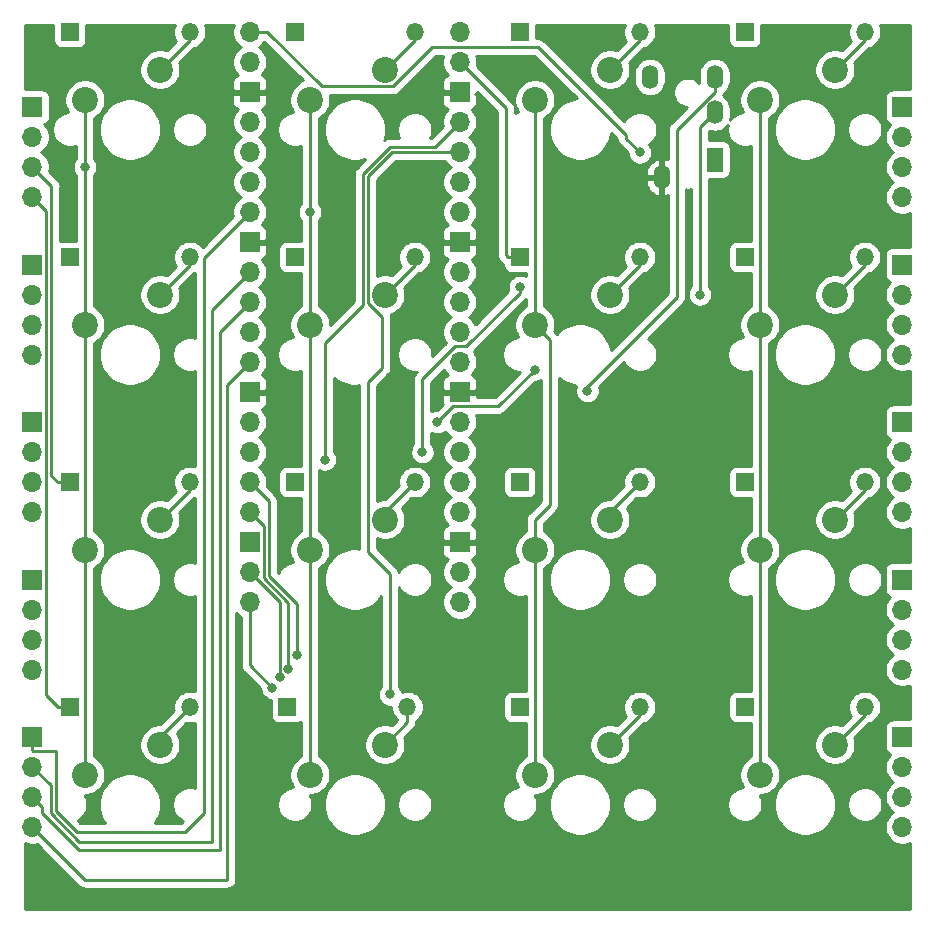
<source format=gtl>
G04 #@! TF.GenerationSoftware,KiCad,Pcbnew,5.1.5+dfsg1-2build2*
G04 #@! TF.CreationDate,2021-07-30T22:35:06+09:00*
G04 #@! TF.ProjectId,40keyboardpico,34306b65-7962-46f6-9172-647069636f2e,rev?*
G04 #@! TF.SameCoordinates,Original*
G04 #@! TF.FileFunction,Copper,L1,Top*
G04 #@! TF.FilePolarity,Positive*
%FSLAX46Y46*%
G04 Gerber Fmt 4.6, Leading zero omitted, Abs format (unit mm)*
G04 Created by KiCad (PCBNEW 5.1.5+dfsg1-2build2) date 2021-07-30 22:35:06*
%MOMM*%
%LPD*%
G04 APERTURE LIST*
%ADD10C,2.200000*%
%ADD11O,1.700000X1.700000*%
%ADD12R,1.700000X1.700000*%
%ADD13O,1.500000X1.500000*%
%ADD14R,1.500000X1.500000*%
%ADD15O,1.400000X2.000000*%
%ADD16R,1.400000X2.000000*%
%ADD17C,0.800000*%
%ADD18C,0.250000*%
%ADD19C,0.254000*%
G04 APERTURE END LIST*
D10*
X137795000Y-145415000D03*
X144145000Y-142875000D03*
D11*
X114300000Y-149860000D03*
X114300000Y-147320000D03*
X114300000Y-144780000D03*
D12*
X114300000Y-142240000D03*
X114300000Y-128905000D03*
D11*
X114300000Y-131445000D03*
X114300000Y-133985000D03*
X114300000Y-136525000D03*
X114300000Y-123190000D03*
X114300000Y-120650000D03*
X114300000Y-118110000D03*
D12*
X114300000Y-115570000D03*
X114300000Y-102235000D03*
D11*
X114300000Y-104775000D03*
X114300000Y-107315000D03*
X114300000Y-109855000D03*
X114300000Y-96520000D03*
X114300000Y-93980000D03*
X114300000Y-91440000D03*
D12*
X114300000Y-88900000D03*
X187960000Y-142240000D03*
D11*
X187960000Y-144780000D03*
X187960000Y-147320000D03*
X187960000Y-149860000D03*
X187960000Y-136525000D03*
X187960000Y-133985000D03*
X187960000Y-131445000D03*
D12*
X187960000Y-128905000D03*
X187960000Y-115570000D03*
D11*
X187960000Y-118110000D03*
X187960000Y-120650000D03*
X187960000Y-123190000D03*
D12*
X187960000Y-102235000D03*
D11*
X187960000Y-104775000D03*
X187960000Y-107315000D03*
X187960000Y-109855000D03*
X187960000Y-96520000D03*
X187960000Y-93980000D03*
X187960000Y-91440000D03*
D12*
X187960000Y-88900000D03*
D11*
X150495000Y-82550000D03*
X150495000Y-85090000D03*
D12*
X150495000Y-87630000D03*
D11*
X150495000Y-90170000D03*
X150495000Y-92710000D03*
X150495000Y-95250000D03*
X150495000Y-97790000D03*
D12*
X150495000Y-100330000D03*
D11*
X150495000Y-102870000D03*
X150495000Y-105410000D03*
X150495000Y-107950000D03*
X150495000Y-110490000D03*
D12*
X150495000Y-113030000D03*
D11*
X150495000Y-115570000D03*
X150495000Y-118110000D03*
X150495000Y-120650000D03*
X150495000Y-123190000D03*
D12*
X150495000Y-125730000D03*
D11*
X150495000Y-128270000D03*
X150495000Y-130810000D03*
X132715000Y-130810000D03*
X132715000Y-128270000D03*
D12*
X132715000Y-125730000D03*
D11*
X132715000Y-123190000D03*
X132715000Y-120650000D03*
X132715000Y-118110000D03*
X132715000Y-115570000D03*
D12*
X132715000Y-113030000D03*
D11*
X132715000Y-110490000D03*
X132715000Y-107950000D03*
X132715000Y-105410000D03*
X132715000Y-102870000D03*
D12*
X132715000Y-100330000D03*
D11*
X132715000Y-97790000D03*
X132715000Y-95250000D03*
X132715000Y-92710000D03*
X132715000Y-90170000D03*
D12*
X132715000Y-87630000D03*
D11*
X132715000Y-85090000D03*
X132715000Y-82550000D03*
D13*
X184785000Y-139700000D03*
D14*
X174625000Y-139700000D03*
D13*
X184785000Y-120650000D03*
D14*
X174625000Y-120650000D03*
D13*
X184785000Y-101600000D03*
D14*
X174625000Y-101600000D03*
X174625000Y-82550000D03*
D13*
X184785000Y-82550000D03*
D14*
X155575000Y-139700000D03*
D13*
X165735000Y-139700000D03*
D14*
X155575000Y-120650000D03*
D13*
X165735000Y-120650000D03*
D14*
X155575000Y-101600000D03*
D13*
X165735000Y-101600000D03*
X165735000Y-82550000D03*
D14*
X155575000Y-82550000D03*
D13*
X146050000Y-139700000D03*
D14*
X135890000Y-139700000D03*
D13*
X146685000Y-120650000D03*
D14*
X136525000Y-120650000D03*
X136525000Y-101600000D03*
D13*
X146685000Y-101600000D03*
X146685000Y-82550000D03*
D14*
X136525000Y-82550000D03*
X117475000Y-139700000D03*
D13*
X127635000Y-139700000D03*
D14*
X117475000Y-120650000D03*
D13*
X127635000Y-120650000D03*
D14*
X117475000Y-101600000D03*
D13*
X127635000Y-101600000D03*
X127635000Y-82550000D03*
D14*
X117475000Y-82550000D03*
D15*
X166585000Y-86345000D03*
X167585000Y-94845000D03*
D16*
X172085000Y-93345000D03*
D15*
X172085000Y-89345000D03*
X172085000Y-86345000D03*
D10*
X175895000Y-145415000D03*
X182245000Y-142875000D03*
X175895000Y-126365000D03*
X182245000Y-123825000D03*
X182245000Y-104775000D03*
X175895000Y-107315000D03*
X175895000Y-88265000D03*
X182245000Y-85725000D03*
X163195000Y-142875000D03*
X156845000Y-145415000D03*
X163195000Y-123825000D03*
X156845000Y-126365000D03*
X163195000Y-104775000D03*
X156845000Y-107315000D03*
X156845000Y-88265000D03*
X163195000Y-85725000D03*
X137795000Y-126365000D03*
X144145000Y-123825000D03*
X137795000Y-107315000D03*
X144145000Y-104775000D03*
X144145000Y-85725000D03*
X137795000Y-88265000D03*
X125095000Y-142875000D03*
X118745000Y-145415000D03*
X125095000Y-123825000D03*
X118745000Y-126365000D03*
X118745000Y-107315000D03*
X125095000Y-104775000D03*
X125095000Y-85725000D03*
X118745000Y-88265000D03*
D17*
X144585001Y-138624999D03*
X139065000Y-118745000D03*
X118745000Y-93980000D03*
X137795000Y-97790000D03*
X136705000Y-135255000D03*
X135980000Y-136435000D03*
X135255000Y-137160000D03*
X134620000Y-138069990D03*
X158115000Y-92075000D03*
X147955000Y-153035000D03*
X165735000Y-92744999D03*
X147320000Y-118110000D03*
X155575000Y-104140000D03*
X170815000Y-104775000D03*
X161290000Y-112940000D03*
X156845000Y-111125000D03*
X148590000Y-115570000D03*
D18*
X184785000Y-140335000D02*
X184785000Y-139700000D01*
X182245000Y-142875000D02*
X184785000Y-140335000D01*
X143930001Y-106669003D02*
X142719999Y-105459001D01*
X143930001Y-110971001D02*
X143930001Y-106669003D01*
X142719999Y-112181003D02*
X143930001Y-110971001D01*
X142719999Y-126578997D02*
X142719999Y-112181003D01*
X142719999Y-105459001D02*
X142719999Y-94770001D01*
X144585001Y-128443999D02*
X142719999Y-126578997D01*
X144585001Y-138624999D02*
X144585001Y-128443999D01*
X144780000Y-92710000D02*
X150495000Y-92710000D01*
X142719999Y-94770001D02*
X144780000Y-92710000D01*
X116475000Y-139700000D02*
X117475000Y-139700000D01*
X115475001Y-138700001D02*
X116475000Y-139700000D01*
X115475001Y-97695001D02*
X115475001Y-138700001D01*
X114300000Y-96520000D02*
X115475001Y-97695001D01*
X184785000Y-121285000D02*
X184785000Y-120650000D01*
X182245000Y-123825000D02*
X184785000Y-121285000D01*
X139065000Y-108850392D02*
X139065000Y-118745000D01*
X142269990Y-105645402D02*
X139065000Y-108850392D01*
X142269989Y-94583601D02*
X142269990Y-105645402D01*
X144593599Y-92259991D02*
X142269989Y-94583601D01*
X148405009Y-92259991D02*
X144593599Y-92259991D01*
X150495000Y-90170000D02*
X148405009Y-92259991D01*
X116475000Y-120650000D02*
X117475000Y-120650000D01*
X115925011Y-120100011D02*
X116475000Y-120650000D01*
X115925011Y-95605011D02*
X115925011Y-120100011D01*
X114300000Y-93980000D02*
X115925011Y-95605011D01*
X184785000Y-102235000D02*
X184785000Y-101600000D01*
X182245000Y-104775000D02*
X184785000Y-102235000D01*
X154575000Y-101600000D02*
X155575000Y-101600000D01*
X154399999Y-101424999D02*
X154575000Y-101600000D01*
X154399999Y-88994999D02*
X154399999Y-101424999D01*
X150495000Y-85090000D02*
X154399999Y-88994999D01*
X184785000Y-83185000D02*
X184785000Y-82550000D01*
X182245000Y-85725000D02*
X184785000Y-83185000D01*
X165735000Y-140335000D02*
X165735000Y-139700000D01*
X163195000Y-142875000D02*
X165735000Y-140335000D01*
X163195000Y-123190000D02*
X163195000Y-123825000D01*
X165735000Y-120650000D02*
X163195000Y-123190000D01*
X165735000Y-102235000D02*
X165735000Y-101600000D01*
X163195000Y-104775000D02*
X165735000Y-102235000D01*
X165735000Y-83185000D02*
X165735000Y-82550000D01*
X163195000Y-85725000D02*
X165735000Y-83185000D01*
X146050000Y-140970000D02*
X144145000Y-142875000D01*
X146050000Y-139700000D02*
X146050000Y-140970000D01*
X144145000Y-123190000D02*
X144145000Y-123825000D01*
X146685000Y-120650000D02*
X144145000Y-123190000D01*
X146685000Y-102235000D02*
X146685000Y-101600000D01*
X144145000Y-104775000D02*
X146685000Y-102235000D01*
X146685000Y-83185000D02*
X146685000Y-82550000D01*
X144145000Y-85725000D02*
X146685000Y-83185000D01*
X125095000Y-142240000D02*
X125095000Y-142875000D01*
X127635000Y-139700000D02*
X125095000Y-142240000D01*
X127635000Y-121285000D02*
X127635000Y-120650000D01*
X125095000Y-123825000D02*
X127635000Y-121285000D01*
X127635000Y-102235000D02*
X127635000Y-101600000D01*
X125095000Y-104775000D02*
X127635000Y-102235000D01*
X127635000Y-83185000D02*
X127635000Y-82550000D01*
X125095000Y-85725000D02*
X127635000Y-83185000D01*
X118745000Y-145415000D02*
X118745000Y-126365000D01*
X118745000Y-126365000D02*
X118745000Y-107315000D01*
X118745000Y-107315000D02*
X118745000Y-88265000D01*
X137795000Y-107315000D02*
X137795000Y-126365000D01*
X137795000Y-126365000D02*
X137795000Y-145415000D01*
X137795000Y-97790000D02*
X137795000Y-107315000D01*
X137795000Y-88265000D02*
X137795000Y-97790000D01*
X156845000Y-145415000D02*
X156845000Y-126365000D01*
X156845000Y-107315000D02*
X156845000Y-88265000D01*
X156845000Y-107315000D02*
X158115000Y-108585000D01*
X158115000Y-108585000D02*
X158115000Y-122555000D01*
X156845000Y-123825000D02*
X156845000Y-126365000D01*
X158115000Y-122555000D02*
X156845000Y-123825000D01*
X175895000Y-88265000D02*
X175895000Y-107315000D01*
X175895000Y-107315000D02*
X175895000Y-126365000D01*
X175895000Y-126365000D02*
X175895000Y-145415000D01*
X136705000Y-130987180D02*
X136705000Y-135255000D01*
X134340011Y-128622191D02*
X136705000Y-130987180D01*
X134340011Y-122275011D02*
X134340011Y-128622191D01*
X132715000Y-120650000D02*
X134340011Y-122275011D01*
X135980000Y-130898590D02*
X135980000Y-136435000D01*
X133890001Y-128808591D02*
X135980000Y-130898590D01*
X133890001Y-124365001D02*
X133890001Y-128808591D01*
X132715000Y-123190000D02*
X133890001Y-124365001D01*
X135255000Y-130810000D02*
X135255000Y-137160000D01*
X132715000Y-128270000D02*
X135255000Y-130810000D01*
X132715000Y-136164990D02*
X134620000Y-138069990D01*
X132715000Y-130810000D02*
X132715000Y-136164990D01*
X132715000Y-110490000D02*
X130810000Y-112395000D01*
X130810000Y-112395000D02*
X130810000Y-154305000D01*
X114300000Y-149860000D02*
X118745000Y-154305000D01*
X118745000Y-154305000D02*
X130810000Y-154305000D01*
X132715000Y-105410000D02*
X130175000Y-107950000D01*
X130175000Y-107950000D02*
X130175000Y-151765000D01*
X115149999Y-148169999D02*
X114300000Y-147320000D01*
X115149999Y-148641821D02*
X115149999Y-148169999D01*
X118273178Y-151765000D02*
X115149999Y-148641821D01*
X130175000Y-151765000D02*
X118273178Y-151765000D01*
X132715000Y-102870000D02*
X129540000Y-106045000D01*
X129540000Y-106045000D02*
X129540000Y-151130000D01*
X118274588Y-151130000D02*
X115849989Y-148705401D01*
X129540000Y-151130000D02*
X118274588Y-151130000D01*
X115849989Y-146329989D02*
X114300000Y-144780000D01*
X115849989Y-148705401D02*
X115849989Y-146329989D01*
X128810001Y-101694999D02*
X128810001Y-148684999D01*
X132715000Y-97790000D02*
X128810001Y-101694999D01*
X116299999Y-148519001D02*
X116299999Y-143415001D01*
X118060999Y-150280001D02*
X116299999Y-148519001D01*
X127214999Y-150280001D02*
X118060999Y-150280001D01*
X128810001Y-148684999D02*
X127214999Y-150280001D01*
X114300000Y-143340000D02*
X114300000Y-142240000D01*
X114375001Y-143415001D02*
X114300000Y-143340000D01*
X116299999Y-143415001D02*
X114375001Y-143415001D01*
X132715000Y-87630000D02*
X133350000Y-87630000D01*
X160885000Y-94845000D02*
X167585000Y-94845000D01*
X158115000Y-92075000D02*
X160885000Y-94845000D01*
X134189002Y-82550000D02*
X133917081Y-82550000D01*
X138789003Y-87150001D02*
X134189002Y-82550000D01*
X133917081Y-82550000D02*
X132715000Y-82550000D01*
X144829001Y-87150001D02*
X138789003Y-87150001D01*
X148159002Y-83820000D02*
X144829001Y-87150001D01*
X157111002Y-83820000D02*
X148159002Y-83820000D01*
X164559999Y-91268997D02*
X157111002Y-83820000D01*
X164559999Y-91569998D02*
X164559999Y-91268997D01*
X165735000Y-92744999D02*
X164559999Y-91569998D01*
X155575000Y-104609002D02*
X155575000Y-104140000D01*
X151059001Y-109125001D02*
X155575000Y-104609002D01*
X150120997Y-109125001D02*
X151059001Y-109125001D01*
X147320000Y-111925998D02*
X150120997Y-109125001D01*
X147320000Y-118110000D02*
X147320000Y-111925998D01*
X170815000Y-90615000D02*
X172085000Y-89345000D01*
X170815000Y-104775000D02*
X170815000Y-90615000D01*
X161290000Y-112560998D02*
X161290000Y-112940000D01*
X168859999Y-104990999D02*
X161290000Y-112560998D01*
X168859999Y-90820418D02*
X168859999Y-104990999D01*
X172085000Y-87595417D02*
X168859999Y-90820418D01*
X172085000Y-86345000D02*
X172085000Y-87595417D01*
X149954999Y-114205001D02*
X148590000Y-115570000D01*
X153764999Y-114205001D02*
X149954999Y-114205001D01*
X156845000Y-111125000D02*
X153764999Y-114205001D01*
D19*
G36*
X164403225Y-82146011D02*
G01*
X164350000Y-82413589D01*
X164350000Y-82686411D01*
X164403225Y-82953989D01*
X164507629Y-83206043D01*
X164560311Y-83284887D01*
X163762912Y-84082286D01*
X163701081Y-84056675D01*
X163365883Y-83990000D01*
X163024117Y-83990000D01*
X162688919Y-84056675D01*
X162373169Y-84187463D01*
X162089002Y-84377337D01*
X161847337Y-84619002D01*
X161657463Y-84903169D01*
X161526675Y-85218919D01*
X161460000Y-85554117D01*
X161460000Y-85895883D01*
X161526675Y-86231081D01*
X161657463Y-86546831D01*
X161847337Y-86830998D01*
X162089002Y-87072663D01*
X162373169Y-87262537D01*
X162688919Y-87393325D01*
X163024117Y-87460000D01*
X163365883Y-87460000D01*
X163701081Y-87393325D01*
X164016831Y-87262537D01*
X164300998Y-87072663D01*
X164542663Y-86830998D01*
X164732537Y-86546831D01*
X164863325Y-86231081D01*
X164913383Y-85979421D01*
X165250000Y-85979421D01*
X165250000Y-86710578D01*
X165269317Y-86906705D01*
X165345653Y-87158353D01*
X165469618Y-87390274D01*
X165636445Y-87593555D01*
X165839725Y-87760382D01*
X166071646Y-87884347D01*
X166323294Y-87960683D01*
X166585000Y-87986459D01*
X166846705Y-87960683D01*
X167098353Y-87884347D01*
X167330274Y-87760382D01*
X167533555Y-87593555D01*
X167700382Y-87390275D01*
X167824347Y-87158354D01*
X167900683Y-86906706D01*
X167920000Y-86710579D01*
X167920000Y-85979422D01*
X167900683Y-85783295D01*
X167824347Y-85531646D01*
X167700382Y-85299725D01*
X167533555Y-85096445D01*
X167330275Y-84929618D01*
X167098354Y-84805653D01*
X166846706Y-84729317D01*
X166585000Y-84703541D01*
X166323295Y-84729317D01*
X166071647Y-84805653D01*
X165839726Y-84929618D01*
X165636446Y-85096445D01*
X165469618Y-85299725D01*
X165345653Y-85531646D01*
X165269317Y-85783294D01*
X165250000Y-85979421D01*
X164913383Y-85979421D01*
X164930000Y-85895883D01*
X164930000Y-85554117D01*
X164863325Y-85218919D01*
X164837714Y-85157088D01*
X166106582Y-83888221D01*
X166138989Y-83881775D01*
X166391043Y-83777371D01*
X166617886Y-83625799D01*
X166810799Y-83432886D01*
X166962371Y-83206043D01*
X167066775Y-82953989D01*
X167120000Y-82686411D01*
X167120000Y-82413589D01*
X167066775Y-82146011D01*
X166981443Y-81940000D01*
X173236928Y-81940000D01*
X173236928Y-83300000D01*
X173249188Y-83424482D01*
X173285498Y-83544180D01*
X173344463Y-83654494D01*
X173423815Y-83751185D01*
X173520506Y-83830537D01*
X173630820Y-83889502D01*
X173750518Y-83925812D01*
X173875000Y-83938072D01*
X175375000Y-83938072D01*
X175499482Y-83925812D01*
X175619180Y-83889502D01*
X175729494Y-83830537D01*
X175826185Y-83751185D01*
X175905537Y-83654494D01*
X175964502Y-83544180D01*
X176000812Y-83424482D01*
X176013072Y-83300000D01*
X176013072Y-81940000D01*
X183538557Y-81940000D01*
X183453225Y-82146011D01*
X183400000Y-82413589D01*
X183400000Y-82686411D01*
X183453225Y-82953989D01*
X183557629Y-83206043D01*
X183610311Y-83284887D01*
X182812912Y-84082286D01*
X182751081Y-84056675D01*
X182415883Y-83990000D01*
X182074117Y-83990000D01*
X181738919Y-84056675D01*
X181423169Y-84187463D01*
X181139002Y-84377337D01*
X180897337Y-84619002D01*
X180707463Y-84903169D01*
X180576675Y-85218919D01*
X180510000Y-85554117D01*
X180510000Y-85895883D01*
X180576675Y-86231081D01*
X180707463Y-86546831D01*
X180897337Y-86830998D01*
X181139002Y-87072663D01*
X181423169Y-87262537D01*
X181738919Y-87393325D01*
X182074117Y-87460000D01*
X182415883Y-87460000D01*
X182751081Y-87393325D01*
X183066831Y-87262537D01*
X183350998Y-87072663D01*
X183592663Y-86830998D01*
X183782537Y-86546831D01*
X183913325Y-86231081D01*
X183980000Y-85895883D01*
X183980000Y-85554117D01*
X183913325Y-85218919D01*
X183887714Y-85157088D01*
X185156582Y-83888221D01*
X185188989Y-83881775D01*
X185441043Y-83777371D01*
X185667886Y-83625799D01*
X185860799Y-83432886D01*
X186012371Y-83206043D01*
X186116775Y-82953989D01*
X186170000Y-82686411D01*
X186170000Y-82413589D01*
X186116775Y-82146011D01*
X186031443Y-81940000D01*
X188570001Y-81940000D01*
X188570001Y-87411928D01*
X187110000Y-87411928D01*
X186985518Y-87424188D01*
X186865820Y-87460498D01*
X186755506Y-87519463D01*
X186658815Y-87598815D01*
X186579463Y-87695506D01*
X186520498Y-87805820D01*
X186484188Y-87925518D01*
X186471928Y-88050000D01*
X186471928Y-89750000D01*
X186484188Y-89874482D01*
X186520498Y-89994180D01*
X186579463Y-90104494D01*
X186658815Y-90201185D01*
X186755506Y-90280537D01*
X186865820Y-90339502D01*
X186938380Y-90361513D01*
X186806525Y-90493368D01*
X186644010Y-90736589D01*
X186532068Y-91006842D01*
X186475000Y-91293740D01*
X186475000Y-91586260D01*
X186532068Y-91873158D01*
X186644010Y-92143411D01*
X186806525Y-92386632D01*
X187013368Y-92593475D01*
X187187760Y-92710000D01*
X187013368Y-92826525D01*
X186806525Y-93033368D01*
X186644010Y-93276589D01*
X186532068Y-93546842D01*
X186475000Y-93833740D01*
X186475000Y-94126260D01*
X186532068Y-94413158D01*
X186644010Y-94683411D01*
X186806525Y-94926632D01*
X187013368Y-95133475D01*
X187187760Y-95250000D01*
X187013368Y-95366525D01*
X186806525Y-95573368D01*
X186644010Y-95816589D01*
X186532068Y-96086842D01*
X186475000Y-96373740D01*
X186475000Y-96666260D01*
X186532068Y-96953158D01*
X186644010Y-97223411D01*
X186806525Y-97466632D01*
X187013368Y-97673475D01*
X187256589Y-97835990D01*
X187526842Y-97947932D01*
X187813740Y-98005000D01*
X188106260Y-98005000D01*
X188393158Y-97947932D01*
X188570001Y-97874682D01*
X188570001Y-100746928D01*
X187110000Y-100746928D01*
X186985518Y-100759188D01*
X186865820Y-100795498D01*
X186755506Y-100854463D01*
X186658815Y-100933815D01*
X186579463Y-101030506D01*
X186520498Y-101140820D01*
X186484188Y-101260518D01*
X186471928Y-101385000D01*
X186471928Y-103085000D01*
X186484188Y-103209482D01*
X186520498Y-103329180D01*
X186579463Y-103439494D01*
X186658815Y-103536185D01*
X186755506Y-103615537D01*
X186865820Y-103674502D01*
X186938380Y-103696513D01*
X186806525Y-103828368D01*
X186644010Y-104071589D01*
X186532068Y-104341842D01*
X186475000Y-104628740D01*
X186475000Y-104921260D01*
X186532068Y-105208158D01*
X186644010Y-105478411D01*
X186806525Y-105721632D01*
X187013368Y-105928475D01*
X187187760Y-106045000D01*
X187013368Y-106161525D01*
X186806525Y-106368368D01*
X186644010Y-106611589D01*
X186532068Y-106881842D01*
X186475000Y-107168740D01*
X186475000Y-107461260D01*
X186532068Y-107748158D01*
X186644010Y-108018411D01*
X186806525Y-108261632D01*
X187013368Y-108468475D01*
X187187760Y-108585000D01*
X187013368Y-108701525D01*
X186806525Y-108908368D01*
X186644010Y-109151589D01*
X186532068Y-109421842D01*
X186475000Y-109708740D01*
X186475000Y-110001260D01*
X186532068Y-110288158D01*
X186644010Y-110558411D01*
X186806525Y-110801632D01*
X187013368Y-111008475D01*
X187256589Y-111170990D01*
X187526842Y-111282932D01*
X187813740Y-111340000D01*
X188106260Y-111340000D01*
X188393158Y-111282932D01*
X188570001Y-111209682D01*
X188570001Y-114081928D01*
X187110000Y-114081928D01*
X186985518Y-114094188D01*
X186865820Y-114130498D01*
X186755506Y-114189463D01*
X186658815Y-114268815D01*
X186579463Y-114365506D01*
X186520498Y-114475820D01*
X186484188Y-114595518D01*
X186471928Y-114720000D01*
X186471928Y-116420000D01*
X186484188Y-116544482D01*
X186520498Y-116664180D01*
X186579463Y-116774494D01*
X186658815Y-116871185D01*
X186755506Y-116950537D01*
X186865820Y-117009502D01*
X186938380Y-117031513D01*
X186806525Y-117163368D01*
X186644010Y-117406589D01*
X186532068Y-117676842D01*
X186475000Y-117963740D01*
X186475000Y-118256260D01*
X186532068Y-118543158D01*
X186644010Y-118813411D01*
X186806525Y-119056632D01*
X187013368Y-119263475D01*
X187187760Y-119380000D01*
X187013368Y-119496525D01*
X186806525Y-119703368D01*
X186644010Y-119946589D01*
X186532068Y-120216842D01*
X186475000Y-120503740D01*
X186475000Y-120796260D01*
X186532068Y-121083158D01*
X186644010Y-121353411D01*
X186806525Y-121596632D01*
X187013368Y-121803475D01*
X187187760Y-121920000D01*
X187013368Y-122036525D01*
X186806525Y-122243368D01*
X186644010Y-122486589D01*
X186532068Y-122756842D01*
X186475000Y-123043740D01*
X186475000Y-123336260D01*
X186532068Y-123623158D01*
X186644010Y-123893411D01*
X186806525Y-124136632D01*
X187013368Y-124343475D01*
X187256589Y-124505990D01*
X187526842Y-124617932D01*
X187813740Y-124675000D01*
X188106260Y-124675000D01*
X188393158Y-124617932D01*
X188570000Y-124544682D01*
X188570000Y-127416928D01*
X187110000Y-127416928D01*
X186985518Y-127429188D01*
X186865820Y-127465498D01*
X186755506Y-127524463D01*
X186658815Y-127603815D01*
X186579463Y-127700506D01*
X186520498Y-127810820D01*
X186484188Y-127930518D01*
X186471928Y-128055000D01*
X186471928Y-129755000D01*
X186484188Y-129879482D01*
X186520498Y-129999180D01*
X186579463Y-130109494D01*
X186658815Y-130206185D01*
X186755506Y-130285537D01*
X186865820Y-130344502D01*
X186938380Y-130366513D01*
X186806525Y-130498368D01*
X186644010Y-130741589D01*
X186532068Y-131011842D01*
X186475000Y-131298740D01*
X186475000Y-131591260D01*
X186532068Y-131878158D01*
X186644010Y-132148411D01*
X186806525Y-132391632D01*
X187013368Y-132598475D01*
X187187760Y-132715000D01*
X187013368Y-132831525D01*
X186806525Y-133038368D01*
X186644010Y-133281589D01*
X186532068Y-133551842D01*
X186475000Y-133838740D01*
X186475000Y-134131260D01*
X186532068Y-134418158D01*
X186644010Y-134688411D01*
X186806525Y-134931632D01*
X187013368Y-135138475D01*
X187187760Y-135255000D01*
X187013368Y-135371525D01*
X186806525Y-135578368D01*
X186644010Y-135821589D01*
X186532068Y-136091842D01*
X186475000Y-136378740D01*
X186475000Y-136671260D01*
X186532068Y-136958158D01*
X186644010Y-137228411D01*
X186806525Y-137471632D01*
X187013368Y-137678475D01*
X187256589Y-137840990D01*
X187526842Y-137952932D01*
X187813740Y-138010000D01*
X188106260Y-138010000D01*
X188393158Y-137952932D01*
X188570000Y-137879682D01*
X188570000Y-140751928D01*
X187110000Y-140751928D01*
X186985518Y-140764188D01*
X186865820Y-140800498D01*
X186755506Y-140859463D01*
X186658815Y-140938815D01*
X186579463Y-141035506D01*
X186520498Y-141145820D01*
X186484188Y-141265518D01*
X186471928Y-141390000D01*
X186471928Y-143090000D01*
X186484188Y-143214482D01*
X186520498Y-143334180D01*
X186579463Y-143444494D01*
X186658815Y-143541185D01*
X186755506Y-143620537D01*
X186865820Y-143679502D01*
X186938380Y-143701513D01*
X186806525Y-143833368D01*
X186644010Y-144076589D01*
X186532068Y-144346842D01*
X186475000Y-144633740D01*
X186475000Y-144926260D01*
X186532068Y-145213158D01*
X186644010Y-145483411D01*
X186806525Y-145726632D01*
X187013368Y-145933475D01*
X187187760Y-146050000D01*
X187013368Y-146166525D01*
X186806525Y-146373368D01*
X186644010Y-146616589D01*
X186532068Y-146886842D01*
X186475000Y-147173740D01*
X186475000Y-147466260D01*
X186532068Y-147753158D01*
X186644010Y-148023411D01*
X186806525Y-148266632D01*
X187013368Y-148473475D01*
X187187760Y-148590000D01*
X187013368Y-148706525D01*
X186806525Y-148913368D01*
X186644010Y-149156589D01*
X186532068Y-149426842D01*
X186475000Y-149713740D01*
X186475000Y-150006260D01*
X186532068Y-150293158D01*
X186644010Y-150563411D01*
X186806525Y-150806632D01*
X187013368Y-151013475D01*
X187256589Y-151175990D01*
X187526842Y-151287932D01*
X187813740Y-151345000D01*
X188106260Y-151345000D01*
X188393158Y-151287932D01*
X188570000Y-151214682D01*
X188570000Y-156820000D01*
X113690000Y-156820000D01*
X113690000Y-151214682D01*
X113866842Y-151287932D01*
X114153740Y-151345000D01*
X114446260Y-151345000D01*
X114666408Y-151301209D01*
X118181201Y-154816003D01*
X118204999Y-154845001D01*
X118320724Y-154939974D01*
X118452753Y-155010546D01*
X118596014Y-155054003D01*
X118707667Y-155065000D01*
X118707676Y-155065000D01*
X118744999Y-155068676D01*
X118782322Y-155065000D01*
X130772667Y-155065000D01*
X130810000Y-155068677D01*
X130958986Y-155054003D01*
X131102247Y-155010546D01*
X131234276Y-154939974D01*
X131350001Y-154845001D01*
X131444974Y-154729276D01*
X131515546Y-154597247D01*
X131559003Y-154453986D01*
X131570000Y-154342333D01*
X131573677Y-154305000D01*
X131570000Y-154267667D01*
X131570000Y-131765107D01*
X131768368Y-131963475D01*
X131955000Y-132088179D01*
X131955001Y-136127658D01*
X131951324Y-136164990D01*
X131965998Y-136313975D01*
X132009454Y-136457236D01*
X132080026Y-136589266D01*
X132147318Y-136671260D01*
X132175000Y-136704991D01*
X132203998Y-136728789D01*
X133585000Y-138109792D01*
X133585000Y-138171929D01*
X133624774Y-138371888D01*
X133702795Y-138560246D01*
X133816063Y-138729764D01*
X133960226Y-138873927D01*
X134129744Y-138987195D01*
X134318102Y-139065216D01*
X134501928Y-139101781D01*
X134501928Y-140450000D01*
X134514188Y-140574482D01*
X134550498Y-140694180D01*
X134609463Y-140804494D01*
X134688815Y-140901185D01*
X134785506Y-140980537D01*
X134895820Y-141039502D01*
X135015518Y-141075812D01*
X135140000Y-141088072D01*
X136640000Y-141088072D01*
X136764482Y-141075812D01*
X136884180Y-141039502D01*
X136994494Y-140980537D01*
X137035001Y-140947294D01*
X137035001Y-143851851D01*
X136973169Y-143877463D01*
X136689002Y-144067337D01*
X136447337Y-144309002D01*
X136257463Y-144593169D01*
X136126675Y-144908919D01*
X136060000Y-145244117D01*
X136060000Y-145585883D01*
X136126675Y-145921081D01*
X136257463Y-146236831D01*
X136413261Y-146470000D01*
X136378740Y-146470000D01*
X136091842Y-146527068D01*
X135821589Y-146639010D01*
X135578368Y-146801525D01*
X135371525Y-147008368D01*
X135209010Y-147251589D01*
X135097068Y-147521842D01*
X135040000Y-147808740D01*
X135040000Y-148101260D01*
X135097068Y-148388158D01*
X135209010Y-148658411D01*
X135371525Y-148901632D01*
X135578368Y-149108475D01*
X135821589Y-149270990D01*
X136091842Y-149382932D01*
X136378740Y-149440000D01*
X136671260Y-149440000D01*
X136958158Y-149382932D01*
X137228411Y-149270990D01*
X137471632Y-149108475D01*
X137678475Y-148901632D01*
X137840990Y-148658411D01*
X137952932Y-148388158D01*
X138010000Y-148101260D01*
X138010000Y-147808740D01*
X137987471Y-147695475D01*
X138970000Y-147695475D01*
X138970000Y-148214525D01*
X139071261Y-148723601D01*
X139269893Y-149203141D01*
X139558262Y-149634715D01*
X139925285Y-150001738D01*
X140356859Y-150290107D01*
X140836399Y-150488739D01*
X141345475Y-150590000D01*
X141864525Y-150590000D01*
X142373601Y-150488739D01*
X142853141Y-150290107D01*
X143284715Y-150001738D01*
X143651738Y-149634715D01*
X143940107Y-149203141D01*
X144138739Y-148723601D01*
X144240000Y-148214525D01*
X144240000Y-147808740D01*
X145200000Y-147808740D01*
X145200000Y-148101260D01*
X145257068Y-148388158D01*
X145369010Y-148658411D01*
X145531525Y-148901632D01*
X145738368Y-149108475D01*
X145981589Y-149270990D01*
X146251842Y-149382932D01*
X146538740Y-149440000D01*
X146831260Y-149440000D01*
X147118158Y-149382932D01*
X147388411Y-149270990D01*
X147631632Y-149108475D01*
X147838475Y-148901632D01*
X148000990Y-148658411D01*
X148112932Y-148388158D01*
X148170000Y-148101260D01*
X148170000Y-147808740D01*
X148112932Y-147521842D01*
X148000990Y-147251589D01*
X147838475Y-147008368D01*
X147631632Y-146801525D01*
X147388411Y-146639010D01*
X147118158Y-146527068D01*
X146831260Y-146470000D01*
X146538740Y-146470000D01*
X146251842Y-146527068D01*
X145981589Y-146639010D01*
X145738368Y-146801525D01*
X145531525Y-147008368D01*
X145369010Y-147251589D01*
X145257068Y-147521842D01*
X145200000Y-147808740D01*
X144240000Y-147808740D01*
X144240000Y-147695475D01*
X144138739Y-147186399D01*
X143940107Y-146706859D01*
X143651738Y-146275285D01*
X143284715Y-145908262D01*
X142853141Y-145619893D01*
X142373601Y-145421261D01*
X141864525Y-145320000D01*
X141345475Y-145320000D01*
X140836399Y-145421261D01*
X140356859Y-145619893D01*
X139925285Y-145908262D01*
X139558262Y-146275285D01*
X139269893Y-146706859D01*
X139071261Y-147186399D01*
X138970000Y-147695475D01*
X137987471Y-147695475D01*
X137952932Y-147521842D01*
X137840990Y-147251589D01*
X137773110Y-147150000D01*
X137965883Y-147150000D01*
X138301081Y-147083325D01*
X138616831Y-146952537D01*
X138900998Y-146762663D01*
X139142663Y-146520998D01*
X139332537Y-146236831D01*
X139463325Y-145921081D01*
X139530000Y-145585883D01*
X139530000Y-145244117D01*
X139463325Y-144908919D01*
X139332537Y-144593169D01*
X139142663Y-144309002D01*
X138900998Y-144067337D01*
X138616831Y-143877463D01*
X138555000Y-143851852D01*
X138555000Y-127928148D01*
X138616831Y-127902537D01*
X138900998Y-127712663D01*
X139142663Y-127470998D01*
X139332537Y-127186831D01*
X139463325Y-126871081D01*
X139530000Y-126535883D01*
X139530000Y-126194117D01*
X139463325Y-125858919D01*
X139332537Y-125543169D01*
X139142663Y-125259002D01*
X138900998Y-125017337D01*
X138616831Y-124827463D01*
X138555000Y-124801852D01*
X138555000Y-119649013D01*
X138574744Y-119662205D01*
X138763102Y-119740226D01*
X138963061Y-119780000D01*
X139166939Y-119780000D01*
X139366898Y-119740226D01*
X139555256Y-119662205D01*
X139724774Y-119548937D01*
X139868937Y-119404774D01*
X139982205Y-119235256D01*
X140060226Y-119046898D01*
X140100000Y-118846939D01*
X140100000Y-118643061D01*
X140060226Y-118443102D01*
X139982205Y-118254744D01*
X139868937Y-118085226D01*
X139825000Y-118041289D01*
X139825000Y-111801453D01*
X139925285Y-111901738D01*
X140356859Y-112190107D01*
X140836399Y-112388739D01*
X141345475Y-112490000D01*
X141864525Y-112490000D01*
X141960000Y-112471009D01*
X141959999Y-126288991D01*
X141864525Y-126270000D01*
X141345475Y-126270000D01*
X140836399Y-126371261D01*
X140356859Y-126569893D01*
X139925285Y-126858262D01*
X139558262Y-127225285D01*
X139269893Y-127656859D01*
X139071261Y-128136399D01*
X138970000Y-128645475D01*
X138970000Y-129164525D01*
X139071261Y-129673601D01*
X139269893Y-130153141D01*
X139558262Y-130584715D01*
X139925285Y-130951738D01*
X140356859Y-131240107D01*
X140836399Y-131438739D01*
X141345475Y-131540000D01*
X141864525Y-131540000D01*
X142373601Y-131438739D01*
X142853141Y-131240107D01*
X143284715Y-130951738D01*
X143651738Y-130584715D01*
X143825002Y-130325408D01*
X143825001Y-137921288D01*
X143781064Y-137965225D01*
X143667796Y-138134743D01*
X143589775Y-138323101D01*
X143550001Y-138523060D01*
X143550001Y-138726938D01*
X143589775Y-138926897D01*
X143667796Y-139115255D01*
X143781064Y-139284773D01*
X143925227Y-139428936D01*
X144094745Y-139542204D01*
X144283103Y-139620225D01*
X144483062Y-139659999D01*
X144665000Y-139659999D01*
X144665000Y-139836411D01*
X144718225Y-140103989D01*
X144822629Y-140356043D01*
X144974201Y-140582886D01*
X145167114Y-140775799D01*
X145168484Y-140776714D01*
X144712912Y-141232286D01*
X144651081Y-141206675D01*
X144315883Y-141140000D01*
X143974117Y-141140000D01*
X143638919Y-141206675D01*
X143323169Y-141337463D01*
X143039002Y-141527337D01*
X142797337Y-141769002D01*
X142607463Y-142053169D01*
X142476675Y-142368919D01*
X142410000Y-142704117D01*
X142410000Y-143045883D01*
X142476675Y-143381081D01*
X142607463Y-143696831D01*
X142797337Y-143980998D01*
X143039002Y-144222663D01*
X143323169Y-144412537D01*
X143638919Y-144543325D01*
X143974117Y-144610000D01*
X144315883Y-144610000D01*
X144651081Y-144543325D01*
X144966831Y-144412537D01*
X145250998Y-144222663D01*
X145492663Y-143980998D01*
X145682537Y-143696831D01*
X145813325Y-143381081D01*
X145880000Y-143045883D01*
X145880000Y-142704117D01*
X145813325Y-142368919D01*
X145787714Y-142307088D01*
X146561003Y-141533799D01*
X146590001Y-141510001D01*
X146684974Y-141394276D01*
X146755546Y-141262247D01*
X146799003Y-141118986D01*
X146810000Y-141007333D01*
X146810000Y-141007323D01*
X146813676Y-140970000D01*
X146810000Y-140932677D01*
X146810000Y-140857909D01*
X146932886Y-140775799D01*
X147125799Y-140582886D01*
X147277371Y-140356043D01*
X147381775Y-140103989D01*
X147435000Y-139836411D01*
X147435000Y-139563589D01*
X147381775Y-139296011D01*
X147277371Y-139043957D01*
X147125799Y-138817114D01*
X146932886Y-138624201D01*
X146706043Y-138472629D01*
X146453989Y-138368225D01*
X146186411Y-138315000D01*
X145913589Y-138315000D01*
X145646011Y-138368225D01*
X145593527Y-138389965D01*
X145580227Y-138323101D01*
X145502206Y-138134743D01*
X145388938Y-137965225D01*
X145345001Y-137921288D01*
X145345001Y-129550448D01*
X145369010Y-129608411D01*
X145531525Y-129851632D01*
X145738368Y-130058475D01*
X145981589Y-130220990D01*
X146251842Y-130332932D01*
X146538740Y-130390000D01*
X146831260Y-130390000D01*
X147118158Y-130332932D01*
X147388411Y-130220990D01*
X147631632Y-130058475D01*
X147838475Y-129851632D01*
X148000990Y-129608411D01*
X148112932Y-129338158D01*
X148170000Y-129051260D01*
X148170000Y-128758740D01*
X148112932Y-128471842D01*
X148000990Y-128201589D01*
X147838475Y-127958368D01*
X147631632Y-127751525D01*
X147388411Y-127589010D01*
X147118158Y-127477068D01*
X146831260Y-127420000D01*
X146538740Y-127420000D01*
X146251842Y-127477068D01*
X145981589Y-127589010D01*
X145738368Y-127751525D01*
X145531525Y-127958368D01*
X145369010Y-128201589D01*
X145332444Y-128289869D01*
X145290547Y-128151752D01*
X145275574Y-128123740D01*
X145219975Y-128019722D01*
X145148800Y-127932996D01*
X145125002Y-127903998D01*
X145096004Y-127880200D01*
X143795804Y-126580000D01*
X149006928Y-126580000D01*
X149019188Y-126704482D01*
X149055498Y-126824180D01*
X149114463Y-126934494D01*
X149193815Y-127031185D01*
X149290506Y-127110537D01*
X149400820Y-127169502D01*
X149473380Y-127191513D01*
X149341525Y-127323368D01*
X149179010Y-127566589D01*
X149067068Y-127836842D01*
X149010000Y-128123740D01*
X149010000Y-128416260D01*
X149067068Y-128703158D01*
X149179010Y-128973411D01*
X149341525Y-129216632D01*
X149548368Y-129423475D01*
X149722760Y-129540000D01*
X149548368Y-129656525D01*
X149341525Y-129863368D01*
X149179010Y-130106589D01*
X149067068Y-130376842D01*
X149010000Y-130663740D01*
X149010000Y-130956260D01*
X149067068Y-131243158D01*
X149179010Y-131513411D01*
X149341525Y-131756632D01*
X149548368Y-131963475D01*
X149791589Y-132125990D01*
X150061842Y-132237932D01*
X150348740Y-132295000D01*
X150641260Y-132295000D01*
X150928158Y-132237932D01*
X151198411Y-132125990D01*
X151441632Y-131963475D01*
X151648475Y-131756632D01*
X151810990Y-131513411D01*
X151922932Y-131243158D01*
X151980000Y-130956260D01*
X151980000Y-130663740D01*
X151922932Y-130376842D01*
X151810990Y-130106589D01*
X151648475Y-129863368D01*
X151441632Y-129656525D01*
X151267240Y-129540000D01*
X151441632Y-129423475D01*
X151648475Y-129216632D01*
X151810990Y-128973411D01*
X151922932Y-128703158D01*
X151980000Y-128416260D01*
X151980000Y-128123740D01*
X151922932Y-127836842D01*
X151810990Y-127566589D01*
X151648475Y-127323368D01*
X151516620Y-127191513D01*
X151589180Y-127169502D01*
X151699494Y-127110537D01*
X151796185Y-127031185D01*
X151875537Y-126934494D01*
X151934502Y-126824180D01*
X151970812Y-126704482D01*
X151983072Y-126580000D01*
X151980000Y-126015750D01*
X151821250Y-125857000D01*
X150622000Y-125857000D01*
X150622000Y-125877000D01*
X150368000Y-125877000D01*
X150368000Y-125857000D01*
X149168750Y-125857000D01*
X149010000Y-126015750D01*
X149006928Y-126580000D01*
X143795804Y-126580000D01*
X143479999Y-126264196D01*
X143479999Y-125427498D01*
X143638919Y-125493325D01*
X143974117Y-125560000D01*
X144315883Y-125560000D01*
X144651081Y-125493325D01*
X144966831Y-125362537D01*
X145250998Y-125172663D01*
X145492663Y-124930998D01*
X145682537Y-124646831D01*
X145813325Y-124331081D01*
X145880000Y-123995883D01*
X145880000Y-123654117D01*
X145813325Y-123318919D01*
X145682537Y-123003169D01*
X145572025Y-122837776D01*
X146403636Y-122006167D01*
X146548589Y-122035000D01*
X146821411Y-122035000D01*
X147088989Y-121981775D01*
X147341043Y-121877371D01*
X147567886Y-121725799D01*
X147760799Y-121532886D01*
X147912371Y-121306043D01*
X148016775Y-121053989D01*
X148070000Y-120786411D01*
X148070000Y-120513589D01*
X148016775Y-120246011D01*
X147912371Y-119993957D01*
X147760799Y-119767114D01*
X147567886Y-119574201D01*
X147341043Y-119422629D01*
X147088989Y-119318225D01*
X146821411Y-119265000D01*
X146548589Y-119265000D01*
X146281011Y-119318225D01*
X146028957Y-119422629D01*
X145802114Y-119574201D01*
X145609201Y-119767114D01*
X145457629Y-119993957D01*
X145353225Y-120246011D01*
X145300000Y-120513589D01*
X145300000Y-120786411D01*
X145328833Y-120931364D01*
X144170199Y-122090000D01*
X143974117Y-122090000D01*
X143638919Y-122156675D01*
X143479999Y-122222502D01*
X143479999Y-112495804D01*
X144441005Y-111534799D01*
X144470002Y-111511002D01*
X144564975Y-111395277D01*
X144635547Y-111263248D01*
X144679004Y-111119987D01*
X144690001Y-111008334D01*
X144690001Y-111008325D01*
X144693677Y-110971002D01*
X144690001Y-110933679D01*
X144690001Y-106706325D01*
X144693677Y-106669002D01*
X144690001Y-106631679D01*
X144690001Y-106631670D01*
X144679004Y-106520017D01*
X144655220Y-106441611D01*
X144966831Y-106312537D01*
X145250998Y-106122663D01*
X145492663Y-105880998D01*
X145682537Y-105596831D01*
X145813325Y-105281081D01*
X145880000Y-104945883D01*
X145880000Y-104604117D01*
X145813325Y-104268919D01*
X145787714Y-104207088D01*
X147056582Y-102938221D01*
X147088989Y-102931775D01*
X147341043Y-102827371D01*
X147567886Y-102675799D01*
X147760799Y-102482886D01*
X147912371Y-102256043D01*
X148016775Y-102003989D01*
X148070000Y-101736411D01*
X148070000Y-101463589D01*
X148016775Y-101196011D01*
X147912371Y-100943957D01*
X147760799Y-100717114D01*
X147567886Y-100524201D01*
X147341043Y-100372629D01*
X147088989Y-100268225D01*
X146821411Y-100215000D01*
X146548589Y-100215000D01*
X146281011Y-100268225D01*
X146028957Y-100372629D01*
X145802114Y-100524201D01*
X145609201Y-100717114D01*
X145457629Y-100943957D01*
X145353225Y-101196011D01*
X145300000Y-101463589D01*
X145300000Y-101736411D01*
X145353225Y-102003989D01*
X145457629Y-102256043D01*
X145510311Y-102334887D01*
X144712912Y-103132286D01*
X144651081Y-103106675D01*
X144315883Y-103040000D01*
X143974117Y-103040000D01*
X143638919Y-103106675D01*
X143479999Y-103172502D01*
X143479999Y-95084802D01*
X145094802Y-93470000D01*
X149216822Y-93470000D01*
X149341525Y-93656632D01*
X149548368Y-93863475D01*
X149722760Y-93980000D01*
X149548368Y-94096525D01*
X149341525Y-94303368D01*
X149179010Y-94546589D01*
X149067068Y-94816842D01*
X149010000Y-95103740D01*
X149010000Y-95396260D01*
X149067068Y-95683158D01*
X149179010Y-95953411D01*
X149341525Y-96196632D01*
X149548368Y-96403475D01*
X149722760Y-96520000D01*
X149548368Y-96636525D01*
X149341525Y-96843368D01*
X149179010Y-97086589D01*
X149067068Y-97356842D01*
X149010000Y-97643740D01*
X149010000Y-97936260D01*
X149067068Y-98223158D01*
X149179010Y-98493411D01*
X149341525Y-98736632D01*
X149473380Y-98868487D01*
X149400820Y-98890498D01*
X149290506Y-98949463D01*
X149193815Y-99028815D01*
X149114463Y-99125506D01*
X149055498Y-99235820D01*
X149019188Y-99355518D01*
X149006928Y-99480000D01*
X149010000Y-100044250D01*
X149168750Y-100203000D01*
X150368000Y-100203000D01*
X150368000Y-100183000D01*
X150622000Y-100183000D01*
X150622000Y-100203000D01*
X151821250Y-100203000D01*
X151980000Y-100044250D01*
X151983072Y-99480000D01*
X151970812Y-99355518D01*
X151934502Y-99235820D01*
X151875537Y-99125506D01*
X151796185Y-99028815D01*
X151699494Y-98949463D01*
X151589180Y-98890498D01*
X151516620Y-98868487D01*
X151648475Y-98736632D01*
X151810990Y-98493411D01*
X151922932Y-98223158D01*
X151980000Y-97936260D01*
X151980000Y-97643740D01*
X151922932Y-97356842D01*
X151810990Y-97086589D01*
X151648475Y-96843368D01*
X151441632Y-96636525D01*
X151267240Y-96520000D01*
X151441632Y-96403475D01*
X151648475Y-96196632D01*
X151810990Y-95953411D01*
X151922932Y-95683158D01*
X151980000Y-95396260D01*
X151980000Y-95103740D01*
X151922932Y-94816842D01*
X151810990Y-94546589D01*
X151648475Y-94303368D01*
X151441632Y-94096525D01*
X151267240Y-93980000D01*
X151441632Y-93863475D01*
X151648475Y-93656632D01*
X151810990Y-93413411D01*
X151922932Y-93143158D01*
X151980000Y-92856260D01*
X151980000Y-92563740D01*
X151922932Y-92276842D01*
X151810990Y-92006589D01*
X151648475Y-91763368D01*
X151441632Y-91556525D01*
X151267240Y-91440000D01*
X151441632Y-91323475D01*
X151648475Y-91116632D01*
X151810990Y-90873411D01*
X151922932Y-90603158D01*
X151980000Y-90316260D01*
X151980000Y-90023740D01*
X151922932Y-89736842D01*
X151810990Y-89466589D01*
X151648475Y-89223368D01*
X151516620Y-89091513D01*
X151589180Y-89069502D01*
X151699494Y-89010537D01*
X151796185Y-88931185D01*
X151875537Y-88834494D01*
X151934502Y-88724180D01*
X151970812Y-88604482D01*
X151983072Y-88480000D01*
X151980000Y-87915750D01*
X151821252Y-87757002D01*
X151980000Y-87757002D01*
X151980000Y-87649802D01*
X153639999Y-89309801D01*
X153640000Y-101387667D01*
X153636323Y-101424999D01*
X153640000Y-101462332D01*
X153650997Y-101573985D01*
X153658897Y-101600027D01*
X153694453Y-101717245D01*
X153765025Y-101849275D01*
X153836200Y-101936001D01*
X153859999Y-101965000D01*
X153888997Y-101988798D01*
X154011196Y-102110997D01*
X154034999Y-102140001D01*
X154150724Y-102234974D01*
X154186928Y-102254326D01*
X154186928Y-102350000D01*
X154199188Y-102474482D01*
X154235498Y-102594180D01*
X154294463Y-102704494D01*
X154373815Y-102801185D01*
X154470506Y-102880537D01*
X154580820Y-102939502D01*
X154700518Y-102975812D01*
X154825000Y-102988072D01*
X156085000Y-102988072D01*
X156085000Y-103235988D01*
X156065256Y-103222795D01*
X155876898Y-103144774D01*
X155676939Y-103105000D01*
X155473061Y-103105000D01*
X155273102Y-103144774D01*
X155084744Y-103222795D01*
X154915226Y-103336063D01*
X154771063Y-103480226D01*
X154657795Y-103649744D01*
X154579774Y-103838102D01*
X154540000Y-104038061D01*
X154540000Y-104241939D01*
X154579774Y-104441898D01*
X154605411Y-104503790D01*
X151826110Y-107283091D01*
X151810990Y-107246589D01*
X151648475Y-107003368D01*
X151441632Y-106796525D01*
X151267240Y-106680000D01*
X151441632Y-106563475D01*
X151648475Y-106356632D01*
X151810990Y-106113411D01*
X151922932Y-105843158D01*
X151980000Y-105556260D01*
X151980000Y-105263740D01*
X151922932Y-104976842D01*
X151810990Y-104706589D01*
X151648475Y-104463368D01*
X151441632Y-104256525D01*
X151267240Y-104140000D01*
X151441632Y-104023475D01*
X151648475Y-103816632D01*
X151810990Y-103573411D01*
X151922932Y-103303158D01*
X151980000Y-103016260D01*
X151980000Y-102723740D01*
X151922932Y-102436842D01*
X151810990Y-102166589D01*
X151648475Y-101923368D01*
X151516620Y-101791513D01*
X151589180Y-101769502D01*
X151699494Y-101710537D01*
X151796185Y-101631185D01*
X151875537Y-101534494D01*
X151934502Y-101424180D01*
X151970812Y-101304482D01*
X151983072Y-101180000D01*
X151980000Y-100615750D01*
X151821250Y-100457000D01*
X150622000Y-100457000D01*
X150622000Y-100477000D01*
X150368000Y-100477000D01*
X150368000Y-100457000D01*
X149168750Y-100457000D01*
X149010000Y-100615750D01*
X149006928Y-101180000D01*
X149019188Y-101304482D01*
X149055498Y-101424180D01*
X149114463Y-101534494D01*
X149193815Y-101631185D01*
X149290506Y-101710537D01*
X149400820Y-101769502D01*
X149473380Y-101791513D01*
X149341525Y-101923368D01*
X149179010Y-102166589D01*
X149067068Y-102436842D01*
X149010000Y-102723740D01*
X149010000Y-103016260D01*
X149067068Y-103303158D01*
X149179010Y-103573411D01*
X149341525Y-103816632D01*
X149548368Y-104023475D01*
X149722760Y-104140000D01*
X149548368Y-104256525D01*
X149341525Y-104463368D01*
X149179010Y-104706589D01*
X149067068Y-104976842D01*
X149010000Y-105263740D01*
X149010000Y-105556260D01*
X149067068Y-105843158D01*
X149179010Y-106113411D01*
X149341525Y-106356632D01*
X149548368Y-106563475D01*
X149722760Y-106680000D01*
X149548368Y-106796525D01*
X149341525Y-107003368D01*
X149179010Y-107246589D01*
X149067068Y-107516842D01*
X149010000Y-107803740D01*
X149010000Y-108096260D01*
X149067068Y-108383158D01*
X149179010Y-108653411D01*
X149314704Y-108856492D01*
X148170000Y-110001197D01*
X148170000Y-109708740D01*
X148112932Y-109421842D01*
X148000990Y-109151589D01*
X147838475Y-108908368D01*
X147631632Y-108701525D01*
X147388411Y-108539010D01*
X147118158Y-108427068D01*
X146831260Y-108370000D01*
X146538740Y-108370000D01*
X146251842Y-108427068D01*
X145981589Y-108539010D01*
X145738368Y-108701525D01*
X145531525Y-108908368D01*
X145369010Y-109151589D01*
X145257068Y-109421842D01*
X145200000Y-109708740D01*
X145200000Y-110001260D01*
X145257068Y-110288158D01*
X145369010Y-110558411D01*
X145531525Y-110801632D01*
X145738368Y-111008475D01*
X145981589Y-111170990D01*
X146251842Y-111282932D01*
X146538740Y-111340000D01*
X146831197Y-111340000D01*
X146808998Y-111362199D01*
X146780000Y-111385997D01*
X146756202Y-111414995D01*
X146756201Y-111414996D01*
X146685026Y-111501722D01*
X146614454Y-111633752D01*
X146601473Y-111676547D01*
X146570998Y-111777012D01*
X146566222Y-111825506D01*
X146556324Y-111925998D01*
X146560001Y-111963330D01*
X146560000Y-117406289D01*
X146516063Y-117450226D01*
X146402795Y-117619744D01*
X146324774Y-117808102D01*
X146285000Y-118008061D01*
X146285000Y-118211939D01*
X146324774Y-118411898D01*
X146402795Y-118600256D01*
X146516063Y-118769774D01*
X146660226Y-118913937D01*
X146829744Y-119027205D01*
X147018102Y-119105226D01*
X147218061Y-119145000D01*
X147421939Y-119145000D01*
X147621898Y-119105226D01*
X147810256Y-119027205D01*
X147979774Y-118913937D01*
X148123937Y-118769774D01*
X148237205Y-118600256D01*
X148315226Y-118411898D01*
X148355000Y-118211939D01*
X148355000Y-118008061D01*
X148315226Y-117808102D01*
X148237205Y-117619744D01*
X148123937Y-117450226D01*
X148080000Y-117406289D01*
X148080000Y-116474013D01*
X148099744Y-116487205D01*
X148288102Y-116565226D01*
X148488061Y-116605000D01*
X148691939Y-116605000D01*
X148891898Y-116565226D01*
X149080256Y-116487205D01*
X149247289Y-116375598D01*
X149341525Y-116516632D01*
X149548368Y-116723475D01*
X149722760Y-116840000D01*
X149548368Y-116956525D01*
X149341525Y-117163368D01*
X149179010Y-117406589D01*
X149067068Y-117676842D01*
X149010000Y-117963740D01*
X149010000Y-118256260D01*
X149067068Y-118543158D01*
X149179010Y-118813411D01*
X149341525Y-119056632D01*
X149548368Y-119263475D01*
X149722760Y-119380000D01*
X149548368Y-119496525D01*
X149341525Y-119703368D01*
X149179010Y-119946589D01*
X149067068Y-120216842D01*
X149010000Y-120503740D01*
X149010000Y-120796260D01*
X149067068Y-121083158D01*
X149179010Y-121353411D01*
X149341525Y-121596632D01*
X149548368Y-121803475D01*
X149722760Y-121920000D01*
X149548368Y-122036525D01*
X149341525Y-122243368D01*
X149179010Y-122486589D01*
X149067068Y-122756842D01*
X149010000Y-123043740D01*
X149010000Y-123336260D01*
X149067068Y-123623158D01*
X149179010Y-123893411D01*
X149341525Y-124136632D01*
X149473380Y-124268487D01*
X149400820Y-124290498D01*
X149290506Y-124349463D01*
X149193815Y-124428815D01*
X149114463Y-124525506D01*
X149055498Y-124635820D01*
X149019188Y-124755518D01*
X149006928Y-124880000D01*
X149010000Y-125444250D01*
X149168750Y-125603000D01*
X150368000Y-125603000D01*
X150368000Y-125583000D01*
X150622000Y-125583000D01*
X150622000Y-125603000D01*
X151821250Y-125603000D01*
X151980000Y-125444250D01*
X151983072Y-124880000D01*
X151970812Y-124755518D01*
X151934502Y-124635820D01*
X151875537Y-124525506D01*
X151796185Y-124428815D01*
X151699494Y-124349463D01*
X151589180Y-124290498D01*
X151516620Y-124268487D01*
X151648475Y-124136632D01*
X151810990Y-123893411D01*
X151922932Y-123623158D01*
X151980000Y-123336260D01*
X151980000Y-123043740D01*
X151922932Y-122756842D01*
X151810990Y-122486589D01*
X151648475Y-122243368D01*
X151441632Y-122036525D01*
X151267240Y-121920000D01*
X151441632Y-121803475D01*
X151648475Y-121596632D01*
X151810990Y-121353411D01*
X151922932Y-121083158D01*
X151980000Y-120796260D01*
X151980000Y-120503740D01*
X151922932Y-120216842D01*
X151810990Y-119946589D01*
X151779861Y-119900000D01*
X154186928Y-119900000D01*
X154186928Y-121400000D01*
X154199188Y-121524482D01*
X154235498Y-121644180D01*
X154294463Y-121754494D01*
X154373815Y-121851185D01*
X154470506Y-121930537D01*
X154580820Y-121989502D01*
X154700518Y-122025812D01*
X154825000Y-122038072D01*
X156325000Y-122038072D01*
X156449482Y-122025812D01*
X156569180Y-121989502D01*
X156679494Y-121930537D01*
X156776185Y-121851185D01*
X156855537Y-121754494D01*
X156914502Y-121644180D01*
X156950812Y-121524482D01*
X156963072Y-121400000D01*
X156963072Y-119900000D01*
X156950812Y-119775518D01*
X156914502Y-119655820D01*
X156855537Y-119545506D01*
X156776185Y-119448815D01*
X156679494Y-119369463D01*
X156569180Y-119310498D01*
X156449482Y-119274188D01*
X156325000Y-119261928D01*
X154825000Y-119261928D01*
X154700518Y-119274188D01*
X154580820Y-119310498D01*
X154470506Y-119369463D01*
X154373815Y-119448815D01*
X154294463Y-119545506D01*
X154235498Y-119655820D01*
X154199188Y-119775518D01*
X154186928Y-119900000D01*
X151779861Y-119900000D01*
X151648475Y-119703368D01*
X151441632Y-119496525D01*
X151267240Y-119380000D01*
X151441632Y-119263475D01*
X151648475Y-119056632D01*
X151810990Y-118813411D01*
X151922932Y-118543158D01*
X151980000Y-118256260D01*
X151980000Y-117963740D01*
X151922932Y-117676842D01*
X151810990Y-117406589D01*
X151648475Y-117163368D01*
X151441632Y-116956525D01*
X151267240Y-116840000D01*
X151441632Y-116723475D01*
X151648475Y-116516632D01*
X151810990Y-116273411D01*
X151922932Y-116003158D01*
X151980000Y-115716260D01*
X151980000Y-115423740D01*
X151922932Y-115136842D01*
X151851753Y-114965001D01*
X153727677Y-114965001D01*
X153764999Y-114968677D01*
X153802321Y-114965001D01*
X153802332Y-114965001D01*
X153913985Y-114954004D01*
X154057246Y-114910547D01*
X154189275Y-114839975D01*
X154305000Y-114745002D01*
X154328803Y-114715998D01*
X156884802Y-112160000D01*
X156946939Y-112160000D01*
X157146898Y-112120226D01*
X157335256Y-112042205D01*
X157355000Y-112029012D01*
X157355001Y-122240197D01*
X156334003Y-123261196D01*
X156304999Y-123284999D01*
X156277162Y-123318919D01*
X156210026Y-123400724D01*
X156166451Y-123482246D01*
X156139454Y-123532754D01*
X156095997Y-123676015D01*
X156085000Y-123787668D01*
X156085000Y-123787678D01*
X156081324Y-123825000D01*
X156085000Y-123862323D01*
X156085000Y-124801852D01*
X156023169Y-124827463D01*
X155739002Y-125017337D01*
X155497337Y-125259002D01*
X155307463Y-125543169D01*
X155176675Y-125858919D01*
X155110000Y-126194117D01*
X155110000Y-126535883D01*
X155176675Y-126871081D01*
X155307463Y-127186831D01*
X155463261Y-127420000D01*
X155428740Y-127420000D01*
X155141842Y-127477068D01*
X154871589Y-127589010D01*
X154628368Y-127751525D01*
X154421525Y-127958368D01*
X154259010Y-128201589D01*
X154147068Y-128471842D01*
X154090000Y-128758740D01*
X154090000Y-129051260D01*
X154147068Y-129338158D01*
X154259010Y-129608411D01*
X154421525Y-129851632D01*
X154628368Y-130058475D01*
X154871589Y-130220990D01*
X155141842Y-130332932D01*
X155428740Y-130390000D01*
X155721260Y-130390000D01*
X156008158Y-130332932D01*
X156085001Y-130301103D01*
X156085000Y-138311928D01*
X154825000Y-138311928D01*
X154700518Y-138324188D01*
X154580820Y-138360498D01*
X154470506Y-138419463D01*
X154373815Y-138498815D01*
X154294463Y-138595506D01*
X154235498Y-138705820D01*
X154199188Y-138825518D01*
X154186928Y-138950000D01*
X154186928Y-140450000D01*
X154199188Y-140574482D01*
X154235498Y-140694180D01*
X154294463Y-140804494D01*
X154373815Y-140901185D01*
X154470506Y-140980537D01*
X154580820Y-141039502D01*
X154700518Y-141075812D01*
X154825000Y-141088072D01*
X156085000Y-141088072D01*
X156085000Y-143851852D01*
X156023169Y-143877463D01*
X155739002Y-144067337D01*
X155497337Y-144309002D01*
X155307463Y-144593169D01*
X155176675Y-144908919D01*
X155110000Y-145244117D01*
X155110000Y-145585883D01*
X155176675Y-145921081D01*
X155307463Y-146236831D01*
X155463261Y-146470000D01*
X155428740Y-146470000D01*
X155141842Y-146527068D01*
X154871589Y-146639010D01*
X154628368Y-146801525D01*
X154421525Y-147008368D01*
X154259010Y-147251589D01*
X154147068Y-147521842D01*
X154090000Y-147808740D01*
X154090000Y-148101260D01*
X154147068Y-148388158D01*
X154259010Y-148658411D01*
X154421525Y-148901632D01*
X154628368Y-149108475D01*
X154871589Y-149270990D01*
X155141842Y-149382932D01*
X155428740Y-149440000D01*
X155721260Y-149440000D01*
X156008158Y-149382932D01*
X156278411Y-149270990D01*
X156521632Y-149108475D01*
X156728475Y-148901632D01*
X156890990Y-148658411D01*
X157002932Y-148388158D01*
X157060000Y-148101260D01*
X157060000Y-147808740D01*
X157037471Y-147695475D01*
X158020000Y-147695475D01*
X158020000Y-148214525D01*
X158121261Y-148723601D01*
X158319893Y-149203141D01*
X158608262Y-149634715D01*
X158975285Y-150001738D01*
X159406859Y-150290107D01*
X159886399Y-150488739D01*
X160395475Y-150590000D01*
X160914525Y-150590000D01*
X161423601Y-150488739D01*
X161903141Y-150290107D01*
X162334715Y-150001738D01*
X162701738Y-149634715D01*
X162990107Y-149203141D01*
X163188739Y-148723601D01*
X163290000Y-148214525D01*
X163290000Y-147808740D01*
X164250000Y-147808740D01*
X164250000Y-148101260D01*
X164307068Y-148388158D01*
X164419010Y-148658411D01*
X164581525Y-148901632D01*
X164788368Y-149108475D01*
X165031589Y-149270990D01*
X165301842Y-149382932D01*
X165588740Y-149440000D01*
X165881260Y-149440000D01*
X166168158Y-149382932D01*
X166438411Y-149270990D01*
X166681632Y-149108475D01*
X166888475Y-148901632D01*
X167050990Y-148658411D01*
X167162932Y-148388158D01*
X167220000Y-148101260D01*
X167220000Y-147808740D01*
X167162932Y-147521842D01*
X167050990Y-147251589D01*
X166888475Y-147008368D01*
X166681632Y-146801525D01*
X166438411Y-146639010D01*
X166168158Y-146527068D01*
X165881260Y-146470000D01*
X165588740Y-146470000D01*
X165301842Y-146527068D01*
X165031589Y-146639010D01*
X164788368Y-146801525D01*
X164581525Y-147008368D01*
X164419010Y-147251589D01*
X164307068Y-147521842D01*
X164250000Y-147808740D01*
X163290000Y-147808740D01*
X163290000Y-147695475D01*
X163188739Y-147186399D01*
X162990107Y-146706859D01*
X162701738Y-146275285D01*
X162334715Y-145908262D01*
X161903141Y-145619893D01*
X161423601Y-145421261D01*
X160914525Y-145320000D01*
X160395475Y-145320000D01*
X159886399Y-145421261D01*
X159406859Y-145619893D01*
X158975285Y-145908262D01*
X158608262Y-146275285D01*
X158319893Y-146706859D01*
X158121261Y-147186399D01*
X158020000Y-147695475D01*
X157037471Y-147695475D01*
X157002932Y-147521842D01*
X156890990Y-147251589D01*
X156823110Y-147150000D01*
X157015883Y-147150000D01*
X157351081Y-147083325D01*
X157666831Y-146952537D01*
X157950998Y-146762663D01*
X158192663Y-146520998D01*
X158382537Y-146236831D01*
X158513325Y-145921081D01*
X158580000Y-145585883D01*
X158580000Y-145244117D01*
X158513325Y-144908919D01*
X158382537Y-144593169D01*
X158192663Y-144309002D01*
X157950998Y-144067337D01*
X157666831Y-143877463D01*
X157605000Y-143851852D01*
X157605000Y-142704117D01*
X161460000Y-142704117D01*
X161460000Y-143045883D01*
X161526675Y-143381081D01*
X161657463Y-143696831D01*
X161847337Y-143980998D01*
X162089002Y-144222663D01*
X162373169Y-144412537D01*
X162688919Y-144543325D01*
X163024117Y-144610000D01*
X163365883Y-144610000D01*
X163701081Y-144543325D01*
X164016831Y-144412537D01*
X164300998Y-144222663D01*
X164542663Y-143980998D01*
X164732537Y-143696831D01*
X164863325Y-143381081D01*
X164930000Y-143045883D01*
X164930000Y-142704117D01*
X164863325Y-142368919D01*
X164837714Y-142307088D01*
X166106582Y-141038221D01*
X166138989Y-141031775D01*
X166391043Y-140927371D01*
X166617886Y-140775799D01*
X166810799Y-140582886D01*
X166962371Y-140356043D01*
X167066775Y-140103989D01*
X167120000Y-139836411D01*
X167120000Y-139563589D01*
X167066775Y-139296011D01*
X166962371Y-139043957D01*
X166810799Y-138817114D01*
X166617886Y-138624201D01*
X166391043Y-138472629D01*
X166138989Y-138368225D01*
X165871411Y-138315000D01*
X165598589Y-138315000D01*
X165331011Y-138368225D01*
X165078957Y-138472629D01*
X164852114Y-138624201D01*
X164659201Y-138817114D01*
X164507629Y-139043957D01*
X164403225Y-139296011D01*
X164350000Y-139563589D01*
X164350000Y-139836411D01*
X164403225Y-140103989D01*
X164507629Y-140356043D01*
X164560311Y-140434887D01*
X163762912Y-141232286D01*
X163701081Y-141206675D01*
X163365883Y-141140000D01*
X163024117Y-141140000D01*
X162688919Y-141206675D01*
X162373169Y-141337463D01*
X162089002Y-141527337D01*
X161847337Y-141769002D01*
X161657463Y-142053169D01*
X161526675Y-142368919D01*
X161460000Y-142704117D01*
X157605000Y-142704117D01*
X157605000Y-128645475D01*
X158020000Y-128645475D01*
X158020000Y-129164525D01*
X158121261Y-129673601D01*
X158319893Y-130153141D01*
X158608262Y-130584715D01*
X158975285Y-130951738D01*
X159406859Y-131240107D01*
X159886399Y-131438739D01*
X160395475Y-131540000D01*
X160914525Y-131540000D01*
X161423601Y-131438739D01*
X161903141Y-131240107D01*
X162334715Y-130951738D01*
X162701738Y-130584715D01*
X162990107Y-130153141D01*
X163188739Y-129673601D01*
X163290000Y-129164525D01*
X163290000Y-128758740D01*
X164250000Y-128758740D01*
X164250000Y-129051260D01*
X164307068Y-129338158D01*
X164419010Y-129608411D01*
X164581525Y-129851632D01*
X164788368Y-130058475D01*
X165031589Y-130220990D01*
X165301842Y-130332932D01*
X165588740Y-130390000D01*
X165881260Y-130390000D01*
X166168158Y-130332932D01*
X166438411Y-130220990D01*
X166681632Y-130058475D01*
X166888475Y-129851632D01*
X167050990Y-129608411D01*
X167162932Y-129338158D01*
X167220000Y-129051260D01*
X167220000Y-128758740D01*
X167162932Y-128471842D01*
X167050990Y-128201589D01*
X166888475Y-127958368D01*
X166681632Y-127751525D01*
X166438411Y-127589010D01*
X166168158Y-127477068D01*
X165881260Y-127420000D01*
X165588740Y-127420000D01*
X165301842Y-127477068D01*
X165031589Y-127589010D01*
X164788368Y-127751525D01*
X164581525Y-127958368D01*
X164419010Y-128201589D01*
X164307068Y-128471842D01*
X164250000Y-128758740D01*
X163290000Y-128758740D01*
X163290000Y-128645475D01*
X163188739Y-128136399D01*
X162990107Y-127656859D01*
X162701738Y-127225285D01*
X162334715Y-126858262D01*
X161903141Y-126569893D01*
X161423601Y-126371261D01*
X160914525Y-126270000D01*
X160395475Y-126270000D01*
X159886399Y-126371261D01*
X159406859Y-126569893D01*
X158975285Y-126858262D01*
X158608262Y-127225285D01*
X158319893Y-127656859D01*
X158121261Y-128136399D01*
X158020000Y-128645475D01*
X157605000Y-128645475D01*
X157605000Y-127928148D01*
X157666831Y-127902537D01*
X157950998Y-127712663D01*
X158192663Y-127470998D01*
X158382537Y-127186831D01*
X158513325Y-126871081D01*
X158580000Y-126535883D01*
X158580000Y-126194117D01*
X158513325Y-125858919D01*
X158382537Y-125543169D01*
X158192663Y-125259002D01*
X157950998Y-125017337D01*
X157666831Y-124827463D01*
X157605000Y-124801852D01*
X157605000Y-124139801D01*
X158090684Y-123654117D01*
X161460000Y-123654117D01*
X161460000Y-123995883D01*
X161526675Y-124331081D01*
X161657463Y-124646831D01*
X161847337Y-124930998D01*
X162089002Y-125172663D01*
X162373169Y-125362537D01*
X162688919Y-125493325D01*
X163024117Y-125560000D01*
X163365883Y-125560000D01*
X163701081Y-125493325D01*
X164016831Y-125362537D01*
X164300998Y-125172663D01*
X164542663Y-124930998D01*
X164732537Y-124646831D01*
X164863325Y-124331081D01*
X164930000Y-123995883D01*
X164930000Y-123654117D01*
X164863325Y-123318919D01*
X164732537Y-123003169D01*
X164622025Y-122837776D01*
X165453636Y-122006167D01*
X165598589Y-122035000D01*
X165871411Y-122035000D01*
X166138989Y-121981775D01*
X166391043Y-121877371D01*
X166617886Y-121725799D01*
X166810799Y-121532886D01*
X166962371Y-121306043D01*
X167066775Y-121053989D01*
X167120000Y-120786411D01*
X167120000Y-120513589D01*
X167066775Y-120246011D01*
X166962371Y-119993957D01*
X166810799Y-119767114D01*
X166617886Y-119574201D01*
X166391043Y-119422629D01*
X166138989Y-119318225D01*
X165871411Y-119265000D01*
X165598589Y-119265000D01*
X165331011Y-119318225D01*
X165078957Y-119422629D01*
X164852114Y-119574201D01*
X164659201Y-119767114D01*
X164507629Y-119993957D01*
X164403225Y-120246011D01*
X164350000Y-120513589D01*
X164350000Y-120786411D01*
X164378833Y-120931364D01*
X163220199Y-122090000D01*
X163024117Y-122090000D01*
X162688919Y-122156675D01*
X162373169Y-122287463D01*
X162089002Y-122477337D01*
X161847337Y-122719002D01*
X161657463Y-123003169D01*
X161526675Y-123318919D01*
X161460000Y-123654117D01*
X158090684Y-123654117D01*
X158626003Y-123118799D01*
X158655001Y-123095001D01*
X158749974Y-122979276D01*
X158820546Y-122847247D01*
X158864003Y-122703986D01*
X158875000Y-122592333D01*
X158875000Y-122592324D01*
X158878676Y-122555001D01*
X158875000Y-122517678D01*
X158875000Y-111801453D01*
X158975285Y-111901738D01*
X159406859Y-112190107D01*
X159886399Y-112388739D01*
X160359116Y-112482768D01*
X160294774Y-112638102D01*
X160255000Y-112838061D01*
X160255000Y-113041939D01*
X160294774Y-113241898D01*
X160372795Y-113430256D01*
X160486063Y-113599774D01*
X160630226Y-113743937D01*
X160799744Y-113857205D01*
X160988102Y-113935226D01*
X161188061Y-113975000D01*
X161391939Y-113975000D01*
X161591898Y-113935226D01*
X161780256Y-113857205D01*
X161949774Y-113743937D01*
X162093937Y-113599774D01*
X162207205Y-113430256D01*
X162285226Y-113241898D01*
X162325000Y-113041939D01*
X162325000Y-112838061D01*
X162285636Y-112640163D01*
X164403890Y-110521909D01*
X164419010Y-110558411D01*
X164581525Y-110801632D01*
X164788368Y-111008475D01*
X165031589Y-111170990D01*
X165301842Y-111282932D01*
X165588740Y-111340000D01*
X165881260Y-111340000D01*
X166168158Y-111282932D01*
X166438411Y-111170990D01*
X166681632Y-111008475D01*
X166888475Y-110801632D01*
X167050990Y-110558411D01*
X167162932Y-110288158D01*
X167220000Y-110001260D01*
X167220000Y-109708740D01*
X167162932Y-109421842D01*
X167050990Y-109151589D01*
X166888475Y-108908368D01*
X166681632Y-108701525D01*
X166438411Y-108539010D01*
X166401909Y-108523890D01*
X169371002Y-105554798D01*
X169400000Y-105531000D01*
X169494973Y-105415275D01*
X169565545Y-105283246D01*
X169609002Y-105139985D01*
X169619999Y-105028332D01*
X169619999Y-105028323D01*
X169623675Y-104991000D01*
X169619999Y-104953677D01*
X169619999Y-95871374D01*
X169663363Y-95880000D01*
X169906637Y-95880000D01*
X170055001Y-95850489D01*
X170055000Y-104071289D01*
X170011063Y-104115226D01*
X169897795Y-104284744D01*
X169819774Y-104473102D01*
X169780000Y-104673061D01*
X169780000Y-104876939D01*
X169819774Y-105076898D01*
X169897795Y-105265256D01*
X170011063Y-105434774D01*
X170155226Y-105578937D01*
X170324744Y-105692205D01*
X170513102Y-105770226D01*
X170713061Y-105810000D01*
X170916939Y-105810000D01*
X171116898Y-105770226D01*
X171305256Y-105692205D01*
X171474774Y-105578937D01*
X171618937Y-105434774D01*
X171732205Y-105265256D01*
X171810226Y-105076898D01*
X171850000Y-104876939D01*
X171850000Y-104673061D01*
X171810226Y-104473102D01*
X171732205Y-104284744D01*
X171618937Y-104115226D01*
X171575000Y-104071289D01*
X171575000Y-94983072D01*
X172785000Y-94983072D01*
X172909482Y-94970812D01*
X173029180Y-94934502D01*
X173139494Y-94875537D01*
X173236185Y-94796185D01*
X173315537Y-94699494D01*
X173374502Y-94589180D01*
X173410812Y-94469482D01*
X173423072Y-94345000D01*
X173423072Y-92345000D01*
X173410812Y-92220518D01*
X173374502Y-92100820D01*
X173315537Y-91990506D01*
X173236185Y-91893815D01*
X173139494Y-91814463D01*
X173029180Y-91755498D01*
X172909482Y-91719188D01*
X172785000Y-91706928D01*
X171575000Y-91706928D01*
X171575000Y-90929801D01*
X171609094Y-90895707D01*
X171823294Y-90960683D01*
X172085000Y-90986459D01*
X172346705Y-90960683D01*
X172598353Y-90884347D01*
X172830274Y-90760382D01*
X173033555Y-90593555D01*
X173191168Y-90401502D01*
X173140000Y-90658740D01*
X173140000Y-90951260D01*
X173197068Y-91238158D01*
X173309010Y-91508411D01*
X173471525Y-91751632D01*
X173678368Y-91958475D01*
X173921589Y-92120990D01*
X174191842Y-92232932D01*
X174478740Y-92290000D01*
X174771260Y-92290000D01*
X175058158Y-92232932D01*
X175135000Y-92201103D01*
X175135001Y-100211928D01*
X173875000Y-100211928D01*
X173750518Y-100224188D01*
X173630820Y-100260498D01*
X173520506Y-100319463D01*
X173423815Y-100398815D01*
X173344463Y-100495506D01*
X173285498Y-100605820D01*
X173249188Y-100725518D01*
X173236928Y-100850000D01*
X173236928Y-102350000D01*
X173249188Y-102474482D01*
X173285498Y-102594180D01*
X173344463Y-102704494D01*
X173423815Y-102801185D01*
X173520506Y-102880537D01*
X173630820Y-102939502D01*
X173750518Y-102975812D01*
X173875000Y-102988072D01*
X175135001Y-102988072D01*
X175135001Y-105751851D01*
X175073169Y-105777463D01*
X174789002Y-105967337D01*
X174547337Y-106209002D01*
X174357463Y-106493169D01*
X174226675Y-106808919D01*
X174160000Y-107144117D01*
X174160000Y-107485883D01*
X174226675Y-107821081D01*
X174357463Y-108136831D01*
X174513261Y-108370000D01*
X174478740Y-108370000D01*
X174191842Y-108427068D01*
X173921589Y-108539010D01*
X173678368Y-108701525D01*
X173471525Y-108908368D01*
X173309010Y-109151589D01*
X173197068Y-109421842D01*
X173140000Y-109708740D01*
X173140000Y-110001260D01*
X173197068Y-110288158D01*
X173309010Y-110558411D01*
X173471525Y-110801632D01*
X173678368Y-111008475D01*
X173921589Y-111170990D01*
X174191842Y-111282932D01*
X174478740Y-111340000D01*
X174771260Y-111340000D01*
X175058158Y-111282932D01*
X175135000Y-111251103D01*
X175135001Y-119261928D01*
X173875000Y-119261928D01*
X173750518Y-119274188D01*
X173630820Y-119310498D01*
X173520506Y-119369463D01*
X173423815Y-119448815D01*
X173344463Y-119545506D01*
X173285498Y-119655820D01*
X173249188Y-119775518D01*
X173236928Y-119900000D01*
X173236928Y-121400000D01*
X173249188Y-121524482D01*
X173285498Y-121644180D01*
X173344463Y-121754494D01*
X173423815Y-121851185D01*
X173520506Y-121930537D01*
X173630820Y-121989502D01*
X173750518Y-122025812D01*
X173875000Y-122038072D01*
X175135001Y-122038072D01*
X175135001Y-124801851D01*
X175073169Y-124827463D01*
X174789002Y-125017337D01*
X174547337Y-125259002D01*
X174357463Y-125543169D01*
X174226675Y-125858919D01*
X174160000Y-126194117D01*
X174160000Y-126535883D01*
X174226675Y-126871081D01*
X174357463Y-127186831D01*
X174513261Y-127420000D01*
X174478740Y-127420000D01*
X174191842Y-127477068D01*
X173921589Y-127589010D01*
X173678368Y-127751525D01*
X173471525Y-127958368D01*
X173309010Y-128201589D01*
X173197068Y-128471842D01*
X173140000Y-128758740D01*
X173140000Y-129051260D01*
X173197068Y-129338158D01*
X173309010Y-129608411D01*
X173471525Y-129851632D01*
X173678368Y-130058475D01*
X173921589Y-130220990D01*
X174191842Y-130332932D01*
X174478740Y-130390000D01*
X174771260Y-130390000D01*
X175058158Y-130332932D01*
X175135000Y-130301103D01*
X175135001Y-138311928D01*
X173875000Y-138311928D01*
X173750518Y-138324188D01*
X173630820Y-138360498D01*
X173520506Y-138419463D01*
X173423815Y-138498815D01*
X173344463Y-138595506D01*
X173285498Y-138705820D01*
X173249188Y-138825518D01*
X173236928Y-138950000D01*
X173236928Y-140450000D01*
X173249188Y-140574482D01*
X173285498Y-140694180D01*
X173344463Y-140804494D01*
X173423815Y-140901185D01*
X173520506Y-140980537D01*
X173630820Y-141039502D01*
X173750518Y-141075812D01*
X173875000Y-141088072D01*
X175135001Y-141088072D01*
X175135001Y-143851851D01*
X175073169Y-143877463D01*
X174789002Y-144067337D01*
X174547337Y-144309002D01*
X174357463Y-144593169D01*
X174226675Y-144908919D01*
X174160000Y-145244117D01*
X174160000Y-145585883D01*
X174226675Y-145921081D01*
X174357463Y-146236831D01*
X174513261Y-146470000D01*
X174478740Y-146470000D01*
X174191842Y-146527068D01*
X173921589Y-146639010D01*
X173678368Y-146801525D01*
X173471525Y-147008368D01*
X173309010Y-147251589D01*
X173197068Y-147521842D01*
X173140000Y-147808740D01*
X173140000Y-148101260D01*
X173197068Y-148388158D01*
X173309010Y-148658411D01*
X173471525Y-148901632D01*
X173678368Y-149108475D01*
X173921589Y-149270990D01*
X174191842Y-149382932D01*
X174478740Y-149440000D01*
X174771260Y-149440000D01*
X175058158Y-149382932D01*
X175328411Y-149270990D01*
X175571632Y-149108475D01*
X175778475Y-148901632D01*
X175940990Y-148658411D01*
X176052932Y-148388158D01*
X176110000Y-148101260D01*
X176110000Y-147808740D01*
X176087471Y-147695475D01*
X177070000Y-147695475D01*
X177070000Y-148214525D01*
X177171261Y-148723601D01*
X177369893Y-149203141D01*
X177658262Y-149634715D01*
X178025285Y-150001738D01*
X178456859Y-150290107D01*
X178936399Y-150488739D01*
X179445475Y-150590000D01*
X179964525Y-150590000D01*
X180473601Y-150488739D01*
X180953141Y-150290107D01*
X181384715Y-150001738D01*
X181751738Y-149634715D01*
X182040107Y-149203141D01*
X182238739Y-148723601D01*
X182340000Y-148214525D01*
X182340000Y-147808740D01*
X183300000Y-147808740D01*
X183300000Y-148101260D01*
X183357068Y-148388158D01*
X183469010Y-148658411D01*
X183631525Y-148901632D01*
X183838368Y-149108475D01*
X184081589Y-149270990D01*
X184351842Y-149382932D01*
X184638740Y-149440000D01*
X184931260Y-149440000D01*
X185218158Y-149382932D01*
X185488411Y-149270990D01*
X185731632Y-149108475D01*
X185938475Y-148901632D01*
X186100990Y-148658411D01*
X186212932Y-148388158D01*
X186270000Y-148101260D01*
X186270000Y-147808740D01*
X186212932Y-147521842D01*
X186100990Y-147251589D01*
X185938475Y-147008368D01*
X185731632Y-146801525D01*
X185488411Y-146639010D01*
X185218158Y-146527068D01*
X184931260Y-146470000D01*
X184638740Y-146470000D01*
X184351842Y-146527068D01*
X184081589Y-146639010D01*
X183838368Y-146801525D01*
X183631525Y-147008368D01*
X183469010Y-147251589D01*
X183357068Y-147521842D01*
X183300000Y-147808740D01*
X182340000Y-147808740D01*
X182340000Y-147695475D01*
X182238739Y-147186399D01*
X182040107Y-146706859D01*
X181751738Y-146275285D01*
X181384715Y-145908262D01*
X180953141Y-145619893D01*
X180473601Y-145421261D01*
X179964525Y-145320000D01*
X179445475Y-145320000D01*
X178936399Y-145421261D01*
X178456859Y-145619893D01*
X178025285Y-145908262D01*
X177658262Y-146275285D01*
X177369893Y-146706859D01*
X177171261Y-147186399D01*
X177070000Y-147695475D01*
X176087471Y-147695475D01*
X176052932Y-147521842D01*
X175940990Y-147251589D01*
X175873110Y-147150000D01*
X176065883Y-147150000D01*
X176401081Y-147083325D01*
X176716831Y-146952537D01*
X177000998Y-146762663D01*
X177242663Y-146520998D01*
X177432537Y-146236831D01*
X177563325Y-145921081D01*
X177630000Y-145585883D01*
X177630000Y-145244117D01*
X177563325Y-144908919D01*
X177432537Y-144593169D01*
X177242663Y-144309002D01*
X177000998Y-144067337D01*
X176716831Y-143877463D01*
X176655000Y-143851852D01*
X176655000Y-142704117D01*
X180510000Y-142704117D01*
X180510000Y-143045883D01*
X180576675Y-143381081D01*
X180707463Y-143696831D01*
X180897337Y-143980998D01*
X181139002Y-144222663D01*
X181423169Y-144412537D01*
X181738919Y-144543325D01*
X182074117Y-144610000D01*
X182415883Y-144610000D01*
X182751081Y-144543325D01*
X183066831Y-144412537D01*
X183350998Y-144222663D01*
X183592663Y-143980998D01*
X183782537Y-143696831D01*
X183913325Y-143381081D01*
X183980000Y-143045883D01*
X183980000Y-142704117D01*
X183913325Y-142368919D01*
X183887714Y-142307088D01*
X185156582Y-141038221D01*
X185188989Y-141031775D01*
X185441043Y-140927371D01*
X185667886Y-140775799D01*
X185860799Y-140582886D01*
X186012371Y-140356043D01*
X186116775Y-140103989D01*
X186170000Y-139836411D01*
X186170000Y-139563589D01*
X186116775Y-139296011D01*
X186012371Y-139043957D01*
X185860799Y-138817114D01*
X185667886Y-138624201D01*
X185441043Y-138472629D01*
X185188989Y-138368225D01*
X184921411Y-138315000D01*
X184648589Y-138315000D01*
X184381011Y-138368225D01*
X184128957Y-138472629D01*
X183902114Y-138624201D01*
X183709201Y-138817114D01*
X183557629Y-139043957D01*
X183453225Y-139296011D01*
X183400000Y-139563589D01*
X183400000Y-139836411D01*
X183453225Y-140103989D01*
X183557629Y-140356043D01*
X183610311Y-140434887D01*
X182812912Y-141232286D01*
X182751081Y-141206675D01*
X182415883Y-141140000D01*
X182074117Y-141140000D01*
X181738919Y-141206675D01*
X181423169Y-141337463D01*
X181139002Y-141527337D01*
X180897337Y-141769002D01*
X180707463Y-142053169D01*
X180576675Y-142368919D01*
X180510000Y-142704117D01*
X176655000Y-142704117D01*
X176655000Y-128645475D01*
X177070000Y-128645475D01*
X177070000Y-129164525D01*
X177171261Y-129673601D01*
X177369893Y-130153141D01*
X177658262Y-130584715D01*
X178025285Y-130951738D01*
X178456859Y-131240107D01*
X178936399Y-131438739D01*
X179445475Y-131540000D01*
X179964525Y-131540000D01*
X180473601Y-131438739D01*
X180953141Y-131240107D01*
X181384715Y-130951738D01*
X181751738Y-130584715D01*
X182040107Y-130153141D01*
X182238739Y-129673601D01*
X182340000Y-129164525D01*
X182340000Y-128758740D01*
X183300000Y-128758740D01*
X183300000Y-129051260D01*
X183357068Y-129338158D01*
X183469010Y-129608411D01*
X183631525Y-129851632D01*
X183838368Y-130058475D01*
X184081589Y-130220990D01*
X184351842Y-130332932D01*
X184638740Y-130390000D01*
X184931260Y-130390000D01*
X185218158Y-130332932D01*
X185488411Y-130220990D01*
X185731632Y-130058475D01*
X185938475Y-129851632D01*
X186100990Y-129608411D01*
X186212932Y-129338158D01*
X186270000Y-129051260D01*
X186270000Y-128758740D01*
X186212932Y-128471842D01*
X186100990Y-128201589D01*
X185938475Y-127958368D01*
X185731632Y-127751525D01*
X185488411Y-127589010D01*
X185218158Y-127477068D01*
X184931260Y-127420000D01*
X184638740Y-127420000D01*
X184351842Y-127477068D01*
X184081589Y-127589010D01*
X183838368Y-127751525D01*
X183631525Y-127958368D01*
X183469010Y-128201589D01*
X183357068Y-128471842D01*
X183300000Y-128758740D01*
X182340000Y-128758740D01*
X182340000Y-128645475D01*
X182238739Y-128136399D01*
X182040107Y-127656859D01*
X181751738Y-127225285D01*
X181384715Y-126858262D01*
X180953141Y-126569893D01*
X180473601Y-126371261D01*
X179964525Y-126270000D01*
X179445475Y-126270000D01*
X178936399Y-126371261D01*
X178456859Y-126569893D01*
X178025285Y-126858262D01*
X177658262Y-127225285D01*
X177369893Y-127656859D01*
X177171261Y-128136399D01*
X177070000Y-128645475D01*
X176655000Y-128645475D01*
X176655000Y-127928148D01*
X176716831Y-127902537D01*
X177000998Y-127712663D01*
X177242663Y-127470998D01*
X177432537Y-127186831D01*
X177563325Y-126871081D01*
X177630000Y-126535883D01*
X177630000Y-126194117D01*
X177563325Y-125858919D01*
X177432537Y-125543169D01*
X177242663Y-125259002D01*
X177000998Y-125017337D01*
X176716831Y-124827463D01*
X176655000Y-124801852D01*
X176655000Y-123654117D01*
X180510000Y-123654117D01*
X180510000Y-123995883D01*
X180576675Y-124331081D01*
X180707463Y-124646831D01*
X180897337Y-124930998D01*
X181139002Y-125172663D01*
X181423169Y-125362537D01*
X181738919Y-125493325D01*
X182074117Y-125560000D01*
X182415883Y-125560000D01*
X182751081Y-125493325D01*
X183066831Y-125362537D01*
X183350998Y-125172663D01*
X183592663Y-124930998D01*
X183782537Y-124646831D01*
X183913325Y-124331081D01*
X183980000Y-123995883D01*
X183980000Y-123654117D01*
X183913325Y-123318919D01*
X183887714Y-123257088D01*
X185156582Y-121988221D01*
X185188989Y-121981775D01*
X185441043Y-121877371D01*
X185667886Y-121725799D01*
X185860799Y-121532886D01*
X186012371Y-121306043D01*
X186116775Y-121053989D01*
X186170000Y-120786411D01*
X186170000Y-120513589D01*
X186116775Y-120246011D01*
X186012371Y-119993957D01*
X185860799Y-119767114D01*
X185667886Y-119574201D01*
X185441043Y-119422629D01*
X185188989Y-119318225D01*
X184921411Y-119265000D01*
X184648589Y-119265000D01*
X184381011Y-119318225D01*
X184128957Y-119422629D01*
X183902114Y-119574201D01*
X183709201Y-119767114D01*
X183557629Y-119993957D01*
X183453225Y-120246011D01*
X183400000Y-120513589D01*
X183400000Y-120786411D01*
X183453225Y-121053989D01*
X183557629Y-121306043D01*
X183610311Y-121384887D01*
X182812912Y-122182286D01*
X182751081Y-122156675D01*
X182415883Y-122090000D01*
X182074117Y-122090000D01*
X181738919Y-122156675D01*
X181423169Y-122287463D01*
X181139002Y-122477337D01*
X180897337Y-122719002D01*
X180707463Y-123003169D01*
X180576675Y-123318919D01*
X180510000Y-123654117D01*
X176655000Y-123654117D01*
X176655000Y-109595475D01*
X177070000Y-109595475D01*
X177070000Y-110114525D01*
X177171261Y-110623601D01*
X177369893Y-111103141D01*
X177658262Y-111534715D01*
X178025285Y-111901738D01*
X178456859Y-112190107D01*
X178936399Y-112388739D01*
X179445475Y-112490000D01*
X179964525Y-112490000D01*
X180473601Y-112388739D01*
X180953141Y-112190107D01*
X181384715Y-111901738D01*
X181751738Y-111534715D01*
X182040107Y-111103141D01*
X182238739Y-110623601D01*
X182340000Y-110114525D01*
X182340000Y-109708740D01*
X183300000Y-109708740D01*
X183300000Y-110001260D01*
X183357068Y-110288158D01*
X183469010Y-110558411D01*
X183631525Y-110801632D01*
X183838368Y-111008475D01*
X184081589Y-111170990D01*
X184351842Y-111282932D01*
X184638740Y-111340000D01*
X184931260Y-111340000D01*
X185218158Y-111282932D01*
X185488411Y-111170990D01*
X185731632Y-111008475D01*
X185938475Y-110801632D01*
X186100990Y-110558411D01*
X186212932Y-110288158D01*
X186270000Y-110001260D01*
X186270000Y-109708740D01*
X186212932Y-109421842D01*
X186100990Y-109151589D01*
X185938475Y-108908368D01*
X185731632Y-108701525D01*
X185488411Y-108539010D01*
X185218158Y-108427068D01*
X184931260Y-108370000D01*
X184638740Y-108370000D01*
X184351842Y-108427068D01*
X184081589Y-108539010D01*
X183838368Y-108701525D01*
X183631525Y-108908368D01*
X183469010Y-109151589D01*
X183357068Y-109421842D01*
X183300000Y-109708740D01*
X182340000Y-109708740D01*
X182340000Y-109595475D01*
X182238739Y-109086399D01*
X182040107Y-108606859D01*
X181751738Y-108175285D01*
X181384715Y-107808262D01*
X180953141Y-107519893D01*
X180473601Y-107321261D01*
X179964525Y-107220000D01*
X179445475Y-107220000D01*
X178936399Y-107321261D01*
X178456859Y-107519893D01*
X178025285Y-107808262D01*
X177658262Y-108175285D01*
X177369893Y-108606859D01*
X177171261Y-109086399D01*
X177070000Y-109595475D01*
X176655000Y-109595475D01*
X176655000Y-108878148D01*
X176716831Y-108852537D01*
X177000998Y-108662663D01*
X177242663Y-108420998D01*
X177432537Y-108136831D01*
X177563325Y-107821081D01*
X177630000Y-107485883D01*
X177630000Y-107144117D01*
X177563325Y-106808919D01*
X177432537Y-106493169D01*
X177242663Y-106209002D01*
X177000998Y-105967337D01*
X176716831Y-105777463D01*
X176655000Y-105751852D01*
X176655000Y-104604117D01*
X180510000Y-104604117D01*
X180510000Y-104945883D01*
X180576675Y-105281081D01*
X180707463Y-105596831D01*
X180897337Y-105880998D01*
X181139002Y-106122663D01*
X181423169Y-106312537D01*
X181738919Y-106443325D01*
X182074117Y-106510000D01*
X182415883Y-106510000D01*
X182751081Y-106443325D01*
X183066831Y-106312537D01*
X183350998Y-106122663D01*
X183592663Y-105880998D01*
X183782537Y-105596831D01*
X183913325Y-105281081D01*
X183980000Y-104945883D01*
X183980000Y-104604117D01*
X183913325Y-104268919D01*
X183887714Y-104207088D01*
X185156582Y-102938221D01*
X185188989Y-102931775D01*
X185441043Y-102827371D01*
X185667886Y-102675799D01*
X185860799Y-102482886D01*
X186012371Y-102256043D01*
X186116775Y-102003989D01*
X186170000Y-101736411D01*
X186170000Y-101463589D01*
X186116775Y-101196011D01*
X186012371Y-100943957D01*
X185860799Y-100717114D01*
X185667886Y-100524201D01*
X185441043Y-100372629D01*
X185188989Y-100268225D01*
X184921411Y-100215000D01*
X184648589Y-100215000D01*
X184381011Y-100268225D01*
X184128957Y-100372629D01*
X183902114Y-100524201D01*
X183709201Y-100717114D01*
X183557629Y-100943957D01*
X183453225Y-101196011D01*
X183400000Y-101463589D01*
X183400000Y-101736411D01*
X183453225Y-102003989D01*
X183557629Y-102256043D01*
X183610311Y-102334887D01*
X182812912Y-103132286D01*
X182751081Y-103106675D01*
X182415883Y-103040000D01*
X182074117Y-103040000D01*
X181738919Y-103106675D01*
X181423169Y-103237463D01*
X181139002Y-103427337D01*
X180897337Y-103669002D01*
X180707463Y-103953169D01*
X180576675Y-104268919D01*
X180510000Y-104604117D01*
X176655000Y-104604117D01*
X176655000Y-90545475D01*
X177070000Y-90545475D01*
X177070000Y-91064525D01*
X177171261Y-91573601D01*
X177369893Y-92053141D01*
X177658262Y-92484715D01*
X178025285Y-92851738D01*
X178456859Y-93140107D01*
X178936399Y-93338739D01*
X179445475Y-93440000D01*
X179964525Y-93440000D01*
X180473601Y-93338739D01*
X180953141Y-93140107D01*
X181384715Y-92851738D01*
X181751738Y-92484715D01*
X182040107Y-92053141D01*
X182238739Y-91573601D01*
X182340000Y-91064525D01*
X182340000Y-90658740D01*
X183300000Y-90658740D01*
X183300000Y-90951260D01*
X183357068Y-91238158D01*
X183469010Y-91508411D01*
X183631525Y-91751632D01*
X183838368Y-91958475D01*
X184081589Y-92120990D01*
X184351842Y-92232932D01*
X184638740Y-92290000D01*
X184931260Y-92290000D01*
X185218158Y-92232932D01*
X185488411Y-92120990D01*
X185731632Y-91958475D01*
X185938475Y-91751632D01*
X186100990Y-91508411D01*
X186212932Y-91238158D01*
X186270000Y-90951260D01*
X186270000Y-90658740D01*
X186212932Y-90371842D01*
X186100990Y-90101589D01*
X185938475Y-89858368D01*
X185731632Y-89651525D01*
X185488411Y-89489010D01*
X185218158Y-89377068D01*
X184931260Y-89320000D01*
X184638740Y-89320000D01*
X184351842Y-89377068D01*
X184081589Y-89489010D01*
X183838368Y-89651525D01*
X183631525Y-89858368D01*
X183469010Y-90101589D01*
X183357068Y-90371842D01*
X183300000Y-90658740D01*
X182340000Y-90658740D01*
X182340000Y-90545475D01*
X182238739Y-90036399D01*
X182040107Y-89556859D01*
X181751738Y-89125285D01*
X181384715Y-88758262D01*
X180953141Y-88469893D01*
X180473601Y-88271261D01*
X179964525Y-88170000D01*
X179445475Y-88170000D01*
X178936399Y-88271261D01*
X178456859Y-88469893D01*
X178025285Y-88758262D01*
X177658262Y-89125285D01*
X177369893Y-89556859D01*
X177171261Y-90036399D01*
X177070000Y-90545475D01*
X176655000Y-90545475D01*
X176655000Y-89828148D01*
X176716831Y-89802537D01*
X177000998Y-89612663D01*
X177242663Y-89370998D01*
X177432537Y-89086831D01*
X177563325Y-88771081D01*
X177630000Y-88435883D01*
X177630000Y-88094117D01*
X177563325Y-87758919D01*
X177432537Y-87443169D01*
X177242663Y-87159002D01*
X177000998Y-86917337D01*
X176716831Y-86727463D01*
X176401081Y-86596675D01*
X176065883Y-86530000D01*
X175724117Y-86530000D01*
X175388919Y-86596675D01*
X175073169Y-86727463D01*
X174789002Y-86917337D01*
X174547337Y-87159002D01*
X174357463Y-87443169D01*
X174226675Y-87758919D01*
X174160000Y-88094117D01*
X174160000Y-88435883D01*
X174226675Y-88771081D01*
X174357463Y-89086831D01*
X174513261Y-89320000D01*
X174478740Y-89320000D01*
X174191842Y-89377068D01*
X173921589Y-89489010D01*
X173678368Y-89651525D01*
X173471525Y-89858368D01*
X173368636Y-90012353D01*
X173400683Y-89906706D01*
X173420000Y-89710579D01*
X173420000Y-88979422D01*
X173400683Y-88783295D01*
X173324347Y-88531646D01*
X173200382Y-88299725D01*
X173033555Y-88096445D01*
X172830275Y-87929618D01*
X172781933Y-87903778D01*
X172790546Y-87887664D01*
X172800288Y-87855547D01*
X172828940Y-87761095D01*
X172830274Y-87760382D01*
X173033555Y-87593555D01*
X173200382Y-87390275D01*
X173324347Y-87158354D01*
X173400683Y-86906706D01*
X173420000Y-86710579D01*
X173420000Y-85979422D01*
X173400683Y-85783295D01*
X173324347Y-85531646D01*
X173200382Y-85299725D01*
X173033555Y-85096445D01*
X172830275Y-84929618D01*
X172598354Y-84805653D01*
X172346706Y-84729317D01*
X172085000Y-84703541D01*
X171823295Y-84729317D01*
X171571647Y-84805653D01*
X171339726Y-84929618D01*
X171136446Y-85096445D01*
X170969618Y-85299725D01*
X170845653Y-85531646D01*
X170769317Y-85783294D01*
X170750000Y-85979421D01*
X170750000Y-86710578D01*
X170767987Y-86893203D01*
X170744287Y-86857733D01*
X170572267Y-86685713D01*
X170369992Y-86550557D01*
X170145236Y-86457460D01*
X169906637Y-86410000D01*
X169663363Y-86410000D01*
X169424764Y-86457460D01*
X169200008Y-86550557D01*
X168997733Y-86685713D01*
X168825713Y-86857733D01*
X168690557Y-87060008D01*
X168597460Y-87284764D01*
X168550000Y-87523363D01*
X168550000Y-87766637D01*
X168597460Y-88005236D01*
X168690557Y-88229992D01*
X168825713Y-88432267D01*
X168997733Y-88604287D01*
X169200008Y-88739443D01*
X169424764Y-88832540D01*
X169663363Y-88880000D01*
X169725616Y-88880000D01*
X168349002Y-90256614D01*
X168319998Y-90280417D01*
X168271509Y-90339502D01*
X168225025Y-90396142D01*
X168187677Y-90466015D01*
X168154453Y-90528172D01*
X168110996Y-90671433D01*
X168099999Y-90783086D01*
X168099999Y-90783096D01*
X168096323Y-90820418D01*
X168099999Y-90857740D01*
X168099999Y-93313800D01*
X167978550Y-93263020D01*
X167918329Y-93252284D01*
X167712000Y-93375626D01*
X167712000Y-94718000D01*
X167732000Y-94718000D01*
X167732000Y-94972000D01*
X167712000Y-94972000D01*
X167712000Y-96314374D01*
X167918329Y-96437716D01*
X167978550Y-96426980D01*
X168099999Y-96376199D01*
X168100000Y-104676196D01*
X163271870Y-109504327D01*
X163188739Y-109086399D01*
X162990107Y-108606859D01*
X162701738Y-108175285D01*
X162334715Y-107808262D01*
X161903141Y-107519893D01*
X161423601Y-107321261D01*
X160914525Y-107220000D01*
X160395475Y-107220000D01*
X159886399Y-107321261D01*
X159406859Y-107519893D01*
X158975285Y-107808262D01*
X158692660Y-108090887D01*
X158655001Y-108044999D01*
X158626004Y-108021202D01*
X158487714Y-107882912D01*
X158513325Y-107821081D01*
X158580000Y-107485883D01*
X158580000Y-107144117D01*
X158513325Y-106808919D01*
X158382537Y-106493169D01*
X158192663Y-106209002D01*
X157950998Y-105967337D01*
X157666831Y-105777463D01*
X157605000Y-105751852D01*
X157605000Y-104604117D01*
X161460000Y-104604117D01*
X161460000Y-104945883D01*
X161526675Y-105281081D01*
X161657463Y-105596831D01*
X161847337Y-105880998D01*
X162089002Y-106122663D01*
X162373169Y-106312537D01*
X162688919Y-106443325D01*
X163024117Y-106510000D01*
X163365883Y-106510000D01*
X163701081Y-106443325D01*
X164016831Y-106312537D01*
X164300998Y-106122663D01*
X164542663Y-105880998D01*
X164732537Y-105596831D01*
X164863325Y-105281081D01*
X164930000Y-104945883D01*
X164930000Y-104604117D01*
X164863325Y-104268919D01*
X164837714Y-104207088D01*
X166106582Y-102938221D01*
X166138989Y-102931775D01*
X166391043Y-102827371D01*
X166617886Y-102675799D01*
X166810799Y-102482886D01*
X166962371Y-102256043D01*
X167066775Y-102003989D01*
X167120000Y-101736411D01*
X167120000Y-101463589D01*
X167066775Y-101196011D01*
X166962371Y-100943957D01*
X166810799Y-100717114D01*
X166617886Y-100524201D01*
X166391043Y-100372629D01*
X166138989Y-100268225D01*
X165871411Y-100215000D01*
X165598589Y-100215000D01*
X165331011Y-100268225D01*
X165078957Y-100372629D01*
X164852114Y-100524201D01*
X164659201Y-100717114D01*
X164507629Y-100943957D01*
X164403225Y-101196011D01*
X164350000Y-101463589D01*
X164350000Y-101736411D01*
X164403225Y-102003989D01*
X164507629Y-102256043D01*
X164560311Y-102334887D01*
X163762912Y-103132286D01*
X163701081Y-103106675D01*
X163365883Y-103040000D01*
X163024117Y-103040000D01*
X162688919Y-103106675D01*
X162373169Y-103237463D01*
X162089002Y-103427337D01*
X161847337Y-103669002D01*
X161657463Y-103953169D01*
X161526675Y-104268919D01*
X161460000Y-104604117D01*
X157605000Y-104604117D01*
X157605000Y-94972000D01*
X166250000Y-94972000D01*
X166250000Y-95272000D01*
X166300428Y-95530005D01*
X166400221Y-95773215D01*
X166545545Y-95992283D01*
X166730815Y-96178790D01*
X166948910Y-96325569D01*
X167191450Y-96426980D01*
X167251671Y-96437716D01*
X167458000Y-96314374D01*
X167458000Y-94972000D01*
X166250000Y-94972000D01*
X157605000Y-94972000D01*
X157605000Y-94418000D01*
X166250000Y-94418000D01*
X166250000Y-94718000D01*
X167458000Y-94718000D01*
X167458000Y-93375626D01*
X167251671Y-93252284D01*
X167191450Y-93263020D01*
X166948910Y-93364431D01*
X166730815Y-93511210D01*
X166545545Y-93697717D01*
X166400221Y-93916785D01*
X166300428Y-94159995D01*
X166250000Y-94418000D01*
X157605000Y-94418000D01*
X157605000Y-89828148D01*
X157666831Y-89802537D01*
X157950998Y-89612663D01*
X158192663Y-89370998D01*
X158382537Y-89086831D01*
X158513325Y-88771081D01*
X158580000Y-88435883D01*
X158580000Y-88094117D01*
X158513325Y-87758919D01*
X158382537Y-87443169D01*
X158192663Y-87159002D01*
X157950998Y-86917337D01*
X157666831Y-86727463D01*
X157351081Y-86596675D01*
X157015883Y-86530000D01*
X156674117Y-86530000D01*
X156338919Y-86596675D01*
X156023169Y-86727463D01*
X155739002Y-86917337D01*
X155497337Y-87159002D01*
X155307463Y-87443169D01*
X155176675Y-87758919D01*
X155110000Y-88094117D01*
X155110000Y-88435883D01*
X155176675Y-88771081D01*
X155307463Y-89086831D01*
X155463261Y-89320000D01*
X155428740Y-89320000D01*
X155159999Y-89373456D01*
X155159999Y-89032332D01*
X155163676Y-88994999D01*
X155149002Y-88846013D01*
X155105545Y-88702752D01*
X155034973Y-88570723D01*
X154963798Y-88483996D01*
X154940000Y-88454998D01*
X154911003Y-88431201D01*
X151936209Y-85456408D01*
X151980000Y-85236260D01*
X151980000Y-84943740D01*
X151922932Y-84656842D01*
X151891103Y-84580000D01*
X156796201Y-84580000D01*
X160387739Y-88171539D01*
X159886399Y-88271261D01*
X159406859Y-88469893D01*
X158975285Y-88758262D01*
X158608262Y-89125285D01*
X158319893Y-89556859D01*
X158121261Y-90036399D01*
X158020000Y-90545475D01*
X158020000Y-91064525D01*
X158121261Y-91573601D01*
X158319893Y-92053141D01*
X158608262Y-92484715D01*
X158975285Y-92851738D01*
X159406859Y-93140107D01*
X159886399Y-93338739D01*
X160395475Y-93440000D01*
X160914525Y-93440000D01*
X161423601Y-93338739D01*
X161903141Y-93140107D01*
X162334715Y-92851738D01*
X162701738Y-92484715D01*
X162990107Y-92053141D01*
X163188739Y-91573601D01*
X163288461Y-91072261D01*
X163797429Y-91581229D01*
X163799999Y-91607320D01*
X163799999Y-91607330D01*
X163810996Y-91718983D01*
X163839959Y-91814463D01*
X163854453Y-91862244D01*
X163925025Y-91994274D01*
X163964870Y-92042824D01*
X164019998Y-92109999D01*
X164049002Y-92133802D01*
X164700000Y-92784801D01*
X164700000Y-92846938D01*
X164739774Y-93046897D01*
X164817795Y-93235255D01*
X164931063Y-93404773D01*
X165075226Y-93548936D01*
X165244744Y-93662204D01*
X165433102Y-93740225D01*
X165633061Y-93779999D01*
X165836939Y-93779999D01*
X166036898Y-93740225D01*
X166225256Y-93662204D01*
X166394774Y-93548936D01*
X166538937Y-93404773D01*
X166652205Y-93235255D01*
X166730226Y-93046897D01*
X166770000Y-92846938D01*
X166770000Y-92643060D01*
X166730226Y-92443101D01*
X166652205Y-92254743D01*
X166538937Y-92085225D01*
X166520111Y-92066399D01*
X166681632Y-91958475D01*
X166888475Y-91751632D01*
X167050990Y-91508411D01*
X167162932Y-91238158D01*
X167220000Y-90951260D01*
X167220000Y-90658740D01*
X167162932Y-90371842D01*
X167050990Y-90101589D01*
X166888475Y-89858368D01*
X166681632Y-89651525D01*
X166438411Y-89489010D01*
X166168158Y-89377068D01*
X165881260Y-89320000D01*
X165588740Y-89320000D01*
X165301842Y-89377068D01*
X165031589Y-89489010D01*
X164788368Y-89651525D01*
X164581525Y-89858368D01*
X164438389Y-90072586D01*
X157674806Y-83309003D01*
X157651003Y-83279999D01*
X157535278Y-83185026D01*
X157403249Y-83114454D01*
X157259988Y-83070997D01*
X157148335Y-83060000D01*
X157148324Y-83060000D01*
X157111002Y-83056324D01*
X157073680Y-83060000D01*
X156963072Y-83060000D01*
X156963072Y-81940000D01*
X164488557Y-81940000D01*
X164403225Y-82146011D01*
G37*
X164403225Y-82146011D02*
X164350000Y-82413589D01*
X164350000Y-82686411D01*
X164403225Y-82953989D01*
X164507629Y-83206043D01*
X164560311Y-83284887D01*
X163762912Y-84082286D01*
X163701081Y-84056675D01*
X163365883Y-83990000D01*
X163024117Y-83990000D01*
X162688919Y-84056675D01*
X162373169Y-84187463D01*
X162089002Y-84377337D01*
X161847337Y-84619002D01*
X161657463Y-84903169D01*
X161526675Y-85218919D01*
X161460000Y-85554117D01*
X161460000Y-85895883D01*
X161526675Y-86231081D01*
X161657463Y-86546831D01*
X161847337Y-86830998D01*
X162089002Y-87072663D01*
X162373169Y-87262537D01*
X162688919Y-87393325D01*
X163024117Y-87460000D01*
X163365883Y-87460000D01*
X163701081Y-87393325D01*
X164016831Y-87262537D01*
X164300998Y-87072663D01*
X164542663Y-86830998D01*
X164732537Y-86546831D01*
X164863325Y-86231081D01*
X164913383Y-85979421D01*
X165250000Y-85979421D01*
X165250000Y-86710578D01*
X165269317Y-86906705D01*
X165345653Y-87158353D01*
X165469618Y-87390274D01*
X165636445Y-87593555D01*
X165839725Y-87760382D01*
X166071646Y-87884347D01*
X166323294Y-87960683D01*
X166585000Y-87986459D01*
X166846705Y-87960683D01*
X167098353Y-87884347D01*
X167330274Y-87760382D01*
X167533555Y-87593555D01*
X167700382Y-87390275D01*
X167824347Y-87158354D01*
X167900683Y-86906706D01*
X167920000Y-86710579D01*
X167920000Y-85979422D01*
X167900683Y-85783295D01*
X167824347Y-85531646D01*
X167700382Y-85299725D01*
X167533555Y-85096445D01*
X167330275Y-84929618D01*
X167098354Y-84805653D01*
X166846706Y-84729317D01*
X166585000Y-84703541D01*
X166323295Y-84729317D01*
X166071647Y-84805653D01*
X165839726Y-84929618D01*
X165636446Y-85096445D01*
X165469618Y-85299725D01*
X165345653Y-85531646D01*
X165269317Y-85783294D01*
X165250000Y-85979421D01*
X164913383Y-85979421D01*
X164930000Y-85895883D01*
X164930000Y-85554117D01*
X164863325Y-85218919D01*
X164837714Y-85157088D01*
X166106582Y-83888221D01*
X166138989Y-83881775D01*
X166391043Y-83777371D01*
X166617886Y-83625799D01*
X166810799Y-83432886D01*
X166962371Y-83206043D01*
X167066775Y-82953989D01*
X167120000Y-82686411D01*
X167120000Y-82413589D01*
X167066775Y-82146011D01*
X166981443Y-81940000D01*
X173236928Y-81940000D01*
X173236928Y-83300000D01*
X173249188Y-83424482D01*
X173285498Y-83544180D01*
X173344463Y-83654494D01*
X173423815Y-83751185D01*
X173520506Y-83830537D01*
X173630820Y-83889502D01*
X173750518Y-83925812D01*
X173875000Y-83938072D01*
X175375000Y-83938072D01*
X175499482Y-83925812D01*
X175619180Y-83889502D01*
X175729494Y-83830537D01*
X175826185Y-83751185D01*
X175905537Y-83654494D01*
X175964502Y-83544180D01*
X176000812Y-83424482D01*
X176013072Y-83300000D01*
X176013072Y-81940000D01*
X183538557Y-81940000D01*
X183453225Y-82146011D01*
X183400000Y-82413589D01*
X183400000Y-82686411D01*
X183453225Y-82953989D01*
X183557629Y-83206043D01*
X183610311Y-83284887D01*
X182812912Y-84082286D01*
X182751081Y-84056675D01*
X182415883Y-83990000D01*
X182074117Y-83990000D01*
X181738919Y-84056675D01*
X181423169Y-84187463D01*
X181139002Y-84377337D01*
X180897337Y-84619002D01*
X180707463Y-84903169D01*
X180576675Y-85218919D01*
X180510000Y-85554117D01*
X180510000Y-85895883D01*
X180576675Y-86231081D01*
X180707463Y-86546831D01*
X180897337Y-86830998D01*
X181139002Y-87072663D01*
X181423169Y-87262537D01*
X181738919Y-87393325D01*
X182074117Y-87460000D01*
X182415883Y-87460000D01*
X182751081Y-87393325D01*
X183066831Y-87262537D01*
X183350998Y-87072663D01*
X183592663Y-86830998D01*
X183782537Y-86546831D01*
X183913325Y-86231081D01*
X183980000Y-85895883D01*
X183980000Y-85554117D01*
X183913325Y-85218919D01*
X183887714Y-85157088D01*
X185156582Y-83888221D01*
X185188989Y-83881775D01*
X185441043Y-83777371D01*
X185667886Y-83625799D01*
X185860799Y-83432886D01*
X186012371Y-83206043D01*
X186116775Y-82953989D01*
X186170000Y-82686411D01*
X186170000Y-82413589D01*
X186116775Y-82146011D01*
X186031443Y-81940000D01*
X188570001Y-81940000D01*
X188570001Y-87411928D01*
X187110000Y-87411928D01*
X186985518Y-87424188D01*
X186865820Y-87460498D01*
X186755506Y-87519463D01*
X186658815Y-87598815D01*
X186579463Y-87695506D01*
X186520498Y-87805820D01*
X186484188Y-87925518D01*
X186471928Y-88050000D01*
X186471928Y-89750000D01*
X186484188Y-89874482D01*
X186520498Y-89994180D01*
X186579463Y-90104494D01*
X186658815Y-90201185D01*
X186755506Y-90280537D01*
X186865820Y-90339502D01*
X186938380Y-90361513D01*
X186806525Y-90493368D01*
X186644010Y-90736589D01*
X186532068Y-91006842D01*
X186475000Y-91293740D01*
X186475000Y-91586260D01*
X186532068Y-91873158D01*
X186644010Y-92143411D01*
X186806525Y-92386632D01*
X187013368Y-92593475D01*
X187187760Y-92710000D01*
X187013368Y-92826525D01*
X186806525Y-93033368D01*
X186644010Y-93276589D01*
X186532068Y-93546842D01*
X186475000Y-93833740D01*
X186475000Y-94126260D01*
X186532068Y-94413158D01*
X186644010Y-94683411D01*
X186806525Y-94926632D01*
X187013368Y-95133475D01*
X187187760Y-95250000D01*
X187013368Y-95366525D01*
X186806525Y-95573368D01*
X186644010Y-95816589D01*
X186532068Y-96086842D01*
X186475000Y-96373740D01*
X186475000Y-96666260D01*
X186532068Y-96953158D01*
X186644010Y-97223411D01*
X186806525Y-97466632D01*
X187013368Y-97673475D01*
X187256589Y-97835990D01*
X187526842Y-97947932D01*
X187813740Y-98005000D01*
X188106260Y-98005000D01*
X188393158Y-97947932D01*
X188570001Y-97874682D01*
X188570001Y-100746928D01*
X187110000Y-100746928D01*
X186985518Y-100759188D01*
X186865820Y-100795498D01*
X186755506Y-100854463D01*
X186658815Y-100933815D01*
X186579463Y-101030506D01*
X186520498Y-101140820D01*
X186484188Y-101260518D01*
X186471928Y-101385000D01*
X186471928Y-103085000D01*
X186484188Y-103209482D01*
X186520498Y-103329180D01*
X186579463Y-103439494D01*
X186658815Y-103536185D01*
X186755506Y-103615537D01*
X186865820Y-103674502D01*
X186938380Y-103696513D01*
X186806525Y-103828368D01*
X186644010Y-104071589D01*
X186532068Y-104341842D01*
X186475000Y-104628740D01*
X186475000Y-104921260D01*
X186532068Y-105208158D01*
X186644010Y-105478411D01*
X186806525Y-105721632D01*
X187013368Y-105928475D01*
X187187760Y-106045000D01*
X187013368Y-106161525D01*
X186806525Y-106368368D01*
X186644010Y-106611589D01*
X186532068Y-106881842D01*
X186475000Y-107168740D01*
X186475000Y-107461260D01*
X186532068Y-107748158D01*
X186644010Y-108018411D01*
X186806525Y-108261632D01*
X187013368Y-108468475D01*
X187187760Y-108585000D01*
X187013368Y-108701525D01*
X186806525Y-108908368D01*
X186644010Y-109151589D01*
X186532068Y-109421842D01*
X186475000Y-109708740D01*
X186475000Y-110001260D01*
X186532068Y-110288158D01*
X186644010Y-110558411D01*
X186806525Y-110801632D01*
X187013368Y-111008475D01*
X187256589Y-111170990D01*
X187526842Y-111282932D01*
X187813740Y-111340000D01*
X188106260Y-111340000D01*
X188393158Y-111282932D01*
X188570001Y-111209682D01*
X188570001Y-114081928D01*
X187110000Y-114081928D01*
X186985518Y-114094188D01*
X186865820Y-114130498D01*
X186755506Y-114189463D01*
X186658815Y-114268815D01*
X186579463Y-114365506D01*
X186520498Y-114475820D01*
X186484188Y-114595518D01*
X186471928Y-114720000D01*
X186471928Y-116420000D01*
X186484188Y-116544482D01*
X186520498Y-116664180D01*
X186579463Y-116774494D01*
X186658815Y-116871185D01*
X186755506Y-116950537D01*
X186865820Y-117009502D01*
X186938380Y-117031513D01*
X186806525Y-117163368D01*
X186644010Y-117406589D01*
X186532068Y-117676842D01*
X186475000Y-117963740D01*
X186475000Y-118256260D01*
X186532068Y-118543158D01*
X186644010Y-118813411D01*
X186806525Y-119056632D01*
X187013368Y-119263475D01*
X187187760Y-119380000D01*
X187013368Y-119496525D01*
X186806525Y-119703368D01*
X186644010Y-119946589D01*
X186532068Y-120216842D01*
X186475000Y-120503740D01*
X186475000Y-120796260D01*
X186532068Y-121083158D01*
X186644010Y-121353411D01*
X186806525Y-121596632D01*
X187013368Y-121803475D01*
X187187760Y-121920000D01*
X187013368Y-122036525D01*
X186806525Y-122243368D01*
X186644010Y-122486589D01*
X186532068Y-122756842D01*
X186475000Y-123043740D01*
X186475000Y-123336260D01*
X186532068Y-123623158D01*
X186644010Y-123893411D01*
X186806525Y-124136632D01*
X187013368Y-124343475D01*
X187256589Y-124505990D01*
X187526842Y-124617932D01*
X187813740Y-124675000D01*
X188106260Y-124675000D01*
X188393158Y-124617932D01*
X188570000Y-124544682D01*
X188570000Y-127416928D01*
X187110000Y-127416928D01*
X186985518Y-127429188D01*
X186865820Y-127465498D01*
X186755506Y-127524463D01*
X186658815Y-127603815D01*
X186579463Y-127700506D01*
X186520498Y-127810820D01*
X186484188Y-127930518D01*
X186471928Y-128055000D01*
X186471928Y-129755000D01*
X186484188Y-129879482D01*
X186520498Y-129999180D01*
X186579463Y-130109494D01*
X186658815Y-130206185D01*
X186755506Y-130285537D01*
X186865820Y-130344502D01*
X186938380Y-130366513D01*
X186806525Y-130498368D01*
X186644010Y-130741589D01*
X186532068Y-131011842D01*
X186475000Y-131298740D01*
X186475000Y-131591260D01*
X186532068Y-131878158D01*
X186644010Y-132148411D01*
X186806525Y-132391632D01*
X187013368Y-132598475D01*
X187187760Y-132715000D01*
X187013368Y-132831525D01*
X186806525Y-133038368D01*
X186644010Y-133281589D01*
X186532068Y-133551842D01*
X186475000Y-133838740D01*
X186475000Y-134131260D01*
X186532068Y-134418158D01*
X186644010Y-134688411D01*
X186806525Y-134931632D01*
X187013368Y-135138475D01*
X187187760Y-135255000D01*
X187013368Y-135371525D01*
X186806525Y-135578368D01*
X186644010Y-135821589D01*
X186532068Y-136091842D01*
X186475000Y-136378740D01*
X186475000Y-136671260D01*
X186532068Y-136958158D01*
X186644010Y-137228411D01*
X186806525Y-137471632D01*
X187013368Y-137678475D01*
X187256589Y-137840990D01*
X187526842Y-137952932D01*
X187813740Y-138010000D01*
X188106260Y-138010000D01*
X188393158Y-137952932D01*
X188570000Y-137879682D01*
X188570000Y-140751928D01*
X187110000Y-140751928D01*
X186985518Y-140764188D01*
X186865820Y-140800498D01*
X186755506Y-140859463D01*
X186658815Y-140938815D01*
X186579463Y-141035506D01*
X186520498Y-141145820D01*
X186484188Y-141265518D01*
X186471928Y-141390000D01*
X186471928Y-143090000D01*
X186484188Y-143214482D01*
X186520498Y-143334180D01*
X186579463Y-143444494D01*
X186658815Y-143541185D01*
X186755506Y-143620537D01*
X186865820Y-143679502D01*
X186938380Y-143701513D01*
X186806525Y-143833368D01*
X186644010Y-144076589D01*
X186532068Y-144346842D01*
X186475000Y-144633740D01*
X186475000Y-144926260D01*
X186532068Y-145213158D01*
X186644010Y-145483411D01*
X186806525Y-145726632D01*
X187013368Y-145933475D01*
X187187760Y-146050000D01*
X187013368Y-146166525D01*
X186806525Y-146373368D01*
X186644010Y-146616589D01*
X186532068Y-146886842D01*
X186475000Y-147173740D01*
X186475000Y-147466260D01*
X186532068Y-147753158D01*
X186644010Y-148023411D01*
X186806525Y-148266632D01*
X187013368Y-148473475D01*
X187187760Y-148590000D01*
X187013368Y-148706525D01*
X186806525Y-148913368D01*
X186644010Y-149156589D01*
X186532068Y-149426842D01*
X186475000Y-149713740D01*
X186475000Y-150006260D01*
X186532068Y-150293158D01*
X186644010Y-150563411D01*
X186806525Y-150806632D01*
X187013368Y-151013475D01*
X187256589Y-151175990D01*
X187526842Y-151287932D01*
X187813740Y-151345000D01*
X188106260Y-151345000D01*
X188393158Y-151287932D01*
X188570000Y-151214682D01*
X188570000Y-156820000D01*
X113690000Y-156820000D01*
X113690000Y-151214682D01*
X113866842Y-151287932D01*
X114153740Y-151345000D01*
X114446260Y-151345000D01*
X114666408Y-151301209D01*
X118181201Y-154816003D01*
X118204999Y-154845001D01*
X118320724Y-154939974D01*
X118452753Y-155010546D01*
X118596014Y-155054003D01*
X118707667Y-155065000D01*
X118707676Y-155065000D01*
X118744999Y-155068676D01*
X118782322Y-155065000D01*
X130772667Y-155065000D01*
X130810000Y-155068677D01*
X130958986Y-155054003D01*
X131102247Y-155010546D01*
X131234276Y-154939974D01*
X131350001Y-154845001D01*
X131444974Y-154729276D01*
X131515546Y-154597247D01*
X131559003Y-154453986D01*
X131570000Y-154342333D01*
X131573677Y-154305000D01*
X131570000Y-154267667D01*
X131570000Y-131765107D01*
X131768368Y-131963475D01*
X131955000Y-132088179D01*
X131955001Y-136127658D01*
X131951324Y-136164990D01*
X131965998Y-136313975D01*
X132009454Y-136457236D01*
X132080026Y-136589266D01*
X132147318Y-136671260D01*
X132175000Y-136704991D01*
X132203998Y-136728789D01*
X133585000Y-138109792D01*
X133585000Y-138171929D01*
X133624774Y-138371888D01*
X133702795Y-138560246D01*
X133816063Y-138729764D01*
X133960226Y-138873927D01*
X134129744Y-138987195D01*
X134318102Y-139065216D01*
X134501928Y-139101781D01*
X134501928Y-140450000D01*
X134514188Y-140574482D01*
X134550498Y-140694180D01*
X134609463Y-140804494D01*
X134688815Y-140901185D01*
X134785506Y-140980537D01*
X134895820Y-141039502D01*
X135015518Y-141075812D01*
X135140000Y-141088072D01*
X136640000Y-141088072D01*
X136764482Y-141075812D01*
X136884180Y-141039502D01*
X136994494Y-140980537D01*
X137035001Y-140947294D01*
X137035001Y-143851851D01*
X136973169Y-143877463D01*
X136689002Y-144067337D01*
X136447337Y-144309002D01*
X136257463Y-144593169D01*
X136126675Y-144908919D01*
X136060000Y-145244117D01*
X136060000Y-145585883D01*
X136126675Y-145921081D01*
X136257463Y-146236831D01*
X136413261Y-146470000D01*
X136378740Y-146470000D01*
X136091842Y-146527068D01*
X135821589Y-146639010D01*
X135578368Y-146801525D01*
X135371525Y-147008368D01*
X135209010Y-147251589D01*
X135097068Y-147521842D01*
X135040000Y-147808740D01*
X135040000Y-148101260D01*
X135097068Y-148388158D01*
X135209010Y-148658411D01*
X135371525Y-148901632D01*
X135578368Y-149108475D01*
X135821589Y-149270990D01*
X136091842Y-149382932D01*
X136378740Y-149440000D01*
X136671260Y-149440000D01*
X136958158Y-149382932D01*
X137228411Y-149270990D01*
X137471632Y-149108475D01*
X137678475Y-148901632D01*
X137840990Y-148658411D01*
X137952932Y-148388158D01*
X138010000Y-148101260D01*
X138010000Y-147808740D01*
X137987471Y-147695475D01*
X138970000Y-147695475D01*
X138970000Y-148214525D01*
X139071261Y-148723601D01*
X139269893Y-149203141D01*
X139558262Y-149634715D01*
X139925285Y-150001738D01*
X140356859Y-150290107D01*
X140836399Y-150488739D01*
X141345475Y-150590000D01*
X141864525Y-150590000D01*
X142373601Y-150488739D01*
X142853141Y-150290107D01*
X143284715Y-150001738D01*
X143651738Y-149634715D01*
X143940107Y-149203141D01*
X144138739Y-148723601D01*
X144240000Y-148214525D01*
X144240000Y-147808740D01*
X145200000Y-147808740D01*
X145200000Y-148101260D01*
X145257068Y-148388158D01*
X145369010Y-148658411D01*
X145531525Y-148901632D01*
X145738368Y-149108475D01*
X145981589Y-149270990D01*
X146251842Y-149382932D01*
X146538740Y-149440000D01*
X146831260Y-149440000D01*
X147118158Y-149382932D01*
X147388411Y-149270990D01*
X147631632Y-149108475D01*
X147838475Y-148901632D01*
X148000990Y-148658411D01*
X148112932Y-148388158D01*
X148170000Y-148101260D01*
X148170000Y-147808740D01*
X148112932Y-147521842D01*
X148000990Y-147251589D01*
X147838475Y-147008368D01*
X147631632Y-146801525D01*
X147388411Y-146639010D01*
X147118158Y-146527068D01*
X146831260Y-146470000D01*
X146538740Y-146470000D01*
X146251842Y-146527068D01*
X145981589Y-146639010D01*
X145738368Y-146801525D01*
X145531525Y-147008368D01*
X145369010Y-147251589D01*
X145257068Y-147521842D01*
X145200000Y-147808740D01*
X144240000Y-147808740D01*
X144240000Y-147695475D01*
X144138739Y-147186399D01*
X143940107Y-146706859D01*
X143651738Y-146275285D01*
X143284715Y-145908262D01*
X142853141Y-145619893D01*
X142373601Y-145421261D01*
X141864525Y-145320000D01*
X141345475Y-145320000D01*
X140836399Y-145421261D01*
X140356859Y-145619893D01*
X139925285Y-145908262D01*
X139558262Y-146275285D01*
X139269893Y-146706859D01*
X139071261Y-147186399D01*
X138970000Y-147695475D01*
X137987471Y-147695475D01*
X137952932Y-147521842D01*
X137840990Y-147251589D01*
X137773110Y-147150000D01*
X137965883Y-147150000D01*
X138301081Y-147083325D01*
X138616831Y-146952537D01*
X138900998Y-146762663D01*
X139142663Y-146520998D01*
X139332537Y-146236831D01*
X139463325Y-145921081D01*
X139530000Y-145585883D01*
X139530000Y-145244117D01*
X139463325Y-144908919D01*
X139332537Y-144593169D01*
X139142663Y-144309002D01*
X138900998Y-144067337D01*
X138616831Y-143877463D01*
X138555000Y-143851852D01*
X138555000Y-127928148D01*
X138616831Y-127902537D01*
X138900998Y-127712663D01*
X139142663Y-127470998D01*
X139332537Y-127186831D01*
X139463325Y-126871081D01*
X139530000Y-126535883D01*
X139530000Y-126194117D01*
X139463325Y-125858919D01*
X139332537Y-125543169D01*
X139142663Y-125259002D01*
X138900998Y-125017337D01*
X138616831Y-124827463D01*
X138555000Y-124801852D01*
X138555000Y-119649013D01*
X138574744Y-119662205D01*
X138763102Y-119740226D01*
X138963061Y-119780000D01*
X139166939Y-119780000D01*
X139366898Y-119740226D01*
X139555256Y-119662205D01*
X139724774Y-119548937D01*
X139868937Y-119404774D01*
X139982205Y-119235256D01*
X140060226Y-119046898D01*
X140100000Y-118846939D01*
X140100000Y-118643061D01*
X140060226Y-118443102D01*
X139982205Y-118254744D01*
X139868937Y-118085226D01*
X139825000Y-118041289D01*
X139825000Y-111801453D01*
X139925285Y-111901738D01*
X140356859Y-112190107D01*
X140836399Y-112388739D01*
X141345475Y-112490000D01*
X141864525Y-112490000D01*
X141960000Y-112471009D01*
X141959999Y-126288991D01*
X141864525Y-126270000D01*
X141345475Y-126270000D01*
X140836399Y-126371261D01*
X140356859Y-126569893D01*
X139925285Y-126858262D01*
X139558262Y-127225285D01*
X139269893Y-127656859D01*
X139071261Y-128136399D01*
X138970000Y-128645475D01*
X138970000Y-129164525D01*
X139071261Y-129673601D01*
X139269893Y-130153141D01*
X139558262Y-130584715D01*
X139925285Y-130951738D01*
X140356859Y-131240107D01*
X140836399Y-131438739D01*
X141345475Y-131540000D01*
X141864525Y-131540000D01*
X142373601Y-131438739D01*
X142853141Y-131240107D01*
X143284715Y-130951738D01*
X143651738Y-130584715D01*
X143825002Y-130325408D01*
X143825001Y-137921288D01*
X143781064Y-137965225D01*
X143667796Y-138134743D01*
X143589775Y-138323101D01*
X143550001Y-138523060D01*
X143550001Y-138726938D01*
X143589775Y-138926897D01*
X143667796Y-139115255D01*
X143781064Y-139284773D01*
X143925227Y-139428936D01*
X144094745Y-139542204D01*
X144283103Y-139620225D01*
X144483062Y-139659999D01*
X144665000Y-139659999D01*
X144665000Y-139836411D01*
X144718225Y-140103989D01*
X144822629Y-140356043D01*
X144974201Y-140582886D01*
X145167114Y-140775799D01*
X145168484Y-140776714D01*
X144712912Y-141232286D01*
X144651081Y-141206675D01*
X144315883Y-141140000D01*
X143974117Y-141140000D01*
X143638919Y-141206675D01*
X143323169Y-141337463D01*
X143039002Y-141527337D01*
X142797337Y-141769002D01*
X142607463Y-142053169D01*
X142476675Y-142368919D01*
X142410000Y-142704117D01*
X142410000Y-143045883D01*
X142476675Y-143381081D01*
X142607463Y-143696831D01*
X142797337Y-143980998D01*
X143039002Y-144222663D01*
X143323169Y-144412537D01*
X143638919Y-144543325D01*
X143974117Y-144610000D01*
X144315883Y-144610000D01*
X144651081Y-144543325D01*
X144966831Y-144412537D01*
X145250998Y-144222663D01*
X145492663Y-143980998D01*
X145682537Y-143696831D01*
X145813325Y-143381081D01*
X145880000Y-143045883D01*
X145880000Y-142704117D01*
X145813325Y-142368919D01*
X145787714Y-142307088D01*
X146561003Y-141533799D01*
X146590001Y-141510001D01*
X146684974Y-141394276D01*
X146755546Y-141262247D01*
X146799003Y-141118986D01*
X146810000Y-141007333D01*
X146810000Y-141007323D01*
X146813676Y-140970000D01*
X146810000Y-140932677D01*
X146810000Y-140857909D01*
X146932886Y-140775799D01*
X147125799Y-140582886D01*
X147277371Y-140356043D01*
X147381775Y-140103989D01*
X147435000Y-139836411D01*
X147435000Y-139563589D01*
X147381775Y-139296011D01*
X147277371Y-139043957D01*
X147125799Y-138817114D01*
X146932886Y-138624201D01*
X146706043Y-138472629D01*
X146453989Y-138368225D01*
X146186411Y-138315000D01*
X145913589Y-138315000D01*
X145646011Y-138368225D01*
X145593527Y-138389965D01*
X145580227Y-138323101D01*
X145502206Y-138134743D01*
X145388938Y-137965225D01*
X145345001Y-137921288D01*
X145345001Y-129550448D01*
X145369010Y-129608411D01*
X145531525Y-129851632D01*
X145738368Y-130058475D01*
X145981589Y-130220990D01*
X146251842Y-130332932D01*
X146538740Y-130390000D01*
X146831260Y-130390000D01*
X147118158Y-130332932D01*
X147388411Y-130220990D01*
X147631632Y-130058475D01*
X147838475Y-129851632D01*
X148000990Y-129608411D01*
X148112932Y-129338158D01*
X148170000Y-129051260D01*
X148170000Y-128758740D01*
X148112932Y-128471842D01*
X148000990Y-128201589D01*
X147838475Y-127958368D01*
X147631632Y-127751525D01*
X147388411Y-127589010D01*
X147118158Y-127477068D01*
X146831260Y-127420000D01*
X146538740Y-127420000D01*
X146251842Y-127477068D01*
X145981589Y-127589010D01*
X145738368Y-127751525D01*
X145531525Y-127958368D01*
X145369010Y-128201589D01*
X145332444Y-128289869D01*
X145290547Y-128151752D01*
X145275574Y-128123740D01*
X145219975Y-128019722D01*
X145148800Y-127932996D01*
X145125002Y-127903998D01*
X145096004Y-127880200D01*
X143795804Y-126580000D01*
X149006928Y-126580000D01*
X149019188Y-126704482D01*
X149055498Y-126824180D01*
X149114463Y-126934494D01*
X149193815Y-127031185D01*
X149290506Y-127110537D01*
X149400820Y-127169502D01*
X149473380Y-127191513D01*
X149341525Y-127323368D01*
X149179010Y-127566589D01*
X149067068Y-127836842D01*
X149010000Y-128123740D01*
X149010000Y-128416260D01*
X149067068Y-128703158D01*
X149179010Y-128973411D01*
X149341525Y-129216632D01*
X149548368Y-129423475D01*
X149722760Y-129540000D01*
X149548368Y-129656525D01*
X149341525Y-129863368D01*
X149179010Y-130106589D01*
X149067068Y-130376842D01*
X149010000Y-130663740D01*
X149010000Y-130956260D01*
X149067068Y-131243158D01*
X149179010Y-131513411D01*
X149341525Y-131756632D01*
X149548368Y-131963475D01*
X149791589Y-132125990D01*
X150061842Y-132237932D01*
X150348740Y-132295000D01*
X150641260Y-132295000D01*
X150928158Y-132237932D01*
X151198411Y-132125990D01*
X151441632Y-131963475D01*
X151648475Y-131756632D01*
X151810990Y-131513411D01*
X151922932Y-131243158D01*
X151980000Y-130956260D01*
X151980000Y-130663740D01*
X151922932Y-130376842D01*
X151810990Y-130106589D01*
X151648475Y-129863368D01*
X151441632Y-129656525D01*
X151267240Y-129540000D01*
X151441632Y-129423475D01*
X151648475Y-129216632D01*
X151810990Y-128973411D01*
X151922932Y-128703158D01*
X151980000Y-128416260D01*
X151980000Y-128123740D01*
X151922932Y-127836842D01*
X151810990Y-127566589D01*
X151648475Y-127323368D01*
X151516620Y-127191513D01*
X151589180Y-127169502D01*
X151699494Y-127110537D01*
X151796185Y-127031185D01*
X151875537Y-126934494D01*
X151934502Y-126824180D01*
X151970812Y-126704482D01*
X151983072Y-126580000D01*
X151980000Y-126015750D01*
X151821250Y-125857000D01*
X150622000Y-125857000D01*
X150622000Y-125877000D01*
X150368000Y-125877000D01*
X150368000Y-125857000D01*
X149168750Y-125857000D01*
X149010000Y-126015750D01*
X149006928Y-126580000D01*
X143795804Y-126580000D01*
X143479999Y-126264196D01*
X143479999Y-125427498D01*
X143638919Y-125493325D01*
X143974117Y-125560000D01*
X144315883Y-125560000D01*
X144651081Y-125493325D01*
X144966831Y-125362537D01*
X145250998Y-125172663D01*
X145492663Y-124930998D01*
X145682537Y-124646831D01*
X145813325Y-124331081D01*
X145880000Y-123995883D01*
X145880000Y-123654117D01*
X145813325Y-123318919D01*
X145682537Y-123003169D01*
X145572025Y-122837776D01*
X146403636Y-122006167D01*
X146548589Y-122035000D01*
X146821411Y-122035000D01*
X147088989Y-121981775D01*
X147341043Y-121877371D01*
X147567886Y-121725799D01*
X147760799Y-121532886D01*
X147912371Y-121306043D01*
X148016775Y-121053989D01*
X148070000Y-120786411D01*
X148070000Y-120513589D01*
X148016775Y-120246011D01*
X147912371Y-119993957D01*
X147760799Y-119767114D01*
X147567886Y-119574201D01*
X147341043Y-119422629D01*
X147088989Y-119318225D01*
X146821411Y-119265000D01*
X146548589Y-119265000D01*
X146281011Y-119318225D01*
X146028957Y-119422629D01*
X145802114Y-119574201D01*
X145609201Y-119767114D01*
X145457629Y-119993957D01*
X145353225Y-120246011D01*
X145300000Y-120513589D01*
X145300000Y-120786411D01*
X145328833Y-120931364D01*
X144170199Y-122090000D01*
X143974117Y-122090000D01*
X143638919Y-122156675D01*
X143479999Y-122222502D01*
X143479999Y-112495804D01*
X144441005Y-111534799D01*
X144470002Y-111511002D01*
X144564975Y-111395277D01*
X144635547Y-111263248D01*
X144679004Y-111119987D01*
X144690001Y-111008334D01*
X144690001Y-111008325D01*
X144693677Y-110971002D01*
X144690001Y-110933679D01*
X144690001Y-106706325D01*
X144693677Y-106669002D01*
X144690001Y-106631679D01*
X144690001Y-106631670D01*
X144679004Y-106520017D01*
X144655220Y-106441611D01*
X144966831Y-106312537D01*
X145250998Y-106122663D01*
X145492663Y-105880998D01*
X145682537Y-105596831D01*
X145813325Y-105281081D01*
X145880000Y-104945883D01*
X145880000Y-104604117D01*
X145813325Y-104268919D01*
X145787714Y-104207088D01*
X147056582Y-102938221D01*
X147088989Y-102931775D01*
X147341043Y-102827371D01*
X147567886Y-102675799D01*
X147760799Y-102482886D01*
X147912371Y-102256043D01*
X148016775Y-102003989D01*
X148070000Y-101736411D01*
X148070000Y-101463589D01*
X148016775Y-101196011D01*
X147912371Y-100943957D01*
X147760799Y-100717114D01*
X147567886Y-100524201D01*
X147341043Y-100372629D01*
X147088989Y-100268225D01*
X146821411Y-100215000D01*
X146548589Y-100215000D01*
X146281011Y-100268225D01*
X146028957Y-100372629D01*
X145802114Y-100524201D01*
X145609201Y-100717114D01*
X145457629Y-100943957D01*
X145353225Y-101196011D01*
X145300000Y-101463589D01*
X145300000Y-101736411D01*
X145353225Y-102003989D01*
X145457629Y-102256043D01*
X145510311Y-102334887D01*
X144712912Y-103132286D01*
X144651081Y-103106675D01*
X144315883Y-103040000D01*
X143974117Y-103040000D01*
X143638919Y-103106675D01*
X143479999Y-103172502D01*
X143479999Y-95084802D01*
X145094802Y-93470000D01*
X149216822Y-93470000D01*
X149341525Y-93656632D01*
X149548368Y-93863475D01*
X149722760Y-93980000D01*
X149548368Y-94096525D01*
X149341525Y-94303368D01*
X149179010Y-94546589D01*
X149067068Y-94816842D01*
X149010000Y-95103740D01*
X149010000Y-95396260D01*
X149067068Y-95683158D01*
X149179010Y-95953411D01*
X149341525Y-96196632D01*
X149548368Y-96403475D01*
X149722760Y-96520000D01*
X149548368Y-96636525D01*
X149341525Y-96843368D01*
X149179010Y-97086589D01*
X149067068Y-97356842D01*
X149010000Y-97643740D01*
X149010000Y-97936260D01*
X149067068Y-98223158D01*
X149179010Y-98493411D01*
X149341525Y-98736632D01*
X149473380Y-98868487D01*
X149400820Y-98890498D01*
X149290506Y-98949463D01*
X149193815Y-99028815D01*
X149114463Y-99125506D01*
X149055498Y-99235820D01*
X149019188Y-99355518D01*
X149006928Y-99480000D01*
X149010000Y-100044250D01*
X149168750Y-100203000D01*
X150368000Y-100203000D01*
X150368000Y-100183000D01*
X150622000Y-100183000D01*
X150622000Y-100203000D01*
X151821250Y-100203000D01*
X151980000Y-100044250D01*
X151983072Y-99480000D01*
X151970812Y-99355518D01*
X151934502Y-99235820D01*
X151875537Y-99125506D01*
X151796185Y-99028815D01*
X151699494Y-98949463D01*
X151589180Y-98890498D01*
X151516620Y-98868487D01*
X151648475Y-98736632D01*
X151810990Y-98493411D01*
X151922932Y-98223158D01*
X151980000Y-97936260D01*
X151980000Y-97643740D01*
X151922932Y-97356842D01*
X151810990Y-97086589D01*
X151648475Y-96843368D01*
X151441632Y-96636525D01*
X151267240Y-96520000D01*
X151441632Y-96403475D01*
X151648475Y-96196632D01*
X151810990Y-95953411D01*
X151922932Y-95683158D01*
X151980000Y-95396260D01*
X151980000Y-95103740D01*
X151922932Y-94816842D01*
X151810990Y-94546589D01*
X151648475Y-94303368D01*
X151441632Y-94096525D01*
X151267240Y-93980000D01*
X151441632Y-93863475D01*
X151648475Y-93656632D01*
X151810990Y-93413411D01*
X151922932Y-93143158D01*
X151980000Y-92856260D01*
X151980000Y-92563740D01*
X151922932Y-92276842D01*
X151810990Y-92006589D01*
X151648475Y-91763368D01*
X151441632Y-91556525D01*
X151267240Y-91440000D01*
X151441632Y-91323475D01*
X151648475Y-91116632D01*
X151810990Y-90873411D01*
X151922932Y-90603158D01*
X151980000Y-90316260D01*
X151980000Y-90023740D01*
X151922932Y-89736842D01*
X151810990Y-89466589D01*
X151648475Y-89223368D01*
X151516620Y-89091513D01*
X151589180Y-89069502D01*
X151699494Y-89010537D01*
X151796185Y-88931185D01*
X151875537Y-88834494D01*
X151934502Y-88724180D01*
X151970812Y-88604482D01*
X151983072Y-88480000D01*
X151980000Y-87915750D01*
X151821252Y-87757002D01*
X151980000Y-87757002D01*
X151980000Y-87649802D01*
X153639999Y-89309801D01*
X153640000Y-101387667D01*
X153636323Y-101424999D01*
X153640000Y-101462332D01*
X153650997Y-101573985D01*
X153658897Y-101600027D01*
X153694453Y-101717245D01*
X153765025Y-101849275D01*
X153836200Y-101936001D01*
X153859999Y-101965000D01*
X153888997Y-101988798D01*
X154011196Y-102110997D01*
X154034999Y-102140001D01*
X154150724Y-102234974D01*
X154186928Y-102254326D01*
X154186928Y-102350000D01*
X154199188Y-102474482D01*
X154235498Y-102594180D01*
X154294463Y-102704494D01*
X154373815Y-102801185D01*
X154470506Y-102880537D01*
X154580820Y-102939502D01*
X154700518Y-102975812D01*
X154825000Y-102988072D01*
X156085000Y-102988072D01*
X156085000Y-103235988D01*
X156065256Y-103222795D01*
X155876898Y-103144774D01*
X155676939Y-103105000D01*
X155473061Y-103105000D01*
X155273102Y-103144774D01*
X155084744Y-103222795D01*
X154915226Y-103336063D01*
X154771063Y-103480226D01*
X154657795Y-103649744D01*
X154579774Y-103838102D01*
X154540000Y-104038061D01*
X154540000Y-104241939D01*
X154579774Y-104441898D01*
X154605411Y-104503790D01*
X151826110Y-107283091D01*
X151810990Y-107246589D01*
X151648475Y-107003368D01*
X151441632Y-106796525D01*
X151267240Y-106680000D01*
X151441632Y-106563475D01*
X151648475Y-106356632D01*
X151810990Y-106113411D01*
X151922932Y-105843158D01*
X151980000Y-105556260D01*
X151980000Y-105263740D01*
X151922932Y-104976842D01*
X151810990Y-104706589D01*
X151648475Y-104463368D01*
X151441632Y-104256525D01*
X151267240Y-104140000D01*
X151441632Y-104023475D01*
X151648475Y-103816632D01*
X151810990Y-103573411D01*
X151922932Y-103303158D01*
X151980000Y-103016260D01*
X151980000Y-102723740D01*
X151922932Y-102436842D01*
X151810990Y-102166589D01*
X151648475Y-101923368D01*
X151516620Y-101791513D01*
X151589180Y-101769502D01*
X151699494Y-101710537D01*
X151796185Y-101631185D01*
X151875537Y-101534494D01*
X151934502Y-101424180D01*
X151970812Y-101304482D01*
X151983072Y-101180000D01*
X151980000Y-100615750D01*
X151821250Y-100457000D01*
X150622000Y-100457000D01*
X150622000Y-100477000D01*
X150368000Y-100477000D01*
X150368000Y-100457000D01*
X149168750Y-100457000D01*
X149010000Y-100615750D01*
X149006928Y-101180000D01*
X149019188Y-101304482D01*
X149055498Y-101424180D01*
X149114463Y-101534494D01*
X149193815Y-101631185D01*
X149290506Y-101710537D01*
X149400820Y-101769502D01*
X149473380Y-101791513D01*
X149341525Y-101923368D01*
X149179010Y-102166589D01*
X149067068Y-102436842D01*
X149010000Y-102723740D01*
X149010000Y-103016260D01*
X149067068Y-103303158D01*
X149179010Y-103573411D01*
X149341525Y-103816632D01*
X149548368Y-104023475D01*
X149722760Y-104140000D01*
X149548368Y-104256525D01*
X149341525Y-104463368D01*
X149179010Y-104706589D01*
X149067068Y-104976842D01*
X149010000Y-105263740D01*
X149010000Y-105556260D01*
X149067068Y-105843158D01*
X149179010Y-106113411D01*
X149341525Y-106356632D01*
X149548368Y-106563475D01*
X149722760Y-106680000D01*
X149548368Y-106796525D01*
X149341525Y-107003368D01*
X149179010Y-107246589D01*
X149067068Y-107516842D01*
X149010000Y-107803740D01*
X149010000Y-108096260D01*
X149067068Y-108383158D01*
X149179010Y-108653411D01*
X149314704Y-108856492D01*
X148170000Y-110001197D01*
X148170000Y-109708740D01*
X148112932Y-109421842D01*
X148000990Y-109151589D01*
X147838475Y-108908368D01*
X147631632Y-108701525D01*
X147388411Y-108539010D01*
X147118158Y-108427068D01*
X146831260Y-108370000D01*
X146538740Y-108370000D01*
X146251842Y-108427068D01*
X145981589Y-108539010D01*
X145738368Y-108701525D01*
X145531525Y-108908368D01*
X145369010Y-109151589D01*
X145257068Y-109421842D01*
X145200000Y-109708740D01*
X145200000Y-110001260D01*
X145257068Y-110288158D01*
X145369010Y-110558411D01*
X145531525Y-110801632D01*
X145738368Y-111008475D01*
X145981589Y-111170990D01*
X146251842Y-111282932D01*
X146538740Y-111340000D01*
X146831197Y-111340000D01*
X146808998Y-111362199D01*
X146780000Y-111385997D01*
X146756202Y-111414995D01*
X146756201Y-111414996D01*
X146685026Y-111501722D01*
X146614454Y-111633752D01*
X146601473Y-111676547D01*
X146570998Y-111777012D01*
X146566222Y-111825506D01*
X146556324Y-111925998D01*
X146560001Y-111963330D01*
X146560000Y-117406289D01*
X146516063Y-117450226D01*
X146402795Y-117619744D01*
X146324774Y-117808102D01*
X146285000Y-118008061D01*
X146285000Y-118211939D01*
X146324774Y-118411898D01*
X146402795Y-118600256D01*
X146516063Y-118769774D01*
X146660226Y-118913937D01*
X146829744Y-119027205D01*
X147018102Y-119105226D01*
X147218061Y-119145000D01*
X147421939Y-119145000D01*
X147621898Y-119105226D01*
X147810256Y-119027205D01*
X147979774Y-118913937D01*
X148123937Y-118769774D01*
X148237205Y-118600256D01*
X148315226Y-118411898D01*
X148355000Y-118211939D01*
X148355000Y-118008061D01*
X148315226Y-117808102D01*
X148237205Y-117619744D01*
X148123937Y-117450226D01*
X148080000Y-117406289D01*
X148080000Y-116474013D01*
X148099744Y-116487205D01*
X148288102Y-116565226D01*
X148488061Y-116605000D01*
X148691939Y-116605000D01*
X148891898Y-116565226D01*
X149080256Y-116487205D01*
X149247289Y-116375598D01*
X149341525Y-116516632D01*
X149548368Y-116723475D01*
X149722760Y-116840000D01*
X149548368Y-116956525D01*
X149341525Y-117163368D01*
X149179010Y-117406589D01*
X149067068Y-117676842D01*
X149010000Y-117963740D01*
X149010000Y-118256260D01*
X149067068Y-118543158D01*
X149179010Y-118813411D01*
X149341525Y-119056632D01*
X149548368Y-119263475D01*
X149722760Y-119380000D01*
X149548368Y-119496525D01*
X149341525Y-119703368D01*
X149179010Y-119946589D01*
X149067068Y-120216842D01*
X149010000Y-120503740D01*
X149010000Y-120796260D01*
X149067068Y-121083158D01*
X149179010Y-121353411D01*
X149341525Y-121596632D01*
X149548368Y-121803475D01*
X149722760Y-121920000D01*
X149548368Y-122036525D01*
X149341525Y-122243368D01*
X149179010Y-122486589D01*
X149067068Y-122756842D01*
X149010000Y-123043740D01*
X149010000Y-123336260D01*
X149067068Y-123623158D01*
X149179010Y-123893411D01*
X149341525Y-124136632D01*
X149473380Y-124268487D01*
X149400820Y-124290498D01*
X149290506Y-124349463D01*
X149193815Y-124428815D01*
X149114463Y-124525506D01*
X149055498Y-124635820D01*
X149019188Y-124755518D01*
X149006928Y-124880000D01*
X149010000Y-125444250D01*
X149168750Y-125603000D01*
X150368000Y-125603000D01*
X150368000Y-125583000D01*
X150622000Y-125583000D01*
X150622000Y-125603000D01*
X151821250Y-125603000D01*
X151980000Y-125444250D01*
X151983072Y-124880000D01*
X151970812Y-124755518D01*
X151934502Y-124635820D01*
X151875537Y-124525506D01*
X151796185Y-124428815D01*
X151699494Y-124349463D01*
X151589180Y-124290498D01*
X151516620Y-124268487D01*
X151648475Y-124136632D01*
X151810990Y-123893411D01*
X151922932Y-123623158D01*
X151980000Y-123336260D01*
X151980000Y-123043740D01*
X151922932Y-122756842D01*
X151810990Y-122486589D01*
X151648475Y-122243368D01*
X151441632Y-122036525D01*
X151267240Y-121920000D01*
X151441632Y-121803475D01*
X151648475Y-121596632D01*
X151810990Y-121353411D01*
X151922932Y-121083158D01*
X151980000Y-120796260D01*
X151980000Y-120503740D01*
X151922932Y-120216842D01*
X151810990Y-119946589D01*
X151779861Y-119900000D01*
X154186928Y-119900000D01*
X154186928Y-121400000D01*
X154199188Y-121524482D01*
X154235498Y-121644180D01*
X154294463Y-121754494D01*
X154373815Y-121851185D01*
X154470506Y-121930537D01*
X154580820Y-121989502D01*
X154700518Y-122025812D01*
X154825000Y-122038072D01*
X156325000Y-122038072D01*
X156449482Y-122025812D01*
X156569180Y-121989502D01*
X156679494Y-121930537D01*
X156776185Y-121851185D01*
X156855537Y-121754494D01*
X156914502Y-121644180D01*
X156950812Y-121524482D01*
X156963072Y-121400000D01*
X156963072Y-119900000D01*
X156950812Y-119775518D01*
X156914502Y-119655820D01*
X156855537Y-119545506D01*
X156776185Y-119448815D01*
X156679494Y-119369463D01*
X156569180Y-119310498D01*
X156449482Y-119274188D01*
X156325000Y-119261928D01*
X154825000Y-119261928D01*
X154700518Y-119274188D01*
X154580820Y-119310498D01*
X154470506Y-119369463D01*
X154373815Y-119448815D01*
X154294463Y-119545506D01*
X154235498Y-119655820D01*
X154199188Y-119775518D01*
X154186928Y-119900000D01*
X151779861Y-119900000D01*
X151648475Y-119703368D01*
X151441632Y-119496525D01*
X151267240Y-119380000D01*
X151441632Y-119263475D01*
X151648475Y-119056632D01*
X151810990Y-118813411D01*
X151922932Y-118543158D01*
X151980000Y-118256260D01*
X151980000Y-117963740D01*
X151922932Y-117676842D01*
X151810990Y-117406589D01*
X151648475Y-117163368D01*
X151441632Y-116956525D01*
X151267240Y-116840000D01*
X151441632Y-116723475D01*
X151648475Y-116516632D01*
X151810990Y-116273411D01*
X151922932Y-116003158D01*
X151980000Y-115716260D01*
X151980000Y-115423740D01*
X151922932Y-115136842D01*
X151851753Y-114965001D01*
X153727677Y-114965001D01*
X153764999Y-114968677D01*
X153802321Y-114965001D01*
X153802332Y-114965001D01*
X153913985Y-114954004D01*
X154057246Y-114910547D01*
X154189275Y-114839975D01*
X154305000Y-114745002D01*
X154328803Y-114715998D01*
X156884802Y-112160000D01*
X156946939Y-112160000D01*
X157146898Y-112120226D01*
X157335256Y-112042205D01*
X157355000Y-112029012D01*
X157355001Y-122240197D01*
X156334003Y-123261196D01*
X156304999Y-123284999D01*
X156277162Y-123318919D01*
X156210026Y-123400724D01*
X156166451Y-123482246D01*
X156139454Y-123532754D01*
X156095997Y-123676015D01*
X156085000Y-123787668D01*
X156085000Y-123787678D01*
X156081324Y-123825000D01*
X156085000Y-123862323D01*
X156085000Y-124801852D01*
X156023169Y-124827463D01*
X155739002Y-125017337D01*
X155497337Y-125259002D01*
X155307463Y-125543169D01*
X155176675Y-125858919D01*
X155110000Y-126194117D01*
X155110000Y-126535883D01*
X155176675Y-126871081D01*
X155307463Y-127186831D01*
X155463261Y-127420000D01*
X155428740Y-127420000D01*
X155141842Y-127477068D01*
X154871589Y-127589010D01*
X154628368Y-127751525D01*
X154421525Y-127958368D01*
X154259010Y-128201589D01*
X154147068Y-128471842D01*
X154090000Y-128758740D01*
X154090000Y-129051260D01*
X154147068Y-129338158D01*
X154259010Y-129608411D01*
X154421525Y-129851632D01*
X154628368Y-130058475D01*
X154871589Y-130220990D01*
X155141842Y-130332932D01*
X155428740Y-130390000D01*
X155721260Y-130390000D01*
X156008158Y-130332932D01*
X156085001Y-130301103D01*
X156085000Y-138311928D01*
X154825000Y-138311928D01*
X154700518Y-138324188D01*
X154580820Y-138360498D01*
X154470506Y-138419463D01*
X154373815Y-138498815D01*
X154294463Y-138595506D01*
X154235498Y-138705820D01*
X154199188Y-138825518D01*
X154186928Y-138950000D01*
X154186928Y-140450000D01*
X154199188Y-140574482D01*
X154235498Y-140694180D01*
X154294463Y-140804494D01*
X154373815Y-140901185D01*
X154470506Y-140980537D01*
X154580820Y-141039502D01*
X154700518Y-141075812D01*
X154825000Y-141088072D01*
X156085000Y-141088072D01*
X156085000Y-143851852D01*
X156023169Y-143877463D01*
X155739002Y-144067337D01*
X155497337Y-144309002D01*
X155307463Y-144593169D01*
X155176675Y-144908919D01*
X155110000Y-145244117D01*
X155110000Y-145585883D01*
X155176675Y-145921081D01*
X155307463Y-146236831D01*
X155463261Y-146470000D01*
X155428740Y-146470000D01*
X155141842Y-146527068D01*
X154871589Y-146639010D01*
X154628368Y-146801525D01*
X154421525Y-147008368D01*
X154259010Y-147251589D01*
X154147068Y-147521842D01*
X154090000Y-147808740D01*
X154090000Y-148101260D01*
X154147068Y-148388158D01*
X154259010Y-148658411D01*
X154421525Y-148901632D01*
X154628368Y-149108475D01*
X154871589Y-149270990D01*
X155141842Y-149382932D01*
X155428740Y-149440000D01*
X155721260Y-149440000D01*
X156008158Y-149382932D01*
X156278411Y-149270990D01*
X156521632Y-149108475D01*
X156728475Y-148901632D01*
X156890990Y-148658411D01*
X157002932Y-148388158D01*
X157060000Y-148101260D01*
X157060000Y-147808740D01*
X157037471Y-147695475D01*
X158020000Y-147695475D01*
X158020000Y-148214525D01*
X158121261Y-148723601D01*
X158319893Y-149203141D01*
X158608262Y-149634715D01*
X158975285Y-150001738D01*
X159406859Y-150290107D01*
X159886399Y-150488739D01*
X160395475Y-150590000D01*
X160914525Y-150590000D01*
X161423601Y-150488739D01*
X161903141Y-150290107D01*
X162334715Y-150001738D01*
X162701738Y-149634715D01*
X162990107Y-149203141D01*
X163188739Y-148723601D01*
X163290000Y-148214525D01*
X163290000Y-147808740D01*
X164250000Y-147808740D01*
X164250000Y-148101260D01*
X164307068Y-148388158D01*
X164419010Y-148658411D01*
X164581525Y-148901632D01*
X164788368Y-149108475D01*
X165031589Y-149270990D01*
X165301842Y-149382932D01*
X165588740Y-149440000D01*
X165881260Y-149440000D01*
X166168158Y-149382932D01*
X166438411Y-149270990D01*
X166681632Y-149108475D01*
X166888475Y-148901632D01*
X167050990Y-148658411D01*
X167162932Y-148388158D01*
X167220000Y-148101260D01*
X167220000Y-147808740D01*
X167162932Y-147521842D01*
X167050990Y-147251589D01*
X166888475Y-147008368D01*
X166681632Y-146801525D01*
X166438411Y-146639010D01*
X166168158Y-146527068D01*
X165881260Y-146470000D01*
X165588740Y-146470000D01*
X165301842Y-146527068D01*
X165031589Y-146639010D01*
X164788368Y-146801525D01*
X164581525Y-147008368D01*
X164419010Y-147251589D01*
X164307068Y-147521842D01*
X164250000Y-147808740D01*
X163290000Y-147808740D01*
X163290000Y-147695475D01*
X163188739Y-147186399D01*
X162990107Y-146706859D01*
X162701738Y-146275285D01*
X162334715Y-145908262D01*
X161903141Y-145619893D01*
X161423601Y-145421261D01*
X160914525Y-145320000D01*
X160395475Y-145320000D01*
X159886399Y-145421261D01*
X159406859Y-145619893D01*
X158975285Y-145908262D01*
X158608262Y-146275285D01*
X158319893Y-146706859D01*
X158121261Y-147186399D01*
X158020000Y-147695475D01*
X157037471Y-147695475D01*
X157002932Y-147521842D01*
X156890990Y-147251589D01*
X156823110Y-147150000D01*
X157015883Y-147150000D01*
X157351081Y-147083325D01*
X157666831Y-146952537D01*
X157950998Y-146762663D01*
X158192663Y-146520998D01*
X158382537Y-146236831D01*
X158513325Y-145921081D01*
X158580000Y-145585883D01*
X158580000Y-145244117D01*
X158513325Y-144908919D01*
X158382537Y-144593169D01*
X158192663Y-144309002D01*
X157950998Y-144067337D01*
X157666831Y-143877463D01*
X157605000Y-143851852D01*
X157605000Y-142704117D01*
X161460000Y-142704117D01*
X161460000Y-143045883D01*
X161526675Y-143381081D01*
X161657463Y-143696831D01*
X161847337Y-143980998D01*
X162089002Y-144222663D01*
X162373169Y-144412537D01*
X162688919Y-144543325D01*
X163024117Y-144610000D01*
X163365883Y-144610000D01*
X163701081Y-144543325D01*
X164016831Y-144412537D01*
X164300998Y-144222663D01*
X164542663Y-143980998D01*
X164732537Y-143696831D01*
X164863325Y-143381081D01*
X164930000Y-143045883D01*
X164930000Y-142704117D01*
X164863325Y-142368919D01*
X164837714Y-142307088D01*
X166106582Y-141038221D01*
X166138989Y-141031775D01*
X166391043Y-140927371D01*
X166617886Y-140775799D01*
X166810799Y-140582886D01*
X166962371Y-140356043D01*
X167066775Y-140103989D01*
X167120000Y-139836411D01*
X167120000Y-139563589D01*
X167066775Y-139296011D01*
X166962371Y-139043957D01*
X166810799Y-138817114D01*
X166617886Y-138624201D01*
X166391043Y-138472629D01*
X166138989Y-138368225D01*
X165871411Y-138315000D01*
X165598589Y-138315000D01*
X165331011Y-138368225D01*
X165078957Y-138472629D01*
X164852114Y-138624201D01*
X164659201Y-138817114D01*
X164507629Y-139043957D01*
X164403225Y-139296011D01*
X164350000Y-139563589D01*
X164350000Y-139836411D01*
X164403225Y-140103989D01*
X164507629Y-140356043D01*
X164560311Y-140434887D01*
X163762912Y-141232286D01*
X163701081Y-141206675D01*
X163365883Y-141140000D01*
X163024117Y-141140000D01*
X162688919Y-141206675D01*
X162373169Y-141337463D01*
X162089002Y-141527337D01*
X161847337Y-141769002D01*
X161657463Y-142053169D01*
X161526675Y-142368919D01*
X161460000Y-142704117D01*
X157605000Y-142704117D01*
X157605000Y-128645475D01*
X158020000Y-128645475D01*
X158020000Y-129164525D01*
X158121261Y-129673601D01*
X158319893Y-130153141D01*
X158608262Y-130584715D01*
X158975285Y-130951738D01*
X159406859Y-131240107D01*
X159886399Y-131438739D01*
X160395475Y-131540000D01*
X160914525Y-131540000D01*
X161423601Y-131438739D01*
X161903141Y-131240107D01*
X162334715Y-130951738D01*
X162701738Y-130584715D01*
X162990107Y-130153141D01*
X163188739Y-129673601D01*
X163290000Y-129164525D01*
X163290000Y-128758740D01*
X164250000Y-128758740D01*
X164250000Y-129051260D01*
X164307068Y-129338158D01*
X164419010Y-129608411D01*
X164581525Y-129851632D01*
X164788368Y-130058475D01*
X165031589Y-130220990D01*
X165301842Y-130332932D01*
X165588740Y-130390000D01*
X165881260Y-130390000D01*
X166168158Y-130332932D01*
X166438411Y-130220990D01*
X166681632Y-130058475D01*
X166888475Y-129851632D01*
X167050990Y-129608411D01*
X167162932Y-129338158D01*
X167220000Y-129051260D01*
X167220000Y-128758740D01*
X167162932Y-128471842D01*
X167050990Y-128201589D01*
X166888475Y-127958368D01*
X166681632Y-127751525D01*
X166438411Y-127589010D01*
X166168158Y-127477068D01*
X165881260Y-127420000D01*
X165588740Y-127420000D01*
X165301842Y-127477068D01*
X165031589Y-127589010D01*
X164788368Y-127751525D01*
X164581525Y-127958368D01*
X164419010Y-128201589D01*
X164307068Y-128471842D01*
X164250000Y-128758740D01*
X163290000Y-128758740D01*
X163290000Y-128645475D01*
X163188739Y-128136399D01*
X162990107Y-127656859D01*
X162701738Y-127225285D01*
X162334715Y-126858262D01*
X161903141Y-126569893D01*
X161423601Y-126371261D01*
X160914525Y-126270000D01*
X160395475Y-126270000D01*
X159886399Y-126371261D01*
X159406859Y-126569893D01*
X158975285Y-126858262D01*
X158608262Y-127225285D01*
X158319893Y-127656859D01*
X158121261Y-128136399D01*
X158020000Y-128645475D01*
X157605000Y-128645475D01*
X157605000Y-127928148D01*
X157666831Y-127902537D01*
X157950998Y-127712663D01*
X158192663Y-127470998D01*
X158382537Y-127186831D01*
X158513325Y-126871081D01*
X158580000Y-126535883D01*
X158580000Y-126194117D01*
X158513325Y-125858919D01*
X158382537Y-125543169D01*
X158192663Y-125259002D01*
X157950998Y-125017337D01*
X157666831Y-124827463D01*
X157605000Y-124801852D01*
X157605000Y-124139801D01*
X158090684Y-123654117D01*
X161460000Y-123654117D01*
X161460000Y-123995883D01*
X161526675Y-124331081D01*
X161657463Y-124646831D01*
X161847337Y-124930998D01*
X162089002Y-125172663D01*
X162373169Y-125362537D01*
X162688919Y-125493325D01*
X163024117Y-125560000D01*
X163365883Y-125560000D01*
X163701081Y-125493325D01*
X164016831Y-125362537D01*
X164300998Y-125172663D01*
X164542663Y-124930998D01*
X164732537Y-124646831D01*
X164863325Y-124331081D01*
X164930000Y-123995883D01*
X164930000Y-123654117D01*
X164863325Y-123318919D01*
X164732537Y-123003169D01*
X164622025Y-122837776D01*
X165453636Y-122006167D01*
X165598589Y-122035000D01*
X165871411Y-122035000D01*
X166138989Y-121981775D01*
X166391043Y-121877371D01*
X166617886Y-121725799D01*
X166810799Y-121532886D01*
X166962371Y-121306043D01*
X167066775Y-121053989D01*
X167120000Y-120786411D01*
X167120000Y-120513589D01*
X167066775Y-120246011D01*
X166962371Y-119993957D01*
X166810799Y-119767114D01*
X166617886Y-119574201D01*
X166391043Y-119422629D01*
X166138989Y-119318225D01*
X165871411Y-119265000D01*
X165598589Y-119265000D01*
X165331011Y-119318225D01*
X165078957Y-119422629D01*
X164852114Y-119574201D01*
X164659201Y-119767114D01*
X164507629Y-119993957D01*
X164403225Y-120246011D01*
X164350000Y-120513589D01*
X164350000Y-120786411D01*
X164378833Y-120931364D01*
X163220199Y-122090000D01*
X163024117Y-122090000D01*
X162688919Y-122156675D01*
X162373169Y-122287463D01*
X162089002Y-122477337D01*
X161847337Y-122719002D01*
X161657463Y-123003169D01*
X161526675Y-123318919D01*
X161460000Y-123654117D01*
X158090684Y-123654117D01*
X158626003Y-123118799D01*
X158655001Y-123095001D01*
X158749974Y-122979276D01*
X158820546Y-122847247D01*
X158864003Y-122703986D01*
X158875000Y-122592333D01*
X158875000Y-122592324D01*
X158878676Y-122555001D01*
X158875000Y-122517678D01*
X158875000Y-111801453D01*
X158975285Y-111901738D01*
X159406859Y-112190107D01*
X159886399Y-112388739D01*
X160359116Y-112482768D01*
X160294774Y-112638102D01*
X160255000Y-112838061D01*
X160255000Y-113041939D01*
X160294774Y-113241898D01*
X160372795Y-113430256D01*
X160486063Y-113599774D01*
X160630226Y-113743937D01*
X160799744Y-113857205D01*
X160988102Y-113935226D01*
X161188061Y-113975000D01*
X161391939Y-113975000D01*
X161591898Y-113935226D01*
X161780256Y-113857205D01*
X161949774Y-113743937D01*
X162093937Y-113599774D01*
X162207205Y-113430256D01*
X162285226Y-113241898D01*
X162325000Y-113041939D01*
X162325000Y-112838061D01*
X162285636Y-112640163D01*
X164403890Y-110521909D01*
X164419010Y-110558411D01*
X164581525Y-110801632D01*
X164788368Y-111008475D01*
X165031589Y-111170990D01*
X165301842Y-111282932D01*
X165588740Y-111340000D01*
X165881260Y-111340000D01*
X166168158Y-111282932D01*
X166438411Y-111170990D01*
X166681632Y-111008475D01*
X166888475Y-110801632D01*
X167050990Y-110558411D01*
X167162932Y-110288158D01*
X167220000Y-110001260D01*
X167220000Y-109708740D01*
X167162932Y-109421842D01*
X167050990Y-109151589D01*
X166888475Y-108908368D01*
X166681632Y-108701525D01*
X166438411Y-108539010D01*
X166401909Y-108523890D01*
X169371002Y-105554798D01*
X169400000Y-105531000D01*
X169494973Y-105415275D01*
X169565545Y-105283246D01*
X169609002Y-105139985D01*
X169619999Y-105028332D01*
X169619999Y-105028323D01*
X169623675Y-104991000D01*
X169619999Y-104953677D01*
X169619999Y-95871374D01*
X169663363Y-95880000D01*
X169906637Y-95880000D01*
X170055001Y-95850489D01*
X170055000Y-104071289D01*
X170011063Y-104115226D01*
X169897795Y-104284744D01*
X169819774Y-104473102D01*
X169780000Y-104673061D01*
X169780000Y-104876939D01*
X169819774Y-105076898D01*
X169897795Y-105265256D01*
X170011063Y-105434774D01*
X170155226Y-105578937D01*
X170324744Y-105692205D01*
X170513102Y-105770226D01*
X170713061Y-105810000D01*
X170916939Y-105810000D01*
X171116898Y-105770226D01*
X171305256Y-105692205D01*
X171474774Y-105578937D01*
X171618937Y-105434774D01*
X171732205Y-105265256D01*
X171810226Y-105076898D01*
X171850000Y-104876939D01*
X171850000Y-104673061D01*
X171810226Y-104473102D01*
X171732205Y-104284744D01*
X171618937Y-104115226D01*
X171575000Y-104071289D01*
X171575000Y-94983072D01*
X172785000Y-94983072D01*
X172909482Y-94970812D01*
X173029180Y-94934502D01*
X173139494Y-94875537D01*
X173236185Y-94796185D01*
X173315537Y-94699494D01*
X173374502Y-94589180D01*
X173410812Y-94469482D01*
X173423072Y-94345000D01*
X173423072Y-92345000D01*
X173410812Y-92220518D01*
X173374502Y-92100820D01*
X173315537Y-91990506D01*
X173236185Y-91893815D01*
X173139494Y-91814463D01*
X173029180Y-91755498D01*
X172909482Y-91719188D01*
X172785000Y-91706928D01*
X171575000Y-91706928D01*
X171575000Y-90929801D01*
X171609094Y-90895707D01*
X171823294Y-90960683D01*
X172085000Y-90986459D01*
X172346705Y-90960683D01*
X172598353Y-90884347D01*
X172830274Y-90760382D01*
X173033555Y-90593555D01*
X173191168Y-90401502D01*
X173140000Y-90658740D01*
X173140000Y-90951260D01*
X173197068Y-91238158D01*
X173309010Y-91508411D01*
X173471525Y-91751632D01*
X173678368Y-91958475D01*
X173921589Y-92120990D01*
X174191842Y-92232932D01*
X174478740Y-92290000D01*
X174771260Y-92290000D01*
X175058158Y-92232932D01*
X175135000Y-92201103D01*
X175135001Y-100211928D01*
X173875000Y-100211928D01*
X173750518Y-100224188D01*
X173630820Y-100260498D01*
X173520506Y-100319463D01*
X173423815Y-100398815D01*
X173344463Y-100495506D01*
X173285498Y-100605820D01*
X173249188Y-100725518D01*
X173236928Y-100850000D01*
X173236928Y-102350000D01*
X173249188Y-102474482D01*
X173285498Y-102594180D01*
X173344463Y-102704494D01*
X173423815Y-102801185D01*
X173520506Y-102880537D01*
X173630820Y-102939502D01*
X173750518Y-102975812D01*
X173875000Y-102988072D01*
X175135001Y-102988072D01*
X175135001Y-105751851D01*
X175073169Y-105777463D01*
X174789002Y-105967337D01*
X174547337Y-106209002D01*
X174357463Y-106493169D01*
X174226675Y-106808919D01*
X174160000Y-107144117D01*
X174160000Y-107485883D01*
X174226675Y-107821081D01*
X174357463Y-108136831D01*
X174513261Y-108370000D01*
X174478740Y-108370000D01*
X174191842Y-108427068D01*
X173921589Y-108539010D01*
X173678368Y-108701525D01*
X173471525Y-108908368D01*
X173309010Y-109151589D01*
X173197068Y-109421842D01*
X173140000Y-109708740D01*
X173140000Y-110001260D01*
X173197068Y-110288158D01*
X173309010Y-110558411D01*
X173471525Y-110801632D01*
X173678368Y-111008475D01*
X173921589Y-111170990D01*
X174191842Y-111282932D01*
X174478740Y-111340000D01*
X174771260Y-111340000D01*
X175058158Y-111282932D01*
X175135000Y-111251103D01*
X175135001Y-119261928D01*
X173875000Y-119261928D01*
X173750518Y-119274188D01*
X173630820Y-119310498D01*
X173520506Y-119369463D01*
X173423815Y-119448815D01*
X173344463Y-119545506D01*
X173285498Y-119655820D01*
X173249188Y-119775518D01*
X173236928Y-119900000D01*
X173236928Y-121400000D01*
X173249188Y-121524482D01*
X173285498Y-121644180D01*
X173344463Y-121754494D01*
X173423815Y-121851185D01*
X173520506Y-121930537D01*
X173630820Y-121989502D01*
X173750518Y-122025812D01*
X173875000Y-122038072D01*
X175135001Y-122038072D01*
X175135001Y-124801851D01*
X175073169Y-124827463D01*
X174789002Y-125017337D01*
X174547337Y-125259002D01*
X174357463Y-125543169D01*
X174226675Y-125858919D01*
X174160000Y-126194117D01*
X174160000Y-126535883D01*
X174226675Y-126871081D01*
X174357463Y-127186831D01*
X174513261Y-127420000D01*
X174478740Y-127420000D01*
X174191842Y-127477068D01*
X173921589Y-127589010D01*
X173678368Y-127751525D01*
X173471525Y-127958368D01*
X173309010Y-128201589D01*
X173197068Y-128471842D01*
X173140000Y-128758740D01*
X173140000Y-129051260D01*
X173197068Y-129338158D01*
X173309010Y-129608411D01*
X173471525Y-129851632D01*
X173678368Y-130058475D01*
X173921589Y-130220990D01*
X174191842Y-130332932D01*
X174478740Y-130390000D01*
X174771260Y-130390000D01*
X175058158Y-130332932D01*
X175135000Y-130301103D01*
X175135001Y-138311928D01*
X173875000Y-138311928D01*
X173750518Y-138324188D01*
X173630820Y-138360498D01*
X173520506Y-138419463D01*
X173423815Y-138498815D01*
X173344463Y-138595506D01*
X173285498Y-138705820D01*
X173249188Y-138825518D01*
X173236928Y-138950000D01*
X173236928Y-140450000D01*
X173249188Y-140574482D01*
X173285498Y-140694180D01*
X173344463Y-140804494D01*
X173423815Y-140901185D01*
X173520506Y-140980537D01*
X173630820Y-141039502D01*
X173750518Y-141075812D01*
X173875000Y-141088072D01*
X175135001Y-141088072D01*
X175135001Y-143851851D01*
X175073169Y-143877463D01*
X174789002Y-144067337D01*
X174547337Y-144309002D01*
X174357463Y-144593169D01*
X174226675Y-144908919D01*
X174160000Y-145244117D01*
X174160000Y-145585883D01*
X174226675Y-145921081D01*
X174357463Y-146236831D01*
X174513261Y-146470000D01*
X174478740Y-146470000D01*
X174191842Y-146527068D01*
X173921589Y-146639010D01*
X173678368Y-146801525D01*
X173471525Y-147008368D01*
X173309010Y-147251589D01*
X173197068Y-147521842D01*
X173140000Y-147808740D01*
X173140000Y-148101260D01*
X173197068Y-148388158D01*
X173309010Y-148658411D01*
X173471525Y-148901632D01*
X173678368Y-149108475D01*
X173921589Y-149270990D01*
X174191842Y-149382932D01*
X174478740Y-149440000D01*
X174771260Y-149440000D01*
X175058158Y-149382932D01*
X175328411Y-149270990D01*
X175571632Y-149108475D01*
X175778475Y-148901632D01*
X175940990Y-148658411D01*
X176052932Y-148388158D01*
X176110000Y-148101260D01*
X176110000Y-147808740D01*
X176087471Y-147695475D01*
X177070000Y-147695475D01*
X177070000Y-148214525D01*
X177171261Y-148723601D01*
X177369893Y-149203141D01*
X177658262Y-149634715D01*
X178025285Y-150001738D01*
X178456859Y-150290107D01*
X178936399Y-150488739D01*
X179445475Y-150590000D01*
X179964525Y-150590000D01*
X180473601Y-150488739D01*
X180953141Y-150290107D01*
X181384715Y-150001738D01*
X181751738Y-149634715D01*
X182040107Y-149203141D01*
X182238739Y-148723601D01*
X182340000Y-148214525D01*
X182340000Y-147808740D01*
X183300000Y-147808740D01*
X183300000Y-148101260D01*
X183357068Y-148388158D01*
X183469010Y-148658411D01*
X183631525Y-148901632D01*
X183838368Y-149108475D01*
X184081589Y-149270990D01*
X184351842Y-149382932D01*
X184638740Y-149440000D01*
X184931260Y-149440000D01*
X185218158Y-149382932D01*
X185488411Y-149270990D01*
X185731632Y-149108475D01*
X185938475Y-148901632D01*
X186100990Y-148658411D01*
X186212932Y-148388158D01*
X186270000Y-148101260D01*
X186270000Y-147808740D01*
X186212932Y-147521842D01*
X186100990Y-147251589D01*
X185938475Y-147008368D01*
X185731632Y-146801525D01*
X185488411Y-146639010D01*
X185218158Y-146527068D01*
X184931260Y-146470000D01*
X184638740Y-146470000D01*
X184351842Y-146527068D01*
X184081589Y-146639010D01*
X183838368Y-146801525D01*
X183631525Y-147008368D01*
X183469010Y-147251589D01*
X183357068Y-147521842D01*
X183300000Y-147808740D01*
X182340000Y-147808740D01*
X182340000Y-147695475D01*
X182238739Y-147186399D01*
X182040107Y-146706859D01*
X181751738Y-146275285D01*
X181384715Y-145908262D01*
X180953141Y-145619893D01*
X180473601Y-145421261D01*
X179964525Y-145320000D01*
X179445475Y-145320000D01*
X178936399Y-145421261D01*
X178456859Y-145619893D01*
X178025285Y-145908262D01*
X177658262Y-146275285D01*
X177369893Y-146706859D01*
X177171261Y-147186399D01*
X177070000Y-147695475D01*
X176087471Y-147695475D01*
X176052932Y-147521842D01*
X175940990Y-147251589D01*
X175873110Y-147150000D01*
X176065883Y-147150000D01*
X176401081Y-147083325D01*
X176716831Y-146952537D01*
X177000998Y-146762663D01*
X177242663Y-146520998D01*
X177432537Y-146236831D01*
X177563325Y-145921081D01*
X177630000Y-145585883D01*
X177630000Y-145244117D01*
X177563325Y-144908919D01*
X177432537Y-144593169D01*
X177242663Y-144309002D01*
X177000998Y-144067337D01*
X176716831Y-143877463D01*
X176655000Y-143851852D01*
X176655000Y-142704117D01*
X180510000Y-142704117D01*
X180510000Y-143045883D01*
X180576675Y-143381081D01*
X180707463Y-143696831D01*
X180897337Y-143980998D01*
X181139002Y-144222663D01*
X181423169Y-144412537D01*
X181738919Y-144543325D01*
X182074117Y-144610000D01*
X182415883Y-144610000D01*
X182751081Y-144543325D01*
X183066831Y-144412537D01*
X183350998Y-144222663D01*
X183592663Y-143980998D01*
X183782537Y-143696831D01*
X183913325Y-143381081D01*
X183980000Y-143045883D01*
X183980000Y-142704117D01*
X183913325Y-142368919D01*
X183887714Y-142307088D01*
X185156582Y-141038221D01*
X185188989Y-141031775D01*
X185441043Y-140927371D01*
X185667886Y-140775799D01*
X185860799Y-140582886D01*
X186012371Y-140356043D01*
X186116775Y-140103989D01*
X186170000Y-139836411D01*
X186170000Y-139563589D01*
X186116775Y-139296011D01*
X186012371Y-139043957D01*
X185860799Y-138817114D01*
X185667886Y-138624201D01*
X185441043Y-138472629D01*
X185188989Y-138368225D01*
X184921411Y-138315000D01*
X184648589Y-138315000D01*
X184381011Y-138368225D01*
X184128957Y-138472629D01*
X183902114Y-138624201D01*
X183709201Y-138817114D01*
X183557629Y-139043957D01*
X183453225Y-139296011D01*
X183400000Y-139563589D01*
X183400000Y-139836411D01*
X183453225Y-140103989D01*
X183557629Y-140356043D01*
X183610311Y-140434887D01*
X182812912Y-141232286D01*
X182751081Y-141206675D01*
X182415883Y-141140000D01*
X182074117Y-141140000D01*
X181738919Y-141206675D01*
X181423169Y-141337463D01*
X181139002Y-141527337D01*
X180897337Y-141769002D01*
X180707463Y-142053169D01*
X180576675Y-142368919D01*
X180510000Y-142704117D01*
X176655000Y-142704117D01*
X176655000Y-128645475D01*
X177070000Y-128645475D01*
X177070000Y-129164525D01*
X177171261Y-129673601D01*
X177369893Y-130153141D01*
X177658262Y-130584715D01*
X178025285Y-130951738D01*
X178456859Y-131240107D01*
X178936399Y-131438739D01*
X179445475Y-131540000D01*
X179964525Y-131540000D01*
X180473601Y-131438739D01*
X180953141Y-131240107D01*
X181384715Y-130951738D01*
X181751738Y-130584715D01*
X182040107Y-130153141D01*
X182238739Y-129673601D01*
X182340000Y-129164525D01*
X182340000Y-128758740D01*
X183300000Y-128758740D01*
X183300000Y-129051260D01*
X183357068Y-129338158D01*
X183469010Y-129608411D01*
X183631525Y-129851632D01*
X183838368Y-130058475D01*
X184081589Y-130220990D01*
X184351842Y-130332932D01*
X184638740Y-130390000D01*
X184931260Y-130390000D01*
X185218158Y-130332932D01*
X185488411Y-130220990D01*
X185731632Y-130058475D01*
X185938475Y-129851632D01*
X186100990Y-129608411D01*
X186212932Y-129338158D01*
X186270000Y-129051260D01*
X186270000Y-128758740D01*
X186212932Y-128471842D01*
X186100990Y-128201589D01*
X185938475Y-127958368D01*
X185731632Y-127751525D01*
X185488411Y-127589010D01*
X185218158Y-127477068D01*
X184931260Y-127420000D01*
X184638740Y-127420000D01*
X184351842Y-127477068D01*
X184081589Y-127589010D01*
X183838368Y-127751525D01*
X183631525Y-127958368D01*
X183469010Y-128201589D01*
X183357068Y-128471842D01*
X183300000Y-128758740D01*
X182340000Y-128758740D01*
X182340000Y-128645475D01*
X182238739Y-128136399D01*
X182040107Y-127656859D01*
X181751738Y-127225285D01*
X181384715Y-126858262D01*
X180953141Y-126569893D01*
X180473601Y-126371261D01*
X179964525Y-126270000D01*
X179445475Y-126270000D01*
X178936399Y-126371261D01*
X178456859Y-126569893D01*
X178025285Y-126858262D01*
X177658262Y-127225285D01*
X177369893Y-127656859D01*
X177171261Y-128136399D01*
X177070000Y-128645475D01*
X176655000Y-128645475D01*
X176655000Y-127928148D01*
X176716831Y-127902537D01*
X177000998Y-127712663D01*
X177242663Y-127470998D01*
X177432537Y-127186831D01*
X177563325Y-126871081D01*
X177630000Y-126535883D01*
X177630000Y-126194117D01*
X177563325Y-125858919D01*
X177432537Y-125543169D01*
X177242663Y-125259002D01*
X177000998Y-125017337D01*
X176716831Y-124827463D01*
X176655000Y-124801852D01*
X176655000Y-123654117D01*
X180510000Y-123654117D01*
X180510000Y-123995883D01*
X180576675Y-124331081D01*
X180707463Y-124646831D01*
X180897337Y-124930998D01*
X181139002Y-125172663D01*
X181423169Y-125362537D01*
X181738919Y-125493325D01*
X182074117Y-125560000D01*
X182415883Y-125560000D01*
X182751081Y-125493325D01*
X183066831Y-125362537D01*
X183350998Y-125172663D01*
X183592663Y-124930998D01*
X183782537Y-124646831D01*
X183913325Y-124331081D01*
X183980000Y-123995883D01*
X183980000Y-123654117D01*
X183913325Y-123318919D01*
X183887714Y-123257088D01*
X185156582Y-121988221D01*
X185188989Y-121981775D01*
X185441043Y-121877371D01*
X185667886Y-121725799D01*
X185860799Y-121532886D01*
X186012371Y-121306043D01*
X186116775Y-121053989D01*
X186170000Y-120786411D01*
X186170000Y-120513589D01*
X186116775Y-120246011D01*
X186012371Y-119993957D01*
X185860799Y-119767114D01*
X185667886Y-119574201D01*
X185441043Y-119422629D01*
X185188989Y-119318225D01*
X184921411Y-119265000D01*
X184648589Y-119265000D01*
X184381011Y-119318225D01*
X184128957Y-119422629D01*
X183902114Y-119574201D01*
X183709201Y-119767114D01*
X183557629Y-119993957D01*
X183453225Y-120246011D01*
X183400000Y-120513589D01*
X183400000Y-120786411D01*
X183453225Y-121053989D01*
X183557629Y-121306043D01*
X183610311Y-121384887D01*
X182812912Y-122182286D01*
X182751081Y-122156675D01*
X182415883Y-122090000D01*
X182074117Y-122090000D01*
X181738919Y-122156675D01*
X181423169Y-122287463D01*
X181139002Y-122477337D01*
X180897337Y-122719002D01*
X180707463Y-123003169D01*
X180576675Y-123318919D01*
X180510000Y-123654117D01*
X176655000Y-123654117D01*
X176655000Y-109595475D01*
X177070000Y-109595475D01*
X177070000Y-110114525D01*
X177171261Y-110623601D01*
X177369893Y-111103141D01*
X177658262Y-111534715D01*
X178025285Y-111901738D01*
X178456859Y-112190107D01*
X178936399Y-112388739D01*
X179445475Y-112490000D01*
X179964525Y-112490000D01*
X180473601Y-112388739D01*
X180953141Y-112190107D01*
X181384715Y-111901738D01*
X181751738Y-111534715D01*
X182040107Y-111103141D01*
X182238739Y-110623601D01*
X182340000Y-110114525D01*
X182340000Y-109708740D01*
X183300000Y-109708740D01*
X183300000Y-110001260D01*
X183357068Y-110288158D01*
X183469010Y-110558411D01*
X183631525Y-110801632D01*
X183838368Y-111008475D01*
X184081589Y-111170990D01*
X184351842Y-111282932D01*
X184638740Y-111340000D01*
X184931260Y-111340000D01*
X185218158Y-111282932D01*
X185488411Y-111170990D01*
X185731632Y-111008475D01*
X185938475Y-110801632D01*
X186100990Y-110558411D01*
X186212932Y-110288158D01*
X186270000Y-110001260D01*
X186270000Y-109708740D01*
X186212932Y-109421842D01*
X186100990Y-109151589D01*
X185938475Y-108908368D01*
X185731632Y-108701525D01*
X185488411Y-108539010D01*
X185218158Y-108427068D01*
X184931260Y-108370000D01*
X184638740Y-108370000D01*
X184351842Y-108427068D01*
X184081589Y-108539010D01*
X183838368Y-108701525D01*
X183631525Y-108908368D01*
X183469010Y-109151589D01*
X183357068Y-109421842D01*
X183300000Y-109708740D01*
X182340000Y-109708740D01*
X182340000Y-109595475D01*
X182238739Y-109086399D01*
X182040107Y-108606859D01*
X181751738Y-108175285D01*
X181384715Y-107808262D01*
X180953141Y-107519893D01*
X180473601Y-107321261D01*
X179964525Y-107220000D01*
X179445475Y-107220000D01*
X178936399Y-107321261D01*
X178456859Y-107519893D01*
X178025285Y-107808262D01*
X177658262Y-108175285D01*
X177369893Y-108606859D01*
X177171261Y-109086399D01*
X177070000Y-109595475D01*
X176655000Y-109595475D01*
X176655000Y-108878148D01*
X176716831Y-108852537D01*
X177000998Y-108662663D01*
X177242663Y-108420998D01*
X177432537Y-108136831D01*
X177563325Y-107821081D01*
X177630000Y-107485883D01*
X177630000Y-107144117D01*
X177563325Y-106808919D01*
X177432537Y-106493169D01*
X177242663Y-106209002D01*
X177000998Y-105967337D01*
X176716831Y-105777463D01*
X176655000Y-105751852D01*
X176655000Y-104604117D01*
X180510000Y-104604117D01*
X180510000Y-104945883D01*
X180576675Y-105281081D01*
X180707463Y-105596831D01*
X180897337Y-105880998D01*
X181139002Y-106122663D01*
X181423169Y-106312537D01*
X181738919Y-106443325D01*
X182074117Y-106510000D01*
X182415883Y-106510000D01*
X182751081Y-106443325D01*
X183066831Y-106312537D01*
X183350998Y-106122663D01*
X183592663Y-105880998D01*
X183782537Y-105596831D01*
X183913325Y-105281081D01*
X183980000Y-104945883D01*
X183980000Y-104604117D01*
X183913325Y-104268919D01*
X183887714Y-104207088D01*
X185156582Y-102938221D01*
X185188989Y-102931775D01*
X185441043Y-102827371D01*
X185667886Y-102675799D01*
X185860799Y-102482886D01*
X186012371Y-102256043D01*
X186116775Y-102003989D01*
X186170000Y-101736411D01*
X186170000Y-101463589D01*
X186116775Y-101196011D01*
X186012371Y-100943957D01*
X185860799Y-100717114D01*
X185667886Y-100524201D01*
X185441043Y-100372629D01*
X185188989Y-100268225D01*
X184921411Y-100215000D01*
X184648589Y-100215000D01*
X184381011Y-100268225D01*
X184128957Y-100372629D01*
X183902114Y-100524201D01*
X183709201Y-100717114D01*
X183557629Y-100943957D01*
X183453225Y-101196011D01*
X183400000Y-101463589D01*
X183400000Y-101736411D01*
X183453225Y-102003989D01*
X183557629Y-102256043D01*
X183610311Y-102334887D01*
X182812912Y-103132286D01*
X182751081Y-103106675D01*
X182415883Y-103040000D01*
X182074117Y-103040000D01*
X181738919Y-103106675D01*
X181423169Y-103237463D01*
X181139002Y-103427337D01*
X180897337Y-103669002D01*
X180707463Y-103953169D01*
X180576675Y-104268919D01*
X180510000Y-104604117D01*
X176655000Y-104604117D01*
X176655000Y-90545475D01*
X177070000Y-90545475D01*
X177070000Y-91064525D01*
X177171261Y-91573601D01*
X177369893Y-92053141D01*
X177658262Y-92484715D01*
X178025285Y-92851738D01*
X178456859Y-93140107D01*
X178936399Y-93338739D01*
X179445475Y-93440000D01*
X179964525Y-93440000D01*
X180473601Y-93338739D01*
X180953141Y-93140107D01*
X181384715Y-92851738D01*
X181751738Y-92484715D01*
X182040107Y-92053141D01*
X182238739Y-91573601D01*
X182340000Y-91064525D01*
X182340000Y-90658740D01*
X183300000Y-90658740D01*
X183300000Y-90951260D01*
X183357068Y-91238158D01*
X183469010Y-91508411D01*
X183631525Y-91751632D01*
X183838368Y-91958475D01*
X184081589Y-92120990D01*
X184351842Y-92232932D01*
X184638740Y-92290000D01*
X184931260Y-92290000D01*
X185218158Y-92232932D01*
X185488411Y-92120990D01*
X185731632Y-91958475D01*
X185938475Y-91751632D01*
X186100990Y-91508411D01*
X186212932Y-91238158D01*
X186270000Y-90951260D01*
X186270000Y-90658740D01*
X186212932Y-90371842D01*
X186100990Y-90101589D01*
X185938475Y-89858368D01*
X185731632Y-89651525D01*
X185488411Y-89489010D01*
X185218158Y-89377068D01*
X184931260Y-89320000D01*
X184638740Y-89320000D01*
X184351842Y-89377068D01*
X184081589Y-89489010D01*
X183838368Y-89651525D01*
X183631525Y-89858368D01*
X183469010Y-90101589D01*
X183357068Y-90371842D01*
X183300000Y-90658740D01*
X182340000Y-90658740D01*
X182340000Y-90545475D01*
X182238739Y-90036399D01*
X182040107Y-89556859D01*
X181751738Y-89125285D01*
X181384715Y-88758262D01*
X180953141Y-88469893D01*
X180473601Y-88271261D01*
X179964525Y-88170000D01*
X179445475Y-88170000D01*
X178936399Y-88271261D01*
X178456859Y-88469893D01*
X178025285Y-88758262D01*
X177658262Y-89125285D01*
X177369893Y-89556859D01*
X177171261Y-90036399D01*
X177070000Y-90545475D01*
X176655000Y-90545475D01*
X176655000Y-89828148D01*
X176716831Y-89802537D01*
X177000998Y-89612663D01*
X177242663Y-89370998D01*
X177432537Y-89086831D01*
X177563325Y-88771081D01*
X177630000Y-88435883D01*
X177630000Y-88094117D01*
X177563325Y-87758919D01*
X177432537Y-87443169D01*
X177242663Y-87159002D01*
X177000998Y-86917337D01*
X176716831Y-86727463D01*
X176401081Y-86596675D01*
X176065883Y-86530000D01*
X175724117Y-86530000D01*
X175388919Y-86596675D01*
X175073169Y-86727463D01*
X174789002Y-86917337D01*
X174547337Y-87159002D01*
X174357463Y-87443169D01*
X174226675Y-87758919D01*
X174160000Y-88094117D01*
X174160000Y-88435883D01*
X174226675Y-88771081D01*
X174357463Y-89086831D01*
X174513261Y-89320000D01*
X174478740Y-89320000D01*
X174191842Y-89377068D01*
X173921589Y-89489010D01*
X173678368Y-89651525D01*
X173471525Y-89858368D01*
X173368636Y-90012353D01*
X173400683Y-89906706D01*
X173420000Y-89710579D01*
X173420000Y-88979422D01*
X173400683Y-88783295D01*
X173324347Y-88531646D01*
X173200382Y-88299725D01*
X173033555Y-88096445D01*
X172830275Y-87929618D01*
X172781933Y-87903778D01*
X172790546Y-87887664D01*
X172800288Y-87855547D01*
X172828940Y-87761095D01*
X172830274Y-87760382D01*
X173033555Y-87593555D01*
X173200382Y-87390275D01*
X173324347Y-87158354D01*
X173400683Y-86906706D01*
X173420000Y-86710579D01*
X173420000Y-85979422D01*
X173400683Y-85783295D01*
X173324347Y-85531646D01*
X173200382Y-85299725D01*
X173033555Y-85096445D01*
X172830275Y-84929618D01*
X172598354Y-84805653D01*
X172346706Y-84729317D01*
X172085000Y-84703541D01*
X171823295Y-84729317D01*
X171571647Y-84805653D01*
X171339726Y-84929618D01*
X171136446Y-85096445D01*
X170969618Y-85299725D01*
X170845653Y-85531646D01*
X170769317Y-85783294D01*
X170750000Y-85979421D01*
X170750000Y-86710578D01*
X170767987Y-86893203D01*
X170744287Y-86857733D01*
X170572267Y-86685713D01*
X170369992Y-86550557D01*
X170145236Y-86457460D01*
X169906637Y-86410000D01*
X169663363Y-86410000D01*
X169424764Y-86457460D01*
X169200008Y-86550557D01*
X168997733Y-86685713D01*
X168825713Y-86857733D01*
X168690557Y-87060008D01*
X168597460Y-87284764D01*
X168550000Y-87523363D01*
X168550000Y-87766637D01*
X168597460Y-88005236D01*
X168690557Y-88229992D01*
X168825713Y-88432267D01*
X168997733Y-88604287D01*
X169200008Y-88739443D01*
X169424764Y-88832540D01*
X169663363Y-88880000D01*
X169725616Y-88880000D01*
X168349002Y-90256614D01*
X168319998Y-90280417D01*
X168271509Y-90339502D01*
X168225025Y-90396142D01*
X168187677Y-90466015D01*
X168154453Y-90528172D01*
X168110996Y-90671433D01*
X168099999Y-90783086D01*
X168099999Y-90783096D01*
X168096323Y-90820418D01*
X168099999Y-90857740D01*
X168099999Y-93313800D01*
X167978550Y-93263020D01*
X167918329Y-93252284D01*
X167712000Y-93375626D01*
X167712000Y-94718000D01*
X167732000Y-94718000D01*
X167732000Y-94972000D01*
X167712000Y-94972000D01*
X167712000Y-96314374D01*
X167918329Y-96437716D01*
X167978550Y-96426980D01*
X168099999Y-96376199D01*
X168100000Y-104676196D01*
X163271870Y-109504327D01*
X163188739Y-109086399D01*
X162990107Y-108606859D01*
X162701738Y-108175285D01*
X162334715Y-107808262D01*
X161903141Y-107519893D01*
X161423601Y-107321261D01*
X160914525Y-107220000D01*
X160395475Y-107220000D01*
X159886399Y-107321261D01*
X159406859Y-107519893D01*
X158975285Y-107808262D01*
X158692660Y-108090887D01*
X158655001Y-108044999D01*
X158626004Y-108021202D01*
X158487714Y-107882912D01*
X158513325Y-107821081D01*
X158580000Y-107485883D01*
X158580000Y-107144117D01*
X158513325Y-106808919D01*
X158382537Y-106493169D01*
X158192663Y-106209002D01*
X157950998Y-105967337D01*
X157666831Y-105777463D01*
X157605000Y-105751852D01*
X157605000Y-104604117D01*
X161460000Y-104604117D01*
X161460000Y-104945883D01*
X161526675Y-105281081D01*
X161657463Y-105596831D01*
X161847337Y-105880998D01*
X162089002Y-106122663D01*
X162373169Y-106312537D01*
X162688919Y-106443325D01*
X163024117Y-106510000D01*
X163365883Y-106510000D01*
X163701081Y-106443325D01*
X164016831Y-106312537D01*
X164300998Y-106122663D01*
X164542663Y-105880998D01*
X164732537Y-105596831D01*
X164863325Y-105281081D01*
X164930000Y-104945883D01*
X164930000Y-104604117D01*
X164863325Y-104268919D01*
X164837714Y-104207088D01*
X166106582Y-102938221D01*
X166138989Y-102931775D01*
X166391043Y-102827371D01*
X166617886Y-102675799D01*
X166810799Y-102482886D01*
X166962371Y-102256043D01*
X167066775Y-102003989D01*
X167120000Y-101736411D01*
X167120000Y-101463589D01*
X167066775Y-101196011D01*
X166962371Y-100943957D01*
X166810799Y-100717114D01*
X166617886Y-100524201D01*
X166391043Y-100372629D01*
X166138989Y-100268225D01*
X165871411Y-100215000D01*
X165598589Y-100215000D01*
X165331011Y-100268225D01*
X165078957Y-100372629D01*
X164852114Y-100524201D01*
X164659201Y-100717114D01*
X164507629Y-100943957D01*
X164403225Y-101196011D01*
X164350000Y-101463589D01*
X164350000Y-101736411D01*
X164403225Y-102003989D01*
X164507629Y-102256043D01*
X164560311Y-102334887D01*
X163762912Y-103132286D01*
X163701081Y-103106675D01*
X163365883Y-103040000D01*
X163024117Y-103040000D01*
X162688919Y-103106675D01*
X162373169Y-103237463D01*
X162089002Y-103427337D01*
X161847337Y-103669002D01*
X161657463Y-103953169D01*
X161526675Y-104268919D01*
X161460000Y-104604117D01*
X157605000Y-104604117D01*
X157605000Y-94972000D01*
X166250000Y-94972000D01*
X166250000Y-95272000D01*
X166300428Y-95530005D01*
X166400221Y-95773215D01*
X166545545Y-95992283D01*
X166730815Y-96178790D01*
X166948910Y-96325569D01*
X167191450Y-96426980D01*
X167251671Y-96437716D01*
X167458000Y-96314374D01*
X167458000Y-94972000D01*
X166250000Y-94972000D01*
X157605000Y-94972000D01*
X157605000Y-94418000D01*
X166250000Y-94418000D01*
X166250000Y-94718000D01*
X167458000Y-94718000D01*
X167458000Y-93375626D01*
X167251671Y-93252284D01*
X167191450Y-93263020D01*
X166948910Y-93364431D01*
X166730815Y-93511210D01*
X166545545Y-93697717D01*
X166400221Y-93916785D01*
X166300428Y-94159995D01*
X166250000Y-94418000D01*
X157605000Y-94418000D01*
X157605000Y-89828148D01*
X157666831Y-89802537D01*
X157950998Y-89612663D01*
X158192663Y-89370998D01*
X158382537Y-89086831D01*
X158513325Y-88771081D01*
X158580000Y-88435883D01*
X158580000Y-88094117D01*
X158513325Y-87758919D01*
X158382537Y-87443169D01*
X158192663Y-87159002D01*
X157950998Y-86917337D01*
X157666831Y-86727463D01*
X157351081Y-86596675D01*
X157015883Y-86530000D01*
X156674117Y-86530000D01*
X156338919Y-86596675D01*
X156023169Y-86727463D01*
X155739002Y-86917337D01*
X155497337Y-87159002D01*
X155307463Y-87443169D01*
X155176675Y-87758919D01*
X155110000Y-88094117D01*
X155110000Y-88435883D01*
X155176675Y-88771081D01*
X155307463Y-89086831D01*
X155463261Y-89320000D01*
X155428740Y-89320000D01*
X155159999Y-89373456D01*
X155159999Y-89032332D01*
X155163676Y-88994999D01*
X155149002Y-88846013D01*
X155105545Y-88702752D01*
X155034973Y-88570723D01*
X154963798Y-88483996D01*
X154940000Y-88454998D01*
X154911003Y-88431201D01*
X151936209Y-85456408D01*
X151980000Y-85236260D01*
X151980000Y-84943740D01*
X151922932Y-84656842D01*
X151891103Y-84580000D01*
X156796201Y-84580000D01*
X160387739Y-88171539D01*
X159886399Y-88271261D01*
X159406859Y-88469893D01*
X158975285Y-88758262D01*
X158608262Y-89125285D01*
X158319893Y-89556859D01*
X158121261Y-90036399D01*
X158020000Y-90545475D01*
X158020000Y-91064525D01*
X158121261Y-91573601D01*
X158319893Y-92053141D01*
X158608262Y-92484715D01*
X158975285Y-92851738D01*
X159406859Y-93140107D01*
X159886399Y-93338739D01*
X160395475Y-93440000D01*
X160914525Y-93440000D01*
X161423601Y-93338739D01*
X161903141Y-93140107D01*
X162334715Y-92851738D01*
X162701738Y-92484715D01*
X162990107Y-92053141D01*
X163188739Y-91573601D01*
X163288461Y-91072261D01*
X163797429Y-91581229D01*
X163799999Y-91607320D01*
X163799999Y-91607330D01*
X163810996Y-91718983D01*
X163839959Y-91814463D01*
X163854453Y-91862244D01*
X163925025Y-91994274D01*
X163964870Y-92042824D01*
X164019998Y-92109999D01*
X164049002Y-92133802D01*
X164700000Y-92784801D01*
X164700000Y-92846938D01*
X164739774Y-93046897D01*
X164817795Y-93235255D01*
X164931063Y-93404773D01*
X165075226Y-93548936D01*
X165244744Y-93662204D01*
X165433102Y-93740225D01*
X165633061Y-93779999D01*
X165836939Y-93779999D01*
X166036898Y-93740225D01*
X166225256Y-93662204D01*
X166394774Y-93548936D01*
X166538937Y-93404773D01*
X166652205Y-93235255D01*
X166730226Y-93046897D01*
X166770000Y-92846938D01*
X166770000Y-92643060D01*
X166730226Y-92443101D01*
X166652205Y-92254743D01*
X166538937Y-92085225D01*
X166520111Y-92066399D01*
X166681632Y-91958475D01*
X166888475Y-91751632D01*
X167050990Y-91508411D01*
X167162932Y-91238158D01*
X167220000Y-90951260D01*
X167220000Y-90658740D01*
X167162932Y-90371842D01*
X167050990Y-90101589D01*
X166888475Y-89858368D01*
X166681632Y-89651525D01*
X166438411Y-89489010D01*
X166168158Y-89377068D01*
X165881260Y-89320000D01*
X165588740Y-89320000D01*
X165301842Y-89377068D01*
X165031589Y-89489010D01*
X164788368Y-89651525D01*
X164581525Y-89858368D01*
X164438389Y-90072586D01*
X157674806Y-83309003D01*
X157651003Y-83279999D01*
X157535278Y-83185026D01*
X157403249Y-83114454D01*
X157259988Y-83070997D01*
X157148335Y-83060000D01*
X157148324Y-83060000D01*
X157111002Y-83056324D01*
X157073680Y-83060000D01*
X156963072Y-83060000D01*
X156963072Y-81940000D01*
X164488557Y-81940000D01*
X164403225Y-82146011D01*
G36*
X116086928Y-83300000D02*
G01*
X116099188Y-83424482D01*
X116135498Y-83544180D01*
X116194463Y-83654494D01*
X116273815Y-83751185D01*
X116370506Y-83830537D01*
X116480820Y-83889502D01*
X116600518Y-83925812D01*
X116725000Y-83938072D01*
X118225000Y-83938072D01*
X118349482Y-83925812D01*
X118469180Y-83889502D01*
X118579494Y-83830537D01*
X118676185Y-83751185D01*
X118755537Y-83654494D01*
X118814502Y-83544180D01*
X118850812Y-83424482D01*
X118863072Y-83300000D01*
X118863072Y-81940000D01*
X126388557Y-81940000D01*
X126303225Y-82146011D01*
X126250000Y-82413589D01*
X126250000Y-82686411D01*
X126303225Y-82953989D01*
X126407629Y-83206043D01*
X126460311Y-83284887D01*
X125662912Y-84082286D01*
X125601081Y-84056675D01*
X125265883Y-83990000D01*
X124924117Y-83990000D01*
X124588919Y-84056675D01*
X124273169Y-84187463D01*
X123989002Y-84377337D01*
X123747337Y-84619002D01*
X123557463Y-84903169D01*
X123426675Y-85218919D01*
X123360000Y-85554117D01*
X123360000Y-85895883D01*
X123426675Y-86231081D01*
X123557463Y-86546831D01*
X123747337Y-86830998D01*
X123989002Y-87072663D01*
X124273169Y-87262537D01*
X124588919Y-87393325D01*
X124924117Y-87460000D01*
X125265883Y-87460000D01*
X125601081Y-87393325D01*
X125916831Y-87262537D01*
X126200998Y-87072663D01*
X126442663Y-86830998D01*
X126632537Y-86546831D01*
X126763325Y-86231081D01*
X126830000Y-85895883D01*
X126830000Y-85554117D01*
X126763325Y-85218919D01*
X126737714Y-85157088D01*
X128006582Y-83888221D01*
X128038989Y-83881775D01*
X128291043Y-83777371D01*
X128517886Y-83625799D01*
X128710799Y-83432886D01*
X128862371Y-83206043D01*
X128966775Y-82953989D01*
X129020000Y-82686411D01*
X129020000Y-82413589D01*
X128966775Y-82146011D01*
X128881443Y-81940000D01*
X131360318Y-81940000D01*
X131287068Y-82116842D01*
X131230000Y-82403740D01*
X131230000Y-82696260D01*
X131287068Y-82983158D01*
X131399010Y-83253411D01*
X131561525Y-83496632D01*
X131768368Y-83703475D01*
X131942760Y-83820000D01*
X131768368Y-83936525D01*
X131561525Y-84143368D01*
X131399010Y-84386589D01*
X131287068Y-84656842D01*
X131230000Y-84943740D01*
X131230000Y-85236260D01*
X131287068Y-85523158D01*
X131399010Y-85793411D01*
X131561525Y-86036632D01*
X131693380Y-86168487D01*
X131620820Y-86190498D01*
X131510506Y-86249463D01*
X131413815Y-86328815D01*
X131334463Y-86425506D01*
X131275498Y-86535820D01*
X131239188Y-86655518D01*
X131226928Y-86780000D01*
X131230000Y-87344250D01*
X131388750Y-87503000D01*
X132588000Y-87503000D01*
X132588000Y-87483000D01*
X132842000Y-87483000D01*
X132842000Y-87503000D01*
X134041250Y-87503000D01*
X134200000Y-87344250D01*
X134203072Y-86780000D01*
X134190812Y-86655518D01*
X134154502Y-86535820D01*
X134095537Y-86425506D01*
X134016185Y-86328815D01*
X133919494Y-86249463D01*
X133809180Y-86190498D01*
X133736620Y-86168487D01*
X133868475Y-86036632D01*
X134030990Y-85793411D01*
X134142932Y-85523158D01*
X134200000Y-85236260D01*
X134200000Y-84943740D01*
X134142932Y-84656842D01*
X134030990Y-84386589D01*
X133868475Y-84143368D01*
X133661632Y-83936525D01*
X133487240Y-83820000D01*
X133661632Y-83703475D01*
X133868475Y-83496632D01*
X133945523Y-83381322D01*
X137198378Y-86634178D01*
X136973169Y-86727463D01*
X136689002Y-86917337D01*
X136447337Y-87159002D01*
X136257463Y-87443169D01*
X136126675Y-87758919D01*
X136060000Y-88094117D01*
X136060000Y-88435883D01*
X136126675Y-88771081D01*
X136257463Y-89086831D01*
X136413261Y-89320000D01*
X136378740Y-89320000D01*
X136091842Y-89377068D01*
X135821589Y-89489010D01*
X135578368Y-89651525D01*
X135371525Y-89858368D01*
X135209010Y-90101589D01*
X135097068Y-90371842D01*
X135040000Y-90658740D01*
X135040000Y-90951260D01*
X135097068Y-91238158D01*
X135209010Y-91508411D01*
X135371525Y-91751632D01*
X135578368Y-91958475D01*
X135821589Y-92120990D01*
X136091842Y-92232932D01*
X136378740Y-92290000D01*
X136671260Y-92290000D01*
X136958158Y-92232932D01*
X137035000Y-92201103D01*
X137035001Y-97086288D01*
X136991063Y-97130226D01*
X136877795Y-97299744D01*
X136799774Y-97488102D01*
X136760000Y-97688061D01*
X136760000Y-97891939D01*
X136799774Y-98091898D01*
X136877795Y-98280256D01*
X136991063Y-98449774D01*
X137035000Y-98493711D01*
X137035000Y-100211928D01*
X135775000Y-100211928D01*
X135650518Y-100224188D01*
X135530820Y-100260498D01*
X135420506Y-100319463D01*
X135323815Y-100398815D01*
X135244463Y-100495506D01*
X135185498Y-100605820D01*
X135149188Y-100725518D01*
X135136928Y-100850000D01*
X135136928Y-102350000D01*
X135149188Y-102474482D01*
X135185498Y-102594180D01*
X135244463Y-102704494D01*
X135323815Y-102801185D01*
X135420506Y-102880537D01*
X135530820Y-102939502D01*
X135650518Y-102975812D01*
X135775000Y-102988072D01*
X137035001Y-102988072D01*
X137035001Y-105751851D01*
X136973169Y-105777463D01*
X136689002Y-105967337D01*
X136447337Y-106209002D01*
X136257463Y-106493169D01*
X136126675Y-106808919D01*
X136060000Y-107144117D01*
X136060000Y-107485883D01*
X136126675Y-107821081D01*
X136257463Y-108136831D01*
X136413261Y-108370000D01*
X136378740Y-108370000D01*
X136091842Y-108427068D01*
X135821589Y-108539010D01*
X135578368Y-108701525D01*
X135371525Y-108908368D01*
X135209010Y-109151589D01*
X135097068Y-109421842D01*
X135040000Y-109708740D01*
X135040000Y-110001260D01*
X135097068Y-110288158D01*
X135209010Y-110558411D01*
X135371525Y-110801632D01*
X135578368Y-111008475D01*
X135821589Y-111170990D01*
X136091842Y-111282932D01*
X136378740Y-111340000D01*
X136671260Y-111340000D01*
X136958158Y-111282932D01*
X137035000Y-111251103D01*
X137035001Y-119261928D01*
X135775000Y-119261928D01*
X135650518Y-119274188D01*
X135530820Y-119310498D01*
X135420506Y-119369463D01*
X135323815Y-119448815D01*
X135244463Y-119545506D01*
X135185498Y-119655820D01*
X135149188Y-119775518D01*
X135136928Y-119900000D01*
X135136928Y-121400000D01*
X135149188Y-121524482D01*
X135185498Y-121644180D01*
X135244463Y-121754494D01*
X135323815Y-121851185D01*
X135420506Y-121930537D01*
X135530820Y-121989502D01*
X135650518Y-122025812D01*
X135775000Y-122038072D01*
X137035001Y-122038072D01*
X137035001Y-124801851D01*
X136973169Y-124827463D01*
X136689002Y-125017337D01*
X136447337Y-125259002D01*
X136257463Y-125543169D01*
X136126675Y-125858919D01*
X136060000Y-126194117D01*
X136060000Y-126535883D01*
X136126675Y-126871081D01*
X136257463Y-127186831D01*
X136413261Y-127420000D01*
X136378740Y-127420000D01*
X136091842Y-127477068D01*
X135821589Y-127589010D01*
X135578368Y-127751525D01*
X135371525Y-127958368D01*
X135209010Y-128201589D01*
X135146097Y-128353476D01*
X135100011Y-128307390D01*
X135100011Y-122312344D01*
X135103688Y-122275011D01*
X135089014Y-122126025D01*
X135045557Y-121982764D01*
X134974985Y-121850735D01*
X134903810Y-121764008D01*
X134880012Y-121735010D01*
X134851015Y-121711213D01*
X134156210Y-121016408D01*
X134200000Y-120796260D01*
X134200000Y-120503740D01*
X134142932Y-120216842D01*
X134030990Y-119946589D01*
X133868475Y-119703368D01*
X133661632Y-119496525D01*
X133487240Y-119380000D01*
X133661632Y-119263475D01*
X133868475Y-119056632D01*
X134030990Y-118813411D01*
X134142932Y-118543158D01*
X134200000Y-118256260D01*
X134200000Y-117963740D01*
X134142932Y-117676842D01*
X134030990Y-117406589D01*
X133868475Y-117163368D01*
X133661632Y-116956525D01*
X133487240Y-116840000D01*
X133661632Y-116723475D01*
X133868475Y-116516632D01*
X134030990Y-116273411D01*
X134142932Y-116003158D01*
X134200000Y-115716260D01*
X134200000Y-115423740D01*
X134142932Y-115136842D01*
X134030990Y-114866589D01*
X133868475Y-114623368D01*
X133736620Y-114491513D01*
X133809180Y-114469502D01*
X133919494Y-114410537D01*
X134016185Y-114331185D01*
X134095537Y-114234494D01*
X134154502Y-114124180D01*
X134190812Y-114004482D01*
X134203072Y-113880000D01*
X134200000Y-113315750D01*
X134041250Y-113157000D01*
X132842000Y-113157000D01*
X132842000Y-113177000D01*
X132588000Y-113177000D01*
X132588000Y-113157000D01*
X132568000Y-113157000D01*
X132568000Y-112903000D01*
X132588000Y-112903000D01*
X132588000Y-112883000D01*
X132842000Y-112883000D01*
X132842000Y-112903000D01*
X134041250Y-112903000D01*
X134200000Y-112744250D01*
X134203072Y-112180000D01*
X134190812Y-112055518D01*
X134154502Y-111935820D01*
X134095537Y-111825506D01*
X134016185Y-111728815D01*
X133919494Y-111649463D01*
X133809180Y-111590498D01*
X133736620Y-111568487D01*
X133868475Y-111436632D01*
X134030990Y-111193411D01*
X134142932Y-110923158D01*
X134200000Y-110636260D01*
X134200000Y-110343740D01*
X134142932Y-110056842D01*
X134030990Y-109786589D01*
X133868475Y-109543368D01*
X133661632Y-109336525D01*
X133487240Y-109220000D01*
X133661632Y-109103475D01*
X133868475Y-108896632D01*
X134030990Y-108653411D01*
X134142932Y-108383158D01*
X134200000Y-108096260D01*
X134200000Y-107803740D01*
X134142932Y-107516842D01*
X134030990Y-107246589D01*
X133868475Y-107003368D01*
X133661632Y-106796525D01*
X133487240Y-106680000D01*
X133661632Y-106563475D01*
X133868475Y-106356632D01*
X134030990Y-106113411D01*
X134142932Y-105843158D01*
X134200000Y-105556260D01*
X134200000Y-105263740D01*
X134142932Y-104976842D01*
X134030990Y-104706589D01*
X133868475Y-104463368D01*
X133661632Y-104256525D01*
X133487240Y-104140000D01*
X133661632Y-104023475D01*
X133868475Y-103816632D01*
X134030990Y-103573411D01*
X134142932Y-103303158D01*
X134200000Y-103016260D01*
X134200000Y-102723740D01*
X134142932Y-102436842D01*
X134030990Y-102166589D01*
X133868475Y-101923368D01*
X133736620Y-101791513D01*
X133809180Y-101769502D01*
X133919494Y-101710537D01*
X134016185Y-101631185D01*
X134095537Y-101534494D01*
X134154502Y-101424180D01*
X134190812Y-101304482D01*
X134203072Y-101180000D01*
X134200000Y-100615750D01*
X134041250Y-100457000D01*
X132842000Y-100457000D01*
X132842000Y-100477000D01*
X132588000Y-100477000D01*
X132588000Y-100457000D01*
X132568000Y-100457000D01*
X132568000Y-100203000D01*
X132588000Y-100203000D01*
X132588000Y-100183000D01*
X132842000Y-100183000D01*
X132842000Y-100203000D01*
X134041250Y-100203000D01*
X134200000Y-100044250D01*
X134203072Y-99480000D01*
X134190812Y-99355518D01*
X134154502Y-99235820D01*
X134095537Y-99125506D01*
X134016185Y-99028815D01*
X133919494Y-98949463D01*
X133809180Y-98890498D01*
X133736620Y-98868487D01*
X133868475Y-98736632D01*
X134030990Y-98493411D01*
X134142932Y-98223158D01*
X134200000Y-97936260D01*
X134200000Y-97643740D01*
X134142932Y-97356842D01*
X134030990Y-97086589D01*
X133868475Y-96843368D01*
X133661632Y-96636525D01*
X133487240Y-96520000D01*
X133661632Y-96403475D01*
X133868475Y-96196632D01*
X134030990Y-95953411D01*
X134142932Y-95683158D01*
X134200000Y-95396260D01*
X134200000Y-95103740D01*
X134142932Y-94816842D01*
X134030990Y-94546589D01*
X133868475Y-94303368D01*
X133661632Y-94096525D01*
X133487240Y-93980000D01*
X133661632Y-93863475D01*
X133868475Y-93656632D01*
X134030990Y-93413411D01*
X134142932Y-93143158D01*
X134200000Y-92856260D01*
X134200000Y-92563740D01*
X134142932Y-92276842D01*
X134030990Y-92006589D01*
X133868475Y-91763368D01*
X133661632Y-91556525D01*
X133487240Y-91440000D01*
X133661632Y-91323475D01*
X133868475Y-91116632D01*
X134030990Y-90873411D01*
X134142932Y-90603158D01*
X134200000Y-90316260D01*
X134200000Y-90023740D01*
X134142932Y-89736842D01*
X134030990Y-89466589D01*
X133868475Y-89223368D01*
X133736620Y-89091513D01*
X133809180Y-89069502D01*
X133919494Y-89010537D01*
X134016185Y-88931185D01*
X134095537Y-88834494D01*
X134154502Y-88724180D01*
X134190812Y-88604482D01*
X134203072Y-88480000D01*
X134200000Y-87915750D01*
X134041250Y-87757000D01*
X132842000Y-87757000D01*
X132842000Y-87777000D01*
X132588000Y-87777000D01*
X132588000Y-87757000D01*
X131388750Y-87757000D01*
X131230000Y-87915750D01*
X131226928Y-88480000D01*
X131239188Y-88604482D01*
X131275498Y-88724180D01*
X131334463Y-88834494D01*
X131413815Y-88931185D01*
X131510506Y-89010537D01*
X131620820Y-89069502D01*
X131693380Y-89091513D01*
X131561525Y-89223368D01*
X131399010Y-89466589D01*
X131287068Y-89736842D01*
X131230000Y-90023740D01*
X131230000Y-90316260D01*
X131287068Y-90603158D01*
X131399010Y-90873411D01*
X131561525Y-91116632D01*
X131768368Y-91323475D01*
X131942760Y-91440000D01*
X131768368Y-91556525D01*
X131561525Y-91763368D01*
X131399010Y-92006589D01*
X131287068Y-92276842D01*
X131230000Y-92563740D01*
X131230000Y-92856260D01*
X131287068Y-93143158D01*
X131399010Y-93413411D01*
X131561525Y-93656632D01*
X131768368Y-93863475D01*
X131942760Y-93980000D01*
X131768368Y-94096525D01*
X131561525Y-94303368D01*
X131399010Y-94546589D01*
X131287068Y-94816842D01*
X131230000Y-95103740D01*
X131230000Y-95396260D01*
X131287068Y-95683158D01*
X131399010Y-95953411D01*
X131561525Y-96196632D01*
X131768368Y-96403475D01*
X131942760Y-96520000D01*
X131768368Y-96636525D01*
X131561525Y-96843368D01*
X131399010Y-97086589D01*
X131287068Y-97356842D01*
X131230000Y-97643740D01*
X131230000Y-97936260D01*
X131273790Y-98156408D01*
X128711715Y-100718484D01*
X128710799Y-100717114D01*
X128517886Y-100524201D01*
X128291043Y-100372629D01*
X128038989Y-100268225D01*
X127771411Y-100215000D01*
X127498589Y-100215000D01*
X127231011Y-100268225D01*
X126978957Y-100372629D01*
X126752114Y-100524201D01*
X126559201Y-100717114D01*
X126407629Y-100943957D01*
X126303225Y-101196011D01*
X126250000Y-101463589D01*
X126250000Y-101736411D01*
X126303225Y-102003989D01*
X126407629Y-102256043D01*
X126460311Y-102334887D01*
X125662912Y-103132286D01*
X125601081Y-103106675D01*
X125265883Y-103040000D01*
X124924117Y-103040000D01*
X124588919Y-103106675D01*
X124273169Y-103237463D01*
X123989002Y-103427337D01*
X123747337Y-103669002D01*
X123557463Y-103953169D01*
X123426675Y-104268919D01*
X123360000Y-104604117D01*
X123360000Y-104945883D01*
X123426675Y-105281081D01*
X123557463Y-105596831D01*
X123747337Y-105880998D01*
X123989002Y-106122663D01*
X124273169Y-106312537D01*
X124588919Y-106443325D01*
X124924117Y-106510000D01*
X125265883Y-106510000D01*
X125601081Y-106443325D01*
X125916831Y-106312537D01*
X126200998Y-106122663D01*
X126442663Y-105880998D01*
X126632537Y-105596831D01*
X126763325Y-105281081D01*
X126830000Y-104945883D01*
X126830000Y-104604117D01*
X126763325Y-104268919D01*
X126737714Y-104207088D01*
X128006582Y-102938221D01*
X128038989Y-102931775D01*
X128050001Y-102927214D01*
X128050001Y-108423456D01*
X127781260Y-108370000D01*
X127488740Y-108370000D01*
X127201842Y-108427068D01*
X126931589Y-108539010D01*
X126688368Y-108701525D01*
X126481525Y-108908368D01*
X126319010Y-109151589D01*
X126207068Y-109421842D01*
X126150000Y-109708740D01*
X126150000Y-110001260D01*
X126207068Y-110288158D01*
X126319010Y-110558411D01*
X126481525Y-110801632D01*
X126688368Y-111008475D01*
X126931589Y-111170990D01*
X127201842Y-111282932D01*
X127488740Y-111340000D01*
X127781260Y-111340000D01*
X128050001Y-111286544D01*
X128050001Y-119322786D01*
X128038989Y-119318225D01*
X127771411Y-119265000D01*
X127498589Y-119265000D01*
X127231011Y-119318225D01*
X126978957Y-119422629D01*
X126752114Y-119574201D01*
X126559201Y-119767114D01*
X126407629Y-119993957D01*
X126303225Y-120246011D01*
X126250000Y-120513589D01*
X126250000Y-120786411D01*
X126303225Y-121053989D01*
X126407629Y-121306043D01*
X126460311Y-121384887D01*
X125662912Y-122182286D01*
X125601081Y-122156675D01*
X125265883Y-122090000D01*
X124924117Y-122090000D01*
X124588919Y-122156675D01*
X124273169Y-122287463D01*
X123989002Y-122477337D01*
X123747337Y-122719002D01*
X123557463Y-123003169D01*
X123426675Y-123318919D01*
X123360000Y-123654117D01*
X123360000Y-123995883D01*
X123426675Y-124331081D01*
X123557463Y-124646831D01*
X123747337Y-124930998D01*
X123989002Y-125172663D01*
X124273169Y-125362537D01*
X124588919Y-125493325D01*
X124924117Y-125560000D01*
X125265883Y-125560000D01*
X125601081Y-125493325D01*
X125916831Y-125362537D01*
X126200998Y-125172663D01*
X126442663Y-124930998D01*
X126632537Y-124646831D01*
X126763325Y-124331081D01*
X126830000Y-123995883D01*
X126830000Y-123654117D01*
X126763325Y-123318919D01*
X126737714Y-123257088D01*
X128006582Y-121988221D01*
X128038989Y-121981775D01*
X128050001Y-121977214D01*
X128050002Y-127473456D01*
X127781260Y-127420000D01*
X127488740Y-127420000D01*
X127201842Y-127477068D01*
X126931589Y-127589010D01*
X126688368Y-127751525D01*
X126481525Y-127958368D01*
X126319010Y-128201589D01*
X126207068Y-128471842D01*
X126150000Y-128758740D01*
X126150000Y-129051260D01*
X126207068Y-129338158D01*
X126319010Y-129608411D01*
X126481525Y-129851632D01*
X126688368Y-130058475D01*
X126931589Y-130220990D01*
X127201842Y-130332932D01*
X127488740Y-130390000D01*
X127781260Y-130390000D01*
X128050002Y-130336544D01*
X128050002Y-138372787D01*
X128038989Y-138368225D01*
X127771411Y-138315000D01*
X127498589Y-138315000D01*
X127231011Y-138368225D01*
X126978957Y-138472629D01*
X126752114Y-138624201D01*
X126559201Y-138817114D01*
X126407629Y-139043957D01*
X126303225Y-139296011D01*
X126250000Y-139563589D01*
X126250000Y-139836411D01*
X126278833Y-139981364D01*
X125120199Y-141140000D01*
X124924117Y-141140000D01*
X124588919Y-141206675D01*
X124273169Y-141337463D01*
X123989002Y-141527337D01*
X123747337Y-141769002D01*
X123557463Y-142053169D01*
X123426675Y-142368919D01*
X123360000Y-142704117D01*
X123360000Y-143045883D01*
X123426675Y-143381081D01*
X123557463Y-143696831D01*
X123747337Y-143980998D01*
X123989002Y-144222663D01*
X124273169Y-144412537D01*
X124588919Y-144543325D01*
X124924117Y-144610000D01*
X125265883Y-144610000D01*
X125601081Y-144543325D01*
X125916831Y-144412537D01*
X126200998Y-144222663D01*
X126442663Y-143980998D01*
X126632537Y-143696831D01*
X126763325Y-143381081D01*
X126830000Y-143045883D01*
X126830000Y-142704117D01*
X126763325Y-142368919D01*
X126632537Y-142053169D01*
X126522025Y-141887776D01*
X127353636Y-141056167D01*
X127498589Y-141085000D01*
X127771411Y-141085000D01*
X128038989Y-141031775D01*
X128050002Y-141027213D01*
X128050002Y-146523457D01*
X127781260Y-146470000D01*
X127488740Y-146470000D01*
X127201842Y-146527068D01*
X126931589Y-146639010D01*
X126688368Y-146801525D01*
X126481525Y-147008368D01*
X126319010Y-147251589D01*
X126207068Y-147521842D01*
X126150000Y-147808740D01*
X126150000Y-148101260D01*
X126207068Y-148388158D01*
X126319010Y-148658411D01*
X126481525Y-148901632D01*
X126688368Y-149108475D01*
X126931589Y-149270990D01*
X127085469Y-149334729D01*
X126900198Y-149520001D01*
X124678388Y-149520001D01*
X124890107Y-149203141D01*
X125088739Y-148723601D01*
X125190000Y-148214525D01*
X125190000Y-147695475D01*
X125088739Y-147186399D01*
X124890107Y-146706859D01*
X124601738Y-146275285D01*
X124234715Y-145908262D01*
X123803141Y-145619893D01*
X123323601Y-145421261D01*
X122814525Y-145320000D01*
X122295475Y-145320000D01*
X121786399Y-145421261D01*
X121306859Y-145619893D01*
X120875285Y-145908262D01*
X120508262Y-146275285D01*
X120219893Y-146706859D01*
X120021261Y-147186399D01*
X119920000Y-147695475D01*
X119920000Y-148214525D01*
X120021261Y-148723601D01*
X120219893Y-149203141D01*
X120431612Y-149520001D01*
X118375801Y-149520001D01*
X118141909Y-149286109D01*
X118178411Y-149270990D01*
X118421632Y-149108475D01*
X118628475Y-148901632D01*
X118790990Y-148658411D01*
X118902932Y-148388158D01*
X118960000Y-148101260D01*
X118960000Y-147808740D01*
X118902932Y-147521842D01*
X118790990Y-147251589D01*
X118723110Y-147150000D01*
X118915883Y-147150000D01*
X119251081Y-147083325D01*
X119566831Y-146952537D01*
X119850998Y-146762663D01*
X120092663Y-146520998D01*
X120282537Y-146236831D01*
X120413325Y-145921081D01*
X120480000Y-145585883D01*
X120480000Y-145244117D01*
X120413325Y-144908919D01*
X120282537Y-144593169D01*
X120092663Y-144309002D01*
X119850998Y-144067337D01*
X119566831Y-143877463D01*
X119505000Y-143851852D01*
X119505000Y-128645475D01*
X119920000Y-128645475D01*
X119920000Y-129164525D01*
X120021261Y-129673601D01*
X120219893Y-130153141D01*
X120508262Y-130584715D01*
X120875285Y-130951738D01*
X121306859Y-131240107D01*
X121786399Y-131438739D01*
X122295475Y-131540000D01*
X122814525Y-131540000D01*
X123323601Y-131438739D01*
X123803141Y-131240107D01*
X124234715Y-130951738D01*
X124601738Y-130584715D01*
X124890107Y-130153141D01*
X125088739Y-129673601D01*
X125190000Y-129164525D01*
X125190000Y-128645475D01*
X125088739Y-128136399D01*
X124890107Y-127656859D01*
X124601738Y-127225285D01*
X124234715Y-126858262D01*
X123803141Y-126569893D01*
X123323601Y-126371261D01*
X122814525Y-126270000D01*
X122295475Y-126270000D01*
X121786399Y-126371261D01*
X121306859Y-126569893D01*
X120875285Y-126858262D01*
X120508262Y-127225285D01*
X120219893Y-127656859D01*
X120021261Y-128136399D01*
X119920000Y-128645475D01*
X119505000Y-128645475D01*
X119505000Y-127928148D01*
X119566831Y-127902537D01*
X119850998Y-127712663D01*
X120092663Y-127470998D01*
X120282537Y-127186831D01*
X120413325Y-126871081D01*
X120480000Y-126535883D01*
X120480000Y-126194117D01*
X120413325Y-125858919D01*
X120282537Y-125543169D01*
X120092663Y-125259002D01*
X119850998Y-125017337D01*
X119566831Y-124827463D01*
X119505000Y-124801852D01*
X119505000Y-109595475D01*
X119920000Y-109595475D01*
X119920000Y-110114525D01*
X120021261Y-110623601D01*
X120219893Y-111103141D01*
X120508262Y-111534715D01*
X120875285Y-111901738D01*
X121306859Y-112190107D01*
X121786399Y-112388739D01*
X122295475Y-112490000D01*
X122814525Y-112490000D01*
X123323601Y-112388739D01*
X123803141Y-112190107D01*
X124234715Y-111901738D01*
X124601738Y-111534715D01*
X124890107Y-111103141D01*
X125088739Y-110623601D01*
X125190000Y-110114525D01*
X125190000Y-109595475D01*
X125088739Y-109086399D01*
X124890107Y-108606859D01*
X124601738Y-108175285D01*
X124234715Y-107808262D01*
X123803141Y-107519893D01*
X123323601Y-107321261D01*
X122814525Y-107220000D01*
X122295475Y-107220000D01*
X121786399Y-107321261D01*
X121306859Y-107519893D01*
X120875285Y-107808262D01*
X120508262Y-108175285D01*
X120219893Y-108606859D01*
X120021261Y-109086399D01*
X119920000Y-109595475D01*
X119505000Y-109595475D01*
X119505000Y-108878148D01*
X119566831Y-108852537D01*
X119850998Y-108662663D01*
X120092663Y-108420998D01*
X120282537Y-108136831D01*
X120413325Y-107821081D01*
X120480000Y-107485883D01*
X120480000Y-107144117D01*
X120413325Y-106808919D01*
X120282537Y-106493169D01*
X120092663Y-106209002D01*
X119850998Y-105967337D01*
X119566831Y-105777463D01*
X119505000Y-105751852D01*
X119505000Y-94683711D01*
X119548937Y-94639774D01*
X119662205Y-94470256D01*
X119740226Y-94281898D01*
X119780000Y-94081939D01*
X119780000Y-93878061D01*
X119740226Y-93678102D01*
X119662205Y-93489744D01*
X119548937Y-93320226D01*
X119505000Y-93276289D01*
X119505000Y-90545475D01*
X119920000Y-90545475D01*
X119920000Y-91064525D01*
X120021261Y-91573601D01*
X120219893Y-92053141D01*
X120508262Y-92484715D01*
X120875285Y-92851738D01*
X121306859Y-93140107D01*
X121786399Y-93338739D01*
X122295475Y-93440000D01*
X122814525Y-93440000D01*
X123323601Y-93338739D01*
X123803141Y-93140107D01*
X124234715Y-92851738D01*
X124601738Y-92484715D01*
X124890107Y-92053141D01*
X125088739Y-91573601D01*
X125190000Y-91064525D01*
X125190000Y-90658740D01*
X126150000Y-90658740D01*
X126150000Y-90951260D01*
X126207068Y-91238158D01*
X126319010Y-91508411D01*
X126481525Y-91751632D01*
X126688368Y-91958475D01*
X126931589Y-92120990D01*
X127201842Y-92232932D01*
X127488740Y-92290000D01*
X127781260Y-92290000D01*
X128068158Y-92232932D01*
X128338411Y-92120990D01*
X128581632Y-91958475D01*
X128788475Y-91751632D01*
X128950990Y-91508411D01*
X129062932Y-91238158D01*
X129120000Y-90951260D01*
X129120000Y-90658740D01*
X129062932Y-90371842D01*
X128950990Y-90101589D01*
X128788475Y-89858368D01*
X128581632Y-89651525D01*
X128338411Y-89489010D01*
X128068158Y-89377068D01*
X127781260Y-89320000D01*
X127488740Y-89320000D01*
X127201842Y-89377068D01*
X126931589Y-89489010D01*
X126688368Y-89651525D01*
X126481525Y-89858368D01*
X126319010Y-90101589D01*
X126207068Y-90371842D01*
X126150000Y-90658740D01*
X125190000Y-90658740D01*
X125190000Y-90545475D01*
X125088739Y-90036399D01*
X124890107Y-89556859D01*
X124601738Y-89125285D01*
X124234715Y-88758262D01*
X123803141Y-88469893D01*
X123323601Y-88271261D01*
X122814525Y-88170000D01*
X122295475Y-88170000D01*
X121786399Y-88271261D01*
X121306859Y-88469893D01*
X120875285Y-88758262D01*
X120508262Y-89125285D01*
X120219893Y-89556859D01*
X120021261Y-90036399D01*
X119920000Y-90545475D01*
X119505000Y-90545475D01*
X119505000Y-89828148D01*
X119566831Y-89802537D01*
X119850998Y-89612663D01*
X120092663Y-89370998D01*
X120282537Y-89086831D01*
X120413325Y-88771081D01*
X120480000Y-88435883D01*
X120480000Y-88094117D01*
X120413325Y-87758919D01*
X120282537Y-87443169D01*
X120092663Y-87159002D01*
X119850998Y-86917337D01*
X119566831Y-86727463D01*
X119251081Y-86596675D01*
X118915883Y-86530000D01*
X118574117Y-86530000D01*
X118238919Y-86596675D01*
X117923169Y-86727463D01*
X117639002Y-86917337D01*
X117397337Y-87159002D01*
X117207463Y-87443169D01*
X117076675Y-87758919D01*
X117010000Y-88094117D01*
X117010000Y-88435883D01*
X117076675Y-88771081D01*
X117207463Y-89086831D01*
X117363261Y-89320000D01*
X117328740Y-89320000D01*
X117041842Y-89377068D01*
X116771589Y-89489010D01*
X116528368Y-89651525D01*
X116321525Y-89858368D01*
X116159010Y-90101589D01*
X116047068Y-90371842D01*
X115990000Y-90658740D01*
X115990000Y-90951260D01*
X116047068Y-91238158D01*
X116159010Y-91508411D01*
X116321525Y-91751632D01*
X116528368Y-91958475D01*
X116771589Y-92120990D01*
X117041842Y-92232932D01*
X117328740Y-92290000D01*
X117621260Y-92290000D01*
X117908158Y-92232932D01*
X117985001Y-92201103D01*
X117985001Y-93276288D01*
X117941063Y-93320226D01*
X117827795Y-93489744D01*
X117749774Y-93678102D01*
X117710000Y-93878061D01*
X117710000Y-94081939D01*
X117749774Y-94281898D01*
X117827795Y-94470256D01*
X117941063Y-94639774D01*
X117985001Y-94683712D01*
X117985000Y-100211928D01*
X116725000Y-100211928D01*
X116685011Y-100215866D01*
X116685011Y-95642344D01*
X116688688Y-95605011D01*
X116674014Y-95456025D01*
X116630557Y-95312764D01*
X116559985Y-95180735D01*
X116488810Y-95094008D01*
X116465012Y-95065010D01*
X116436015Y-95041213D01*
X115741210Y-94346408D01*
X115785000Y-94126260D01*
X115785000Y-93833740D01*
X115727932Y-93546842D01*
X115615990Y-93276589D01*
X115453475Y-93033368D01*
X115246632Y-92826525D01*
X115072240Y-92710000D01*
X115246632Y-92593475D01*
X115453475Y-92386632D01*
X115615990Y-92143411D01*
X115727932Y-91873158D01*
X115785000Y-91586260D01*
X115785000Y-91293740D01*
X115727932Y-91006842D01*
X115615990Y-90736589D01*
X115453475Y-90493368D01*
X115321620Y-90361513D01*
X115394180Y-90339502D01*
X115504494Y-90280537D01*
X115601185Y-90201185D01*
X115680537Y-90104494D01*
X115739502Y-89994180D01*
X115775812Y-89874482D01*
X115788072Y-89750000D01*
X115788072Y-88050000D01*
X115775812Y-87925518D01*
X115739502Y-87805820D01*
X115680537Y-87695506D01*
X115601185Y-87598815D01*
X115504494Y-87519463D01*
X115394180Y-87460498D01*
X115274482Y-87424188D01*
X115150000Y-87411928D01*
X113690000Y-87411928D01*
X113690000Y-81940000D01*
X116086928Y-81940000D01*
X116086928Y-83300000D01*
G37*
X116086928Y-83300000D02*
X116099188Y-83424482D01*
X116135498Y-83544180D01*
X116194463Y-83654494D01*
X116273815Y-83751185D01*
X116370506Y-83830537D01*
X116480820Y-83889502D01*
X116600518Y-83925812D01*
X116725000Y-83938072D01*
X118225000Y-83938072D01*
X118349482Y-83925812D01*
X118469180Y-83889502D01*
X118579494Y-83830537D01*
X118676185Y-83751185D01*
X118755537Y-83654494D01*
X118814502Y-83544180D01*
X118850812Y-83424482D01*
X118863072Y-83300000D01*
X118863072Y-81940000D01*
X126388557Y-81940000D01*
X126303225Y-82146011D01*
X126250000Y-82413589D01*
X126250000Y-82686411D01*
X126303225Y-82953989D01*
X126407629Y-83206043D01*
X126460311Y-83284887D01*
X125662912Y-84082286D01*
X125601081Y-84056675D01*
X125265883Y-83990000D01*
X124924117Y-83990000D01*
X124588919Y-84056675D01*
X124273169Y-84187463D01*
X123989002Y-84377337D01*
X123747337Y-84619002D01*
X123557463Y-84903169D01*
X123426675Y-85218919D01*
X123360000Y-85554117D01*
X123360000Y-85895883D01*
X123426675Y-86231081D01*
X123557463Y-86546831D01*
X123747337Y-86830998D01*
X123989002Y-87072663D01*
X124273169Y-87262537D01*
X124588919Y-87393325D01*
X124924117Y-87460000D01*
X125265883Y-87460000D01*
X125601081Y-87393325D01*
X125916831Y-87262537D01*
X126200998Y-87072663D01*
X126442663Y-86830998D01*
X126632537Y-86546831D01*
X126763325Y-86231081D01*
X126830000Y-85895883D01*
X126830000Y-85554117D01*
X126763325Y-85218919D01*
X126737714Y-85157088D01*
X128006582Y-83888221D01*
X128038989Y-83881775D01*
X128291043Y-83777371D01*
X128517886Y-83625799D01*
X128710799Y-83432886D01*
X128862371Y-83206043D01*
X128966775Y-82953989D01*
X129020000Y-82686411D01*
X129020000Y-82413589D01*
X128966775Y-82146011D01*
X128881443Y-81940000D01*
X131360318Y-81940000D01*
X131287068Y-82116842D01*
X131230000Y-82403740D01*
X131230000Y-82696260D01*
X131287068Y-82983158D01*
X131399010Y-83253411D01*
X131561525Y-83496632D01*
X131768368Y-83703475D01*
X131942760Y-83820000D01*
X131768368Y-83936525D01*
X131561525Y-84143368D01*
X131399010Y-84386589D01*
X131287068Y-84656842D01*
X131230000Y-84943740D01*
X131230000Y-85236260D01*
X131287068Y-85523158D01*
X131399010Y-85793411D01*
X131561525Y-86036632D01*
X131693380Y-86168487D01*
X131620820Y-86190498D01*
X131510506Y-86249463D01*
X131413815Y-86328815D01*
X131334463Y-86425506D01*
X131275498Y-86535820D01*
X131239188Y-86655518D01*
X131226928Y-86780000D01*
X131230000Y-87344250D01*
X131388750Y-87503000D01*
X132588000Y-87503000D01*
X132588000Y-87483000D01*
X132842000Y-87483000D01*
X132842000Y-87503000D01*
X134041250Y-87503000D01*
X134200000Y-87344250D01*
X134203072Y-86780000D01*
X134190812Y-86655518D01*
X134154502Y-86535820D01*
X134095537Y-86425506D01*
X134016185Y-86328815D01*
X133919494Y-86249463D01*
X133809180Y-86190498D01*
X133736620Y-86168487D01*
X133868475Y-86036632D01*
X134030990Y-85793411D01*
X134142932Y-85523158D01*
X134200000Y-85236260D01*
X134200000Y-84943740D01*
X134142932Y-84656842D01*
X134030990Y-84386589D01*
X133868475Y-84143368D01*
X133661632Y-83936525D01*
X133487240Y-83820000D01*
X133661632Y-83703475D01*
X133868475Y-83496632D01*
X133945523Y-83381322D01*
X137198378Y-86634178D01*
X136973169Y-86727463D01*
X136689002Y-86917337D01*
X136447337Y-87159002D01*
X136257463Y-87443169D01*
X136126675Y-87758919D01*
X136060000Y-88094117D01*
X136060000Y-88435883D01*
X136126675Y-88771081D01*
X136257463Y-89086831D01*
X136413261Y-89320000D01*
X136378740Y-89320000D01*
X136091842Y-89377068D01*
X135821589Y-89489010D01*
X135578368Y-89651525D01*
X135371525Y-89858368D01*
X135209010Y-90101589D01*
X135097068Y-90371842D01*
X135040000Y-90658740D01*
X135040000Y-90951260D01*
X135097068Y-91238158D01*
X135209010Y-91508411D01*
X135371525Y-91751632D01*
X135578368Y-91958475D01*
X135821589Y-92120990D01*
X136091842Y-92232932D01*
X136378740Y-92290000D01*
X136671260Y-92290000D01*
X136958158Y-92232932D01*
X137035000Y-92201103D01*
X137035001Y-97086288D01*
X136991063Y-97130226D01*
X136877795Y-97299744D01*
X136799774Y-97488102D01*
X136760000Y-97688061D01*
X136760000Y-97891939D01*
X136799774Y-98091898D01*
X136877795Y-98280256D01*
X136991063Y-98449774D01*
X137035000Y-98493711D01*
X137035000Y-100211928D01*
X135775000Y-100211928D01*
X135650518Y-100224188D01*
X135530820Y-100260498D01*
X135420506Y-100319463D01*
X135323815Y-100398815D01*
X135244463Y-100495506D01*
X135185498Y-100605820D01*
X135149188Y-100725518D01*
X135136928Y-100850000D01*
X135136928Y-102350000D01*
X135149188Y-102474482D01*
X135185498Y-102594180D01*
X135244463Y-102704494D01*
X135323815Y-102801185D01*
X135420506Y-102880537D01*
X135530820Y-102939502D01*
X135650518Y-102975812D01*
X135775000Y-102988072D01*
X137035001Y-102988072D01*
X137035001Y-105751851D01*
X136973169Y-105777463D01*
X136689002Y-105967337D01*
X136447337Y-106209002D01*
X136257463Y-106493169D01*
X136126675Y-106808919D01*
X136060000Y-107144117D01*
X136060000Y-107485883D01*
X136126675Y-107821081D01*
X136257463Y-108136831D01*
X136413261Y-108370000D01*
X136378740Y-108370000D01*
X136091842Y-108427068D01*
X135821589Y-108539010D01*
X135578368Y-108701525D01*
X135371525Y-108908368D01*
X135209010Y-109151589D01*
X135097068Y-109421842D01*
X135040000Y-109708740D01*
X135040000Y-110001260D01*
X135097068Y-110288158D01*
X135209010Y-110558411D01*
X135371525Y-110801632D01*
X135578368Y-111008475D01*
X135821589Y-111170990D01*
X136091842Y-111282932D01*
X136378740Y-111340000D01*
X136671260Y-111340000D01*
X136958158Y-111282932D01*
X137035000Y-111251103D01*
X137035001Y-119261928D01*
X135775000Y-119261928D01*
X135650518Y-119274188D01*
X135530820Y-119310498D01*
X135420506Y-119369463D01*
X135323815Y-119448815D01*
X135244463Y-119545506D01*
X135185498Y-119655820D01*
X135149188Y-119775518D01*
X135136928Y-119900000D01*
X135136928Y-121400000D01*
X135149188Y-121524482D01*
X135185498Y-121644180D01*
X135244463Y-121754494D01*
X135323815Y-121851185D01*
X135420506Y-121930537D01*
X135530820Y-121989502D01*
X135650518Y-122025812D01*
X135775000Y-122038072D01*
X137035001Y-122038072D01*
X137035001Y-124801851D01*
X136973169Y-124827463D01*
X136689002Y-125017337D01*
X136447337Y-125259002D01*
X136257463Y-125543169D01*
X136126675Y-125858919D01*
X136060000Y-126194117D01*
X136060000Y-126535883D01*
X136126675Y-126871081D01*
X136257463Y-127186831D01*
X136413261Y-127420000D01*
X136378740Y-127420000D01*
X136091842Y-127477068D01*
X135821589Y-127589010D01*
X135578368Y-127751525D01*
X135371525Y-127958368D01*
X135209010Y-128201589D01*
X135146097Y-128353476D01*
X135100011Y-128307390D01*
X135100011Y-122312344D01*
X135103688Y-122275011D01*
X135089014Y-122126025D01*
X135045557Y-121982764D01*
X134974985Y-121850735D01*
X134903810Y-121764008D01*
X134880012Y-121735010D01*
X134851015Y-121711213D01*
X134156210Y-121016408D01*
X134200000Y-120796260D01*
X134200000Y-120503740D01*
X134142932Y-120216842D01*
X134030990Y-119946589D01*
X133868475Y-119703368D01*
X133661632Y-119496525D01*
X133487240Y-119380000D01*
X133661632Y-119263475D01*
X133868475Y-119056632D01*
X134030990Y-118813411D01*
X134142932Y-118543158D01*
X134200000Y-118256260D01*
X134200000Y-117963740D01*
X134142932Y-117676842D01*
X134030990Y-117406589D01*
X133868475Y-117163368D01*
X133661632Y-116956525D01*
X133487240Y-116840000D01*
X133661632Y-116723475D01*
X133868475Y-116516632D01*
X134030990Y-116273411D01*
X134142932Y-116003158D01*
X134200000Y-115716260D01*
X134200000Y-115423740D01*
X134142932Y-115136842D01*
X134030990Y-114866589D01*
X133868475Y-114623368D01*
X133736620Y-114491513D01*
X133809180Y-114469502D01*
X133919494Y-114410537D01*
X134016185Y-114331185D01*
X134095537Y-114234494D01*
X134154502Y-114124180D01*
X134190812Y-114004482D01*
X134203072Y-113880000D01*
X134200000Y-113315750D01*
X134041250Y-113157000D01*
X132842000Y-113157000D01*
X132842000Y-113177000D01*
X132588000Y-113177000D01*
X132588000Y-113157000D01*
X132568000Y-113157000D01*
X132568000Y-112903000D01*
X132588000Y-112903000D01*
X132588000Y-112883000D01*
X132842000Y-112883000D01*
X132842000Y-112903000D01*
X134041250Y-112903000D01*
X134200000Y-112744250D01*
X134203072Y-112180000D01*
X134190812Y-112055518D01*
X134154502Y-111935820D01*
X134095537Y-111825506D01*
X134016185Y-111728815D01*
X133919494Y-111649463D01*
X133809180Y-111590498D01*
X133736620Y-111568487D01*
X133868475Y-11143
... [30989 chars truncated]
</source>
